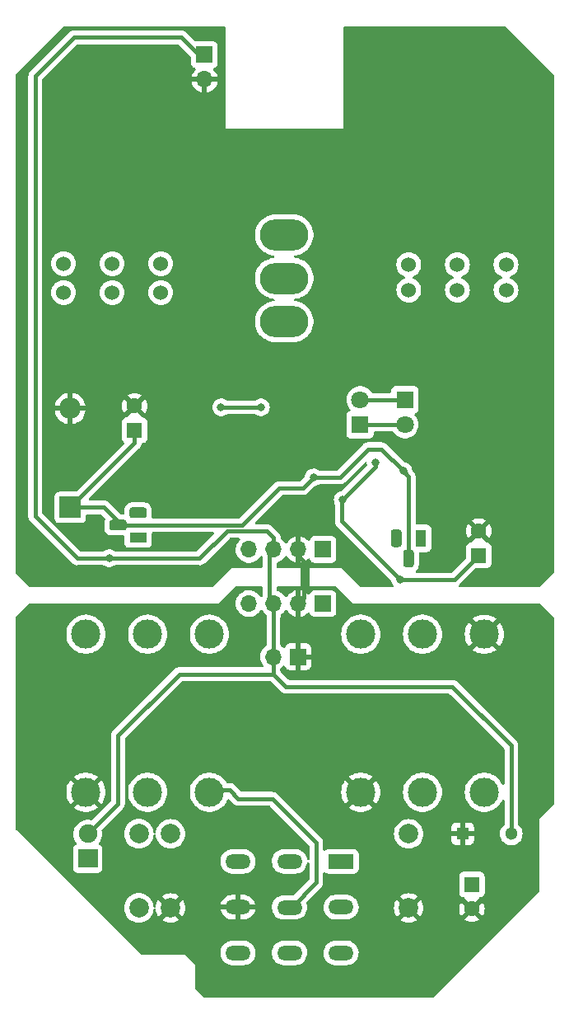
<source format=gbl>
G04 #@! TF.GenerationSoftware,KiCad,Pcbnew,7.0.5.1-1-g8f565ef7f0-dirty-deb11*
G04 #@! TF.CreationDate,2023-08-08T15:24:37+00:00*
G04 #@! TF.ProjectId,GreenBean,47726565-6e42-4656-916e-2e6b69636164,rev?*
G04 #@! TF.SameCoordinates,Original*
G04 #@! TF.FileFunction,Copper,L2,Bot*
G04 #@! TF.FilePolarity,Positive*
%FSLAX46Y46*%
G04 Gerber Fmt 4.6, Leading zero omitted, Abs format (unit mm)*
G04 Created by KiCad (PCBNEW 7.0.5.1-1-g8f565ef7f0-dirty-deb11) date 2023-08-08 15:24:37*
%MOMM*%
%LPD*%
G01*
G04 APERTURE LIST*
G04 #@! TA.AperFunction,ComponentPad*
%ADD10R,2.600000X1.500000*%
G04 #@! TD*
G04 #@! TA.AperFunction,ComponentPad*
%ADD11O,2.600000X1.500000*%
G04 #@! TD*
G04 #@! TA.AperFunction,ComponentPad*
%ADD12C,3.000000*%
G04 #@! TD*
G04 #@! TA.AperFunction,ComponentPad*
%ADD13R,1.700000X1.700000*%
G04 #@! TD*
G04 #@! TA.AperFunction,ComponentPad*
%ADD14O,1.700000X1.700000*%
G04 #@! TD*
G04 #@! TA.AperFunction,ComponentPad*
%ADD15R,1.600000X1.600000*%
G04 #@! TD*
G04 #@! TA.AperFunction,ComponentPad*
%ADD16C,1.600000*%
G04 #@! TD*
G04 #@! TA.AperFunction,ComponentPad*
%ADD17R,2.000000X1.900000*%
G04 #@! TD*
G04 #@! TA.AperFunction,ComponentPad*
%ADD18C,1.900000*%
G04 #@! TD*
G04 #@! TA.AperFunction,ComponentPad*
%ADD19C,1.998980*%
G04 #@! TD*
G04 #@! TA.AperFunction,ComponentPad*
%ADD20R,1.300000X1.300000*%
G04 #@! TD*
G04 #@! TA.AperFunction,ComponentPad*
%ADD21C,1.300000*%
G04 #@! TD*
G04 #@! TA.AperFunction,ComponentPad*
%ADD22O,5.000000X3.200000*%
G04 #@! TD*
G04 #@! TA.AperFunction,ComponentPad*
%ADD23R,1.800000X1.800000*%
G04 #@! TD*
G04 #@! TA.AperFunction,ComponentPad*
%ADD24C,1.800000*%
G04 #@! TD*
G04 #@! TA.AperFunction,ComponentPad*
%ADD25R,1.100000X1.800000*%
G04 #@! TD*
G04 #@! TA.AperFunction,ComponentPad*
%ADD26R,1.800000X1.100000*%
G04 #@! TD*
G04 #@! TA.AperFunction,ComponentPad*
%ADD27R,2.200000X2.200000*%
G04 #@! TD*
G04 #@! TA.AperFunction,ComponentPad*
%ADD28O,2.200000X2.200000*%
G04 #@! TD*
G04 #@! TA.AperFunction,ComponentPad*
%ADD29C,1.524000*%
G04 #@! TD*
G04 #@! TA.AperFunction,ViaPad*
%ADD30C,0.800000*%
G04 #@! TD*
G04 #@! TA.AperFunction,Conductor*
%ADD31C,0.400000*%
G04 #@! TD*
G04 APERTURE END LIST*
D10*
X148550000Y-137825000D03*
D11*
X143250000Y-137825000D03*
X137950000Y-137825000D03*
X148550000Y-142525000D03*
X143250000Y-142550000D03*
X137950000Y-142525000D03*
X148550000Y-147225000D03*
X143250000Y-147225000D03*
X137950000Y-147225000D03*
D12*
X128660000Y-130730000D03*
X128660000Y-114500000D03*
X122310000Y-130730000D03*
X122310000Y-114500000D03*
X135010000Y-130730000D03*
X135010000Y-114500000D03*
D13*
X134510000Y-55000000D03*
D14*
X134510000Y-57540000D03*
D13*
X146700000Y-111350000D03*
D14*
X144160000Y-111350000D03*
X141620000Y-111350000D03*
X139080000Y-111350000D03*
D13*
X146700000Y-105800000D03*
D14*
X144160000Y-105800000D03*
X141620000Y-105800000D03*
X139080000Y-105800000D03*
D15*
X162000000Y-140200000D03*
D16*
X162000000Y-142700000D03*
D17*
X122500000Y-137540000D03*
D18*
X122500000Y-135000000D03*
D19*
X155500000Y-135000000D03*
X155500000Y-142620000D03*
X127760000Y-142600000D03*
X127760000Y-134980000D03*
X131010000Y-135000000D03*
X131010000Y-142620000D03*
D20*
X161050000Y-135000000D03*
D21*
X166050000Y-135000000D03*
D13*
X144140000Y-116810000D03*
D14*
X141600000Y-116810000D03*
D12*
X156925000Y-114500000D03*
X156925000Y-130730000D03*
X163275000Y-114500000D03*
X163275000Y-130730000D03*
X150575000Y-114500000D03*
X150575000Y-130730000D03*
D22*
X142710000Y-82400000D03*
X142710000Y-77950000D03*
X142710000Y-73500000D03*
D23*
X150510000Y-92975000D03*
D24*
X150510000Y-90435000D03*
D23*
X155110000Y-90425000D03*
D24*
X155110000Y-92965000D03*
D15*
X127310000Y-93552651D03*
D16*
X127310000Y-91052651D03*
D25*
X156760000Y-104650000D03*
G04 #@! TA.AperFunction,ComponentPad*
G36*
G01*
X156040000Y-106095000D02*
X156040000Y-107345000D01*
G75*
G02*
X155765000Y-107620000I-275000J0D01*
G01*
X155215000Y-107620000D01*
G75*
G02*
X154940000Y-107345000I0J275000D01*
G01*
X154940000Y-106095000D01*
G75*
G02*
X155215000Y-105820000I275000J0D01*
G01*
X155765000Y-105820000D01*
G75*
G02*
X156040000Y-106095000I0J-275000D01*
G01*
G37*
G04 #@! TD.AperFunction*
G04 #@! TA.AperFunction,ComponentPad*
G36*
G01*
X154770000Y-104025000D02*
X154770000Y-105275000D01*
G75*
G02*
X154495000Y-105550000I-275000J0D01*
G01*
X153945000Y-105550000D01*
G75*
G02*
X153670000Y-105275000I0J275000D01*
G01*
X153670000Y-104025000D01*
G75*
G02*
X153945000Y-103750000I275000J0D01*
G01*
X154495000Y-103750000D01*
G75*
G02*
X154770000Y-104025000I0J-275000D01*
G01*
G37*
G04 #@! TD.AperFunction*
D15*
X162710000Y-106400000D03*
D16*
X162710000Y-103900000D03*
D26*
X127680000Y-104570000D03*
G04 #@! TA.AperFunction,ComponentPad*
G36*
G01*
X126235000Y-103850000D02*
X124985000Y-103850000D01*
G75*
G02*
X124710000Y-103575000I0J275000D01*
G01*
X124710000Y-103025000D01*
G75*
G02*
X124985000Y-102750000I275000J0D01*
G01*
X126235000Y-102750000D01*
G75*
G02*
X126510000Y-103025000I0J-275000D01*
G01*
X126510000Y-103575000D01*
G75*
G02*
X126235000Y-103850000I-275000J0D01*
G01*
G37*
G04 #@! TD.AperFunction*
G04 #@! TA.AperFunction,ComponentPad*
G36*
G01*
X128305000Y-102580000D02*
X127055000Y-102580000D01*
G75*
G02*
X126780000Y-102305000I0J275000D01*
G01*
X126780000Y-101755000D01*
G75*
G02*
X127055000Y-101480000I275000J0D01*
G01*
X128305000Y-101480000D01*
G75*
G02*
X128580000Y-101755000I0J-275000D01*
G01*
X128580000Y-102305000D01*
G75*
G02*
X128305000Y-102580000I-275000J0D01*
G01*
G37*
G04 #@! TD.AperFunction*
D27*
X120710000Y-101480000D03*
D28*
X120710000Y-91320000D03*
D29*
X155510000Y-79154168D03*
X160510000Y-79154168D03*
X165510000Y-79154168D03*
X130010000Y-76445832D03*
X125010000Y-76445832D03*
X120010000Y-76445832D03*
X165510000Y-76550000D03*
X160510000Y-76550000D03*
X155510000Y-76550000D03*
X120010000Y-79404168D03*
X125010000Y-79404168D03*
X130010000Y-79404168D03*
D30*
X134910000Y-94300000D03*
X140210000Y-86300000D03*
X144510000Y-101500000D03*
X145110000Y-104000000D03*
X149610000Y-107800000D03*
X124710000Y-106700000D03*
X148710000Y-100700000D03*
X152110000Y-96900000D03*
X154610000Y-108900000D03*
X145710000Y-98400000D03*
X154960000Y-97750000D03*
X140310000Y-91200000D03*
X136210000Y-91200000D03*
D31*
X144160000Y-105800000D02*
X144160000Y-106440000D01*
X144750000Y-107030000D02*
X144750000Y-110760000D01*
X144750000Y-110760000D02*
X144160000Y-111350000D01*
X144160000Y-106440000D02*
X144750000Y-107030000D01*
X134510000Y-55000000D02*
X133910000Y-55000000D01*
X125600000Y-131900000D02*
X122500000Y-135000000D01*
X141190000Y-110920000D02*
X141620000Y-111350000D01*
X141650000Y-105770000D02*
X141620000Y-105800000D01*
X140910000Y-103900000D02*
X141620000Y-104610000D01*
X141600000Y-118600000D02*
X142900000Y-119900000D01*
X131900000Y-118600000D02*
X125600000Y-124900000D01*
X141190000Y-106230000D02*
X141190000Y-110920000D01*
X134010000Y-106700000D02*
X136810000Y-103900000D01*
X141620000Y-111350000D02*
X141620000Y-112552081D01*
X141600000Y-112572081D02*
X141600000Y-118100000D01*
X160000000Y-119900000D02*
X166050000Y-125950000D01*
X141600000Y-118100000D02*
X141600000Y-118600000D01*
X125600000Y-124900000D02*
X125600000Y-131900000D01*
X132110000Y-53200000D02*
X121110000Y-53200000D01*
X124710000Y-106700000D02*
X134010000Y-106700000D01*
X121410000Y-106700000D02*
X124710000Y-106700000D01*
X141600000Y-116810000D02*
X141600000Y-118100000D01*
X136810000Y-103900000D02*
X140910000Y-103900000D01*
X121110000Y-53200000D02*
X117110000Y-57200000D01*
X142900000Y-119900000D02*
X160000000Y-119900000D01*
X141620000Y-112552081D02*
X141600000Y-112572081D01*
X166050000Y-125950000D02*
X166050000Y-135000000D01*
X141620000Y-105800000D02*
X141190000Y-106230000D01*
X117110000Y-57200000D02*
X117110000Y-102400000D01*
X133910000Y-55000000D02*
X132110000Y-53200000D01*
X117110000Y-102400000D02*
X121410000Y-106700000D01*
X141600000Y-118600000D02*
X131900000Y-118600000D01*
X141620000Y-104610000D02*
X141620000Y-105800000D01*
X143450000Y-142550000D02*
X143250000Y-142550000D01*
X146000000Y-140000000D02*
X143450000Y-142550000D01*
X141500000Y-131400000D02*
X146000000Y-135900000D01*
X146000000Y-135900000D02*
X146000000Y-140000000D01*
X137991320Y-131400000D02*
X141500000Y-131400000D01*
X134950000Y-130480000D02*
X137071320Y-130480000D01*
X137071320Y-130480000D02*
X137991320Y-131400000D01*
X155110000Y-92965000D02*
X150520000Y-92965000D01*
X150520000Y-92965000D02*
X150510000Y-92975000D01*
X150510000Y-90435000D02*
X155100000Y-90435000D01*
X155100000Y-90435000D02*
X155110000Y-90425000D01*
X152110000Y-96900000D02*
X152110000Y-97300000D01*
X148610000Y-100800000D02*
X148710000Y-100700000D01*
X148610000Y-102900000D02*
X148610000Y-100800000D01*
X152110000Y-97300000D02*
X148710000Y-100700000D01*
X154610000Y-108900000D02*
X148610000Y-102900000D01*
X160210000Y-108900000D02*
X162710000Y-106400000D01*
X154610000Y-108900000D02*
X160210000Y-108900000D01*
X127310000Y-94880000D02*
X120710000Y-101480000D01*
X152710000Y-95500000D02*
X154960000Y-97750000D01*
X145710000Y-98400000D02*
X148410000Y-98400000D01*
X145710000Y-98400000D02*
X144610000Y-99500000D01*
X154960000Y-97750000D02*
X155490000Y-98280000D01*
X155490000Y-98280000D02*
X155490000Y-106320000D01*
X142210000Y-99500000D02*
X138410000Y-103300000D01*
X127310000Y-93552651D02*
X127310000Y-94880000D01*
X138410000Y-103300000D02*
X126010000Y-103300000D01*
X151310000Y-95500000D02*
X152710000Y-95500000D01*
X144610000Y-99500000D02*
X142210000Y-99500000D01*
X148410000Y-98400000D02*
X151310000Y-95500000D01*
X124190000Y-101480000D02*
X126010000Y-103300000D01*
X120710000Y-101480000D02*
X124190000Y-101480000D01*
X136210000Y-91200000D02*
X140310000Y-91200000D01*
G04 #@! TA.AperFunction,Conductor*
G36*
X136616621Y-52095502D02*
G01*
X136663114Y-52149158D01*
X136674500Y-52201500D01*
X136674500Y-62454469D01*
X136672587Y-62476343D01*
X136670876Y-62486048D01*
X136672586Y-62495746D01*
X136674128Y-62513373D01*
X136678707Y-62530467D01*
X136680418Y-62540171D01*
X136683935Y-62546262D01*
X136688452Y-62551645D01*
X136696982Y-62556570D01*
X136714972Y-62569167D01*
X136722518Y-62575499D01*
X136722519Y-62575499D01*
X136722520Y-62575500D01*
X136722521Y-62575500D01*
X136729123Y-62577903D01*
X136736047Y-62579124D01*
X136736047Y-62579123D01*
X136736048Y-62579124D01*
X136745746Y-62577413D01*
X136767625Y-62575500D01*
X148704470Y-62575500D01*
X148726350Y-62577414D01*
X148736047Y-62579124D01*
X148736047Y-62579123D01*
X148736048Y-62579124D01*
X148745746Y-62577413D01*
X148763381Y-62575871D01*
X148780473Y-62571290D01*
X148790172Y-62569581D01*
X148790173Y-62569579D01*
X148796260Y-62566064D01*
X148801641Y-62561549D01*
X148801645Y-62561548D01*
X148806569Y-62553018D01*
X148819165Y-62535028D01*
X148825500Y-62527480D01*
X148825500Y-62527479D01*
X148827902Y-62520879D01*
X148829122Y-62513955D01*
X148829124Y-62513952D01*
X148827414Y-62504253D01*
X148825500Y-62482374D01*
X148825500Y-52201500D01*
X148845502Y-52133379D01*
X148899158Y-52086886D01*
X148951500Y-52075500D01*
X165416537Y-52075500D01*
X165484658Y-52095502D01*
X165505632Y-52112405D01*
X170387595Y-56994368D01*
X170421621Y-57056680D01*
X170424500Y-57083463D01*
X170424500Y-108166535D01*
X170404498Y-108234656D01*
X170387595Y-108255630D01*
X169005631Y-109637595D01*
X168943319Y-109671620D01*
X168916536Y-109674500D01*
X160739507Y-109674500D01*
X160671386Y-109654498D01*
X160624893Y-109600842D01*
X160614789Y-109530568D01*
X160644283Y-109465988D01*
X160667933Y-109444803D01*
X160668678Y-109444289D01*
X160683273Y-109434215D01*
X160723612Y-109388680D01*
X160728795Y-109383173D01*
X162366567Y-107745402D01*
X162428877Y-107711379D01*
X162455660Y-107708500D01*
X163555269Y-107708500D01*
X163558638Y-107708500D01*
X163619201Y-107701989D01*
X163756204Y-107650889D01*
X163873261Y-107563261D01*
X163960889Y-107446204D01*
X164011989Y-107309201D01*
X164018500Y-107248638D01*
X164018500Y-105551362D01*
X164011989Y-105490799D01*
X163960889Y-105353796D01*
X163937471Y-105322513D01*
X163873261Y-105236738D01*
X163756205Y-105149111D01*
X163687702Y-105123561D01*
X163619201Y-105098011D01*
X163611478Y-105097180D01*
X163561993Y-105091860D01*
X163561980Y-105091859D01*
X163558910Y-105091529D01*
X163558720Y-105091508D01*
X163558640Y-105091500D01*
X163558883Y-105091519D01*
X163492515Y-105068097D01*
X163448967Y-105012024D01*
X163446623Y-104995832D01*
X162749518Y-104298727D01*
X162835148Y-104285165D01*
X162948045Y-104227641D01*
X163037641Y-104138045D01*
X163095165Y-104025148D01*
X163108727Y-103939517D01*
X163797097Y-104627888D01*
X163797099Y-104627888D01*
X163847087Y-104556498D01*
X163943813Y-104349070D01*
X164003048Y-104127999D01*
X164022995Y-103899999D01*
X164003048Y-103672000D01*
X163943813Y-103450929D01*
X163847085Y-103243497D01*
X163797100Y-103172110D01*
X163797098Y-103172110D01*
X163108727Y-103860481D01*
X163095165Y-103774852D01*
X163037641Y-103661955D01*
X162948045Y-103572359D01*
X162835148Y-103514835D01*
X162749515Y-103501272D01*
X163437888Y-102812899D01*
X163366497Y-102762912D01*
X163159070Y-102666186D01*
X162937999Y-102606951D01*
X162710000Y-102587004D01*
X162482000Y-102606951D01*
X162260929Y-102666186D01*
X162053499Y-102762913D01*
X161982109Y-102812899D01*
X162670482Y-103501272D01*
X162584852Y-103514835D01*
X162471955Y-103572359D01*
X162382359Y-103661955D01*
X162324835Y-103774852D01*
X162311272Y-103860482D01*
X161622899Y-103172109D01*
X161572913Y-103243499D01*
X161476186Y-103450929D01*
X161416951Y-103672000D01*
X161397004Y-103899999D01*
X161416951Y-104127999D01*
X161476186Y-104349070D01*
X161572912Y-104556497D01*
X161622899Y-104627887D01*
X162311272Y-103939515D01*
X162324835Y-104025148D01*
X162382359Y-104138045D01*
X162471955Y-104227641D01*
X162584852Y-104285165D01*
X162670482Y-104298727D01*
X161970493Y-104998715D01*
X161965304Y-105024533D01*
X161915902Y-105075524D01*
X161861278Y-105091506D01*
X161861360Y-105091500D01*
X161861343Y-105091502D01*
X161861265Y-105091510D01*
X161861262Y-105091510D01*
X161800798Y-105098011D01*
X161800799Y-105098011D01*
X161663794Y-105149111D01*
X161546738Y-105236738D01*
X161459111Y-105353794D01*
X161416066Y-105469202D01*
X161408011Y-105490799D01*
X161401500Y-105551362D01*
X161401500Y-105554730D01*
X161401500Y-106654340D01*
X161381498Y-106722461D01*
X161364595Y-106743435D01*
X159953435Y-108154595D01*
X159891123Y-108188621D01*
X159864340Y-108191500D01*
X156327815Y-108191500D01*
X156259694Y-108171498D01*
X156213201Y-108117842D01*
X156203097Y-108047568D01*
X156232591Y-107982988D01*
X156249867Y-107968170D01*
X156381439Y-107836598D01*
X156381441Y-107836596D01*
X156475376Y-107687099D01*
X156533690Y-107520448D01*
X156548500Y-107389004D01*
X156548500Y-106184499D01*
X156568502Y-106116379D01*
X156622158Y-106069886D01*
X156674500Y-106058500D01*
X157355269Y-106058500D01*
X157358638Y-106058500D01*
X157419201Y-106051989D01*
X157556204Y-106000889D01*
X157673261Y-105913261D01*
X157760889Y-105796204D01*
X157811989Y-105659201D01*
X157818500Y-105598638D01*
X157818500Y-103701362D01*
X157811989Y-103640799D01*
X157760889Y-103503796D01*
X157760888Y-103503794D01*
X157673261Y-103386738D01*
X157556205Y-103299111D01*
X157472916Y-103268046D01*
X157419201Y-103248011D01*
X157358638Y-103241500D01*
X157355269Y-103241500D01*
X156324500Y-103241500D01*
X156256379Y-103221498D01*
X156209886Y-103167842D01*
X156198500Y-103115500D01*
X156198500Y-98305205D01*
X156198730Y-98297597D01*
X156202401Y-98236908D01*
X156197483Y-98210070D01*
X156191435Y-98177068D01*
X156190297Y-98169588D01*
X156182965Y-98109199D01*
X156179348Y-98099662D01*
X156173224Y-98077692D01*
X156171388Y-98067671D01*
X156153733Y-98028444D01*
X156146424Y-98012205D01*
X156143520Y-98005192D01*
X156121953Y-97948323D01*
X156116162Y-97939933D01*
X156104954Y-97920060D01*
X156100775Y-97910774D01*
X156063267Y-97862899D01*
X156058756Y-97856768D01*
X156024215Y-97806727D01*
X155978682Y-97766388D01*
X155973141Y-97761171D01*
X155894664Y-97682694D01*
X155860638Y-97620382D01*
X155858449Y-97606767D01*
X155853542Y-97560071D01*
X155794526Y-97378442D01*
X155699041Y-97213057D01*
X155571252Y-97071133D01*
X155445740Y-96979943D01*
X155416752Y-96958882D01*
X155242288Y-96881206D01*
X155242284Y-96881204D01*
X155089431Y-96848714D01*
X155026957Y-96814986D01*
X155026533Y-96814563D01*
X153228827Y-95016857D01*
X153223610Y-95011316D01*
X153205118Y-94990443D01*
X153183273Y-94965785D01*
X153133224Y-94931238D01*
X153133220Y-94931235D01*
X153127092Y-94926725D01*
X153079224Y-94889223D01*
X153069922Y-94885036D01*
X153050068Y-94873839D01*
X153048781Y-94872951D01*
X153041675Y-94868046D01*
X153041673Y-94868045D01*
X152984822Y-94846483D01*
X152977794Y-94843572D01*
X152922329Y-94818610D01*
X152912289Y-94816770D01*
X152890332Y-94810649D01*
X152880801Y-94807035D01*
X152820432Y-94799704D01*
X152812914Y-94798559D01*
X152805153Y-94797137D01*
X152753093Y-94787597D01*
X152692390Y-94791270D01*
X152684782Y-94791500D01*
X151335206Y-94791500D01*
X151327598Y-94791270D01*
X151266904Y-94787598D01*
X151207097Y-94798558D01*
X151199576Y-94799703D01*
X151139198Y-94807035D01*
X151129663Y-94810651D01*
X151107705Y-94816772D01*
X151097670Y-94818611D01*
X151042221Y-94843566D01*
X151035194Y-94846477D01*
X150978324Y-94868046D01*
X150969927Y-94873842D01*
X150950076Y-94885038D01*
X150940772Y-94889225D01*
X150892898Y-94926731D01*
X150886773Y-94931238D01*
X150836729Y-94965782D01*
X150796388Y-95011317D01*
X150791172Y-95016856D01*
X148153435Y-97654595D01*
X148091123Y-97688620D01*
X148064340Y-97691500D01*
X146321405Y-97691500D01*
X146253284Y-97671498D01*
X146247344Y-97667436D01*
X146209659Y-97640056D01*
X146166752Y-97608882D01*
X145992288Y-97531206D01*
X145805487Y-97491500D01*
X145614513Y-97491500D01*
X145538868Y-97507579D01*
X145427711Y-97531206D01*
X145345567Y-97567779D01*
X145257999Y-97606767D01*
X145253246Y-97608883D01*
X145098747Y-97721133D01*
X144970958Y-97863057D01*
X144875472Y-98028443D01*
X144816458Y-98210070D01*
X144811550Y-98256769D01*
X144784536Y-98322426D01*
X144775336Y-98332692D01*
X144353435Y-98754595D01*
X144291123Y-98788620D01*
X144264339Y-98791500D01*
X142235223Y-98791500D01*
X142227616Y-98791270D01*
X142225540Y-98791144D01*
X142166906Y-98787597D01*
X142107090Y-98798559D01*
X142099569Y-98799704D01*
X142039197Y-98807035D01*
X142029662Y-98810651D01*
X142007711Y-98816770D01*
X142005609Y-98817155D01*
X141997668Y-98818611D01*
X141942213Y-98843569D01*
X141935186Y-98846480D01*
X141878322Y-98868046D01*
X141869926Y-98873842D01*
X141850076Y-98885038D01*
X141840776Y-98889224D01*
X141840774Y-98889225D01*
X141840775Y-98889225D01*
X141792899Y-98926731D01*
X141786785Y-98931230D01*
X141736730Y-98965781D01*
X141696388Y-99011317D01*
X141691172Y-99016856D01*
X138153435Y-102554595D01*
X138091123Y-102588620D01*
X138064340Y-102591500D01*
X129202171Y-102591500D01*
X129134050Y-102571498D01*
X129087557Y-102517842D01*
X129076963Y-102451394D01*
X129088500Y-102349004D01*
X129088500Y-101710996D01*
X129073690Y-101579552D01*
X129015376Y-101412901D01*
X128921441Y-101263404D01*
X128921440Y-101263403D01*
X128921439Y-101263401D01*
X128796598Y-101138560D01*
X128647098Y-101044623D01*
X128480450Y-100986310D01*
X128352513Y-100971895D01*
X128352506Y-100971894D01*
X128349004Y-100971500D01*
X127010996Y-100971500D01*
X127007494Y-100971894D01*
X127007486Y-100971895D01*
X126879549Y-100986310D01*
X126712901Y-101044623D01*
X126563401Y-101138560D01*
X126438560Y-101263401D01*
X126344623Y-101412901D01*
X126286310Y-101579549D01*
X126286310Y-101579552D01*
X126271500Y-101710996D01*
X126271500Y-101714531D01*
X126271500Y-101714532D01*
X126271500Y-102115500D01*
X126251498Y-102183621D01*
X126197842Y-102230114D01*
X126145500Y-102241500D01*
X126005660Y-102241500D01*
X125937539Y-102221498D01*
X125916565Y-102204595D01*
X124708827Y-100996857D01*
X124703610Y-100991316D01*
X124699175Y-100986310D01*
X124663273Y-100945785D01*
X124632743Y-100924711D01*
X124613220Y-100911235D01*
X124607092Y-100906725D01*
X124559224Y-100869223D01*
X124549922Y-100865036D01*
X124530068Y-100853839D01*
X124528781Y-100852951D01*
X124521675Y-100848046D01*
X124521673Y-100848045D01*
X124464822Y-100826483D01*
X124457794Y-100823572D01*
X124402329Y-100798610D01*
X124392289Y-100796770D01*
X124370332Y-100790649D01*
X124360801Y-100787035D01*
X124300432Y-100779704D01*
X124292914Y-100778559D01*
X124285153Y-100777137D01*
X124233093Y-100767597D01*
X124172390Y-100771270D01*
X124164782Y-100771500D01*
X122724660Y-100771500D01*
X122656539Y-100751498D01*
X122610046Y-100697842D01*
X122599942Y-100627568D01*
X122629436Y-100562988D01*
X122635565Y-100556405D01*
X123923177Y-99268793D01*
X127793157Y-95398811D01*
X127798683Y-95393610D01*
X127844215Y-95353273D01*
X127878774Y-95303204D01*
X127883256Y-95297113D01*
X127920775Y-95249225D01*
X127924956Y-95239934D01*
X127936163Y-95220064D01*
X127941955Y-95211673D01*
X127963516Y-95154818D01*
X127966418Y-95147809D01*
X127991389Y-95092329D01*
X127993228Y-95082290D01*
X127999350Y-95060332D01*
X128002965Y-95050801D01*
X128010299Y-94990396D01*
X128011439Y-94982912D01*
X128014826Y-94964434D01*
X128046782Y-94901036D01*
X128107941Y-94864979D01*
X128138761Y-94861151D01*
X128155269Y-94861151D01*
X128158638Y-94861151D01*
X128219201Y-94854640D01*
X128356204Y-94803540D01*
X128473261Y-94715912D01*
X128560889Y-94598855D01*
X128611989Y-94461852D01*
X128618500Y-94401289D01*
X128618500Y-92704013D01*
X128611989Y-92643450D01*
X128560889Y-92506447D01*
X128526525Y-92460542D01*
X128473261Y-92389389D01*
X128356205Y-92301762D01*
X128265892Y-92268077D01*
X128219201Y-92250662D01*
X128211478Y-92249831D01*
X128161993Y-92244511D01*
X128161980Y-92244510D01*
X128158910Y-92244180D01*
X128158720Y-92244159D01*
X128158640Y-92244151D01*
X128158883Y-92244170D01*
X128092515Y-92220748D01*
X128048967Y-92164675D01*
X128046623Y-92148483D01*
X127349518Y-91451378D01*
X127435148Y-91437816D01*
X127548045Y-91380292D01*
X127637641Y-91290696D01*
X127695165Y-91177799D01*
X127708727Y-91092168D01*
X128397097Y-91780539D01*
X128397099Y-91780539D01*
X128447087Y-91709149D01*
X128543813Y-91501721D01*
X128603048Y-91280650D01*
X128610104Y-91200000D01*
X135296496Y-91200000D01*
X135316458Y-91389929D01*
X135375472Y-91571556D01*
X135470958Y-91736942D01*
X135552037Y-91826989D01*
X135598747Y-91878866D01*
X135753248Y-91991118D01*
X135927712Y-92068794D01*
X136114513Y-92108500D01*
X136114515Y-92108500D01*
X136305485Y-92108500D01*
X136305487Y-92108500D01*
X136492288Y-92068794D01*
X136666752Y-91991118D01*
X136747344Y-91932563D01*
X136814212Y-91908706D01*
X136821405Y-91908500D01*
X139698595Y-91908500D01*
X139766716Y-91928502D01*
X139772655Y-91932563D01*
X139853248Y-91991118D01*
X140027712Y-92068794D01*
X140214513Y-92108500D01*
X140214515Y-92108500D01*
X140405485Y-92108500D01*
X140405487Y-92108500D01*
X140592288Y-92068794D01*
X140766752Y-91991118D01*
X140921253Y-91878866D01*
X141049040Y-91736944D01*
X141144527Y-91571556D01*
X141203542Y-91389928D01*
X141223504Y-91200000D01*
X141203542Y-91010072D01*
X141144527Y-90828444D01*
X141144527Y-90828443D01*
X141049041Y-90663057D01*
X140921252Y-90521133D01*
X140802700Y-90435000D01*
X149096673Y-90435000D01*
X149115949Y-90667626D01*
X149115949Y-90667629D01*
X149115950Y-90667630D01*
X149172096Y-90889348D01*
X149173251Y-90893907D01*
X149267016Y-91107669D01*
X149394686Y-91303083D01*
X149479842Y-91395587D01*
X149511263Y-91459251D01*
X149503276Y-91529797D01*
X149458417Y-91584826D01*
X149431174Y-91598980D01*
X149363793Y-91624111D01*
X149246738Y-91711738D01*
X149159111Y-91828794D01*
X149108011Y-91965799D01*
X149101500Y-92026362D01*
X149101500Y-93923638D01*
X149108011Y-93984201D01*
X149115701Y-94004818D01*
X149159111Y-94121205D01*
X149246738Y-94238261D01*
X149363794Y-94325888D01*
X149363795Y-94325888D01*
X149363796Y-94325889D01*
X149500799Y-94376989D01*
X149561362Y-94383500D01*
X149564731Y-94383500D01*
X151455269Y-94383500D01*
X151458638Y-94383500D01*
X151519201Y-94376989D01*
X151656204Y-94325889D01*
X151773261Y-94238261D01*
X151860889Y-94121204D01*
X151911989Y-93984201D01*
X151918500Y-93923638D01*
X151918500Y-93799499D01*
X151938502Y-93731379D01*
X151992158Y-93684886D01*
X152044500Y-93673500D01*
X153822237Y-93673500D01*
X153890358Y-93693502D01*
X153927719Y-93730583D01*
X153994686Y-93833083D01*
X154152780Y-94004818D01*
X154336983Y-94148190D01*
X154542273Y-94259287D01*
X154763049Y-94335080D01*
X154993288Y-94373500D01*
X154993291Y-94373500D01*
X155226709Y-94373500D01*
X155226712Y-94373500D01*
X155456951Y-94335080D01*
X155677727Y-94259287D01*
X155883017Y-94148190D01*
X156067220Y-94004818D01*
X156225314Y-93833083D01*
X156352984Y-93637669D01*
X156446749Y-93423907D01*
X156504051Y-93197626D01*
X156523327Y-92965000D01*
X156504051Y-92732374D01*
X156446749Y-92506093D01*
X156352984Y-92292331D01*
X156225314Y-92096917D01*
X156140156Y-92004411D01*
X156108736Y-91940748D01*
X156116723Y-91870202D01*
X156161582Y-91815173D01*
X156188823Y-91801021D01*
X156229803Y-91785735D01*
X156256205Y-91775889D01*
X156373261Y-91688261D01*
X156440096Y-91598980D01*
X156460889Y-91571204D01*
X156511989Y-91434201D01*
X156518500Y-91373638D01*
X156518500Y-89476362D01*
X156511989Y-89415799D01*
X156460889Y-89278796D01*
X156460888Y-89278794D01*
X156373261Y-89161738D01*
X156256205Y-89074111D01*
X156187702Y-89048561D01*
X156119201Y-89023011D01*
X156058638Y-89016500D01*
X154161362Y-89016500D01*
X154158013Y-89016859D01*
X154158013Y-89016860D01*
X154100799Y-89023011D01*
X153963794Y-89074111D01*
X153846738Y-89161738D01*
X153759111Y-89278794D01*
X153715701Y-89395182D01*
X153708011Y-89415799D01*
X153701500Y-89476362D01*
X153701500Y-89479730D01*
X153701500Y-89600500D01*
X153681498Y-89668621D01*
X153627842Y-89715114D01*
X153575500Y-89726500D01*
X151797763Y-89726500D01*
X151729642Y-89706498D01*
X151692280Y-89669416D01*
X151625313Y-89566916D01*
X151467220Y-89395182D01*
X151317688Y-89278796D01*
X151283017Y-89251810D01*
X151116580Y-89161739D01*
X151077726Y-89140712D01*
X150883723Y-89074111D01*
X150856951Y-89064920D01*
X150626712Y-89026500D01*
X150393288Y-89026500D01*
X150163049Y-89064920D01*
X150163046Y-89064920D01*
X150163046Y-89064921D01*
X149942273Y-89140712D01*
X149736984Y-89251809D01*
X149552779Y-89395182D01*
X149394684Y-89566919D01*
X149267016Y-89762330D01*
X149173250Y-89976094D01*
X149163379Y-90015075D01*
X149115949Y-90202374D01*
X149096673Y-90435000D01*
X140802700Y-90435000D01*
X140766753Y-90408883D01*
X140766752Y-90408882D01*
X140592288Y-90331206D01*
X140405487Y-90291500D01*
X140214513Y-90291500D01*
X140089978Y-90317970D01*
X140027711Y-90331206D01*
X139853246Y-90408883D01*
X139772656Y-90467436D01*
X139705788Y-90491294D01*
X139698595Y-90491500D01*
X136821405Y-90491500D01*
X136753284Y-90471498D01*
X136747344Y-90467436D01*
X136666753Y-90408883D01*
X136666752Y-90408882D01*
X136492288Y-90331206D01*
X136305487Y-90291500D01*
X136114513Y-90291500D01*
X135989979Y-90317970D01*
X135927711Y-90331206D01*
X135753246Y-90408883D01*
X135598747Y-90521133D01*
X135470958Y-90663057D01*
X135375472Y-90828443D01*
X135316458Y-91010070D01*
X135296496Y-91200000D01*
X128610104Y-91200000D01*
X128622995Y-91052651D01*
X128603048Y-90824651D01*
X128543813Y-90603580D01*
X128447085Y-90396148D01*
X128397100Y-90324761D01*
X128397098Y-90324761D01*
X127708727Y-91013132D01*
X127695165Y-90927503D01*
X127637641Y-90814606D01*
X127548045Y-90725010D01*
X127435148Y-90667486D01*
X127349514Y-90653923D01*
X128037888Y-89965550D01*
X127966497Y-89915563D01*
X127759070Y-89818837D01*
X127537999Y-89759602D01*
X127309999Y-89739655D01*
X127082000Y-89759602D01*
X126860929Y-89818837D01*
X126653499Y-89915564D01*
X126582109Y-89965550D01*
X127270483Y-90653923D01*
X127184852Y-90667486D01*
X127071955Y-90725010D01*
X126982359Y-90814606D01*
X126924835Y-90927503D01*
X126911272Y-91013132D01*
X126222900Y-90324760D01*
X126172913Y-90396150D01*
X126076186Y-90603580D01*
X126016951Y-90824651D01*
X125997004Y-91052650D01*
X126016951Y-91280650D01*
X126076186Y-91501721D01*
X126172912Y-91709148D01*
X126222899Y-91780538D01*
X126911272Y-91092167D01*
X126924835Y-91177799D01*
X126982359Y-91290696D01*
X127071955Y-91380292D01*
X127184852Y-91437816D01*
X127270482Y-91451378D01*
X126570493Y-92151366D01*
X126565304Y-92177184D01*
X126515902Y-92228175D01*
X126461278Y-92244157D01*
X126461360Y-92244151D01*
X126461343Y-92244153D01*
X126461265Y-92244161D01*
X126461262Y-92244161D01*
X126448777Y-92245504D01*
X126400799Y-92250662D01*
X126263794Y-92301762D01*
X126146738Y-92389389D01*
X126059111Y-92506445D01*
X126014921Y-92624924D01*
X126008011Y-92643450D01*
X126001500Y-92704013D01*
X126001500Y-94401289D01*
X126001860Y-94404637D01*
X126008011Y-94461851D01*
X126059111Y-94598856D01*
X126146736Y-94715909D01*
X126146737Y-94715910D01*
X126146739Y-94715912D01*
X126216412Y-94768069D01*
X126258957Y-94824903D01*
X126264023Y-94895719D01*
X126229998Y-94958031D01*
X126229997Y-94958031D01*
X121353435Y-99834595D01*
X121291123Y-99868620D01*
X121264340Y-99871500D01*
X119561362Y-99871500D01*
X119558013Y-99871859D01*
X119558013Y-99871860D01*
X119500799Y-99878011D01*
X119363794Y-99929111D01*
X119246738Y-100016738D01*
X119159111Y-100133794D01*
X119108011Y-100270798D01*
X119108011Y-100270799D01*
X119101500Y-100331362D01*
X119101500Y-102628638D01*
X119108011Y-102689201D01*
X119123853Y-102731675D01*
X119159111Y-102826205D01*
X119246738Y-102943261D01*
X119363794Y-103030888D01*
X119363795Y-103030888D01*
X119363796Y-103030889D01*
X119500799Y-103081989D01*
X119561362Y-103088500D01*
X119564731Y-103088500D01*
X121855269Y-103088500D01*
X121858638Y-103088500D01*
X121919201Y-103081989D01*
X122056204Y-103030889D01*
X122173261Y-102943261D01*
X122260889Y-102826204D01*
X122311989Y-102689201D01*
X122318500Y-102628638D01*
X122318500Y-102314499D01*
X122338502Y-102246379D01*
X122392158Y-102199886D01*
X122444500Y-102188500D01*
X123844340Y-102188500D01*
X123912461Y-102208502D01*
X123933435Y-102225405D01*
X124248790Y-102540760D01*
X124282816Y-102603072D01*
X124278624Y-102671470D01*
X124216310Y-102849549D01*
X124205752Y-102943261D01*
X124201500Y-102980996D01*
X124201500Y-103619004D01*
X124201894Y-103622506D01*
X124201895Y-103622513D01*
X124216310Y-103750450D01*
X124274623Y-103917098D01*
X124368560Y-104066598D01*
X124493401Y-104191439D01*
X124493403Y-104191440D01*
X124493404Y-104191441D01*
X124642901Y-104285376D01*
X124809552Y-104343690D01*
X124940996Y-104358500D01*
X126145500Y-104358500D01*
X126213621Y-104378502D01*
X126260114Y-104432158D01*
X126271500Y-104484500D01*
X126271500Y-105168638D01*
X126278011Y-105229201D01*
X126280823Y-105236739D01*
X126329111Y-105366205D01*
X126416738Y-105483261D01*
X126533794Y-105570888D01*
X126533795Y-105570888D01*
X126533796Y-105570889D01*
X126670799Y-105621989D01*
X126731362Y-105628500D01*
X126734731Y-105628500D01*
X128625269Y-105628500D01*
X128628638Y-105628500D01*
X128689201Y-105621989D01*
X128826204Y-105570889D01*
X128943261Y-105483261D01*
X129030889Y-105366204D01*
X129081989Y-105229201D01*
X129088500Y-105168638D01*
X129088500Y-104134500D01*
X129108502Y-104066379D01*
X129162158Y-104019886D01*
X129214500Y-104008500D01*
X135395340Y-104008500D01*
X135463461Y-104028502D01*
X135509954Y-104082158D01*
X135520058Y-104152432D01*
X135490564Y-104217012D01*
X135484435Y-104223595D01*
X133753435Y-105954595D01*
X133691123Y-105988621D01*
X133664340Y-105991500D01*
X125321405Y-105991500D01*
X125253284Y-105971498D01*
X125247344Y-105967436D01*
X125166753Y-105908883D01*
X125166752Y-105908882D01*
X124992288Y-105831206D01*
X124805487Y-105791500D01*
X124614513Y-105791500D01*
X124489979Y-105817970D01*
X124427711Y-105831206D01*
X124253246Y-105908883D01*
X124172656Y-105967436D01*
X124105788Y-105991294D01*
X124098595Y-105991500D01*
X121755660Y-105991500D01*
X121687539Y-105971498D01*
X121666565Y-105954595D01*
X117855404Y-102143434D01*
X117821378Y-102081122D01*
X117818499Y-102054348D01*
X117818499Y-91574000D01*
X119117289Y-91574000D01*
X119175972Y-91818437D01*
X119272832Y-92052277D01*
X119405075Y-92268077D01*
X119569457Y-92460542D01*
X119761922Y-92624924D01*
X119977722Y-92757167D01*
X120211562Y-92854027D01*
X120456000Y-92912710D01*
X120456000Y-91809251D01*
X120488819Y-91829209D01*
X120634404Y-91870000D01*
X120747622Y-91870000D01*
X120859783Y-91854584D01*
X120964000Y-91809316D01*
X120964000Y-92912709D01*
X121208437Y-92854027D01*
X121442277Y-92757167D01*
X121658077Y-92624924D01*
X121850542Y-92460542D01*
X122014924Y-92268077D01*
X122147167Y-92052277D01*
X122244027Y-91818437D01*
X122302711Y-91574000D01*
X121203431Y-91574000D01*
X121253559Y-91432953D01*
X121263877Y-91282114D01*
X121233116Y-91134085D01*
X121197837Y-91066000D01*
X122302711Y-91066000D01*
X122244027Y-90821562D01*
X122147167Y-90587722D01*
X122014924Y-90371922D01*
X121850542Y-90179457D01*
X121658077Y-90015075D01*
X121442277Y-89882832D01*
X121208437Y-89785972D01*
X120963999Y-89727288D01*
X120963999Y-90830748D01*
X120931181Y-90810791D01*
X120785596Y-90770000D01*
X120672378Y-90770000D01*
X120560217Y-90785416D01*
X120456000Y-90830683D01*
X120456000Y-89727288D01*
X120211562Y-89785972D01*
X119977722Y-89882832D01*
X119761922Y-90015075D01*
X119569457Y-90179457D01*
X119405075Y-90371922D01*
X119272832Y-90587722D01*
X119175972Y-90821562D01*
X119117289Y-91066000D01*
X120216569Y-91066000D01*
X120166441Y-91207047D01*
X120156123Y-91357886D01*
X120186884Y-91505915D01*
X120222163Y-91574000D01*
X119117289Y-91574000D01*
X117818499Y-91574000D01*
X117818499Y-82544225D01*
X139701500Y-82544225D01*
X139702085Y-82548484D01*
X139702086Y-82548493D01*
X139740189Y-82825717D01*
X139740191Y-82825728D01*
X139740777Y-82829989D01*
X139741936Y-82834126D01*
X139741938Y-82834135D01*
X139817441Y-83103611D01*
X139817445Y-83103624D01*
X139818600Y-83107744D01*
X139820308Y-83111676D01*
X139820309Y-83111679D01*
X139931804Y-83368367D01*
X139931807Y-83368373D01*
X139933519Y-83372314D01*
X140083394Y-83618772D01*
X140086104Y-83622103D01*
X140086109Y-83622110D01*
X140262710Y-83839181D01*
X140262714Y-83839186D01*
X140265432Y-83842526D01*
X140476242Y-84039409D01*
X140479755Y-84041888D01*
X140479759Y-84041892D01*
X140638203Y-84153734D01*
X140711897Y-84205753D01*
X140968008Y-84338459D01*
X141239804Y-84435055D01*
X141522222Y-84493742D01*
X141737971Y-84508500D01*
X141740112Y-84508500D01*
X143679888Y-84508500D01*
X143682029Y-84508500D01*
X143897778Y-84493742D01*
X144180196Y-84435055D01*
X144451992Y-84338459D01*
X144708103Y-84205753D01*
X144943758Y-84039409D01*
X145154568Y-83842526D01*
X145336606Y-83618772D01*
X145486481Y-83372314D01*
X145601400Y-83107744D01*
X145679223Y-82829989D01*
X145718500Y-82544225D01*
X145718500Y-82255775D01*
X145679223Y-81970011D01*
X145601400Y-81692256D01*
X145486481Y-81427686D01*
X145336606Y-81181228D01*
X145154568Y-80957474D01*
X144943758Y-80760591D01*
X144940246Y-80758112D01*
X144940240Y-80758107D01*
X144711625Y-80596733D01*
X144711623Y-80596732D01*
X144708103Y-80594247D01*
X144704282Y-80592267D01*
X144704277Y-80592264D01*
X144455806Y-80463517D01*
X144455802Y-80463515D01*
X144451992Y-80461541D01*
X144225779Y-80381145D01*
X144184243Y-80366383D01*
X144184239Y-80366381D01*
X144180196Y-80364945D01*
X143897778Y-80306258D01*
X143893484Y-80305964D01*
X143893482Y-80305964D01*
X143834997Y-80301963D01*
X143816611Y-80300705D01*
X143750015Y-80276102D01*
X143707293Y-80219399D01*
X143702008Y-80148599D01*
X143735839Y-80086181D01*
X143798046Y-80051963D01*
X143816611Y-80049294D01*
X143897778Y-80043742D01*
X144180196Y-79985055D01*
X144451992Y-79888459D01*
X144708103Y-79755753D01*
X144943758Y-79589409D01*
X145154568Y-79392526D01*
X145336606Y-79168772D01*
X145345487Y-79154168D01*
X154234647Y-79154168D01*
X154254022Y-79375635D01*
X154307946Y-79576877D01*
X154311560Y-79590364D01*
X154372609Y-79721285D01*
X154405512Y-79791846D01*
X154533025Y-79973952D01*
X154690215Y-80131142D01*
X154872321Y-80258655D01*
X154872322Y-80258655D01*
X154872323Y-80258656D01*
X155073804Y-80352608D01*
X155224739Y-80393051D01*
X155288532Y-80410145D01*
X155288533Y-80410145D01*
X155288537Y-80410146D01*
X155510000Y-80429521D01*
X155731463Y-80410146D01*
X155946196Y-80352608D01*
X156147677Y-80258656D01*
X156329781Y-80131145D01*
X156486977Y-79973949D01*
X156614488Y-79791845D01*
X156708440Y-79590364D01*
X156765978Y-79375631D01*
X156785353Y-79154168D01*
X156785353Y-79154167D01*
X159234647Y-79154167D01*
X159254022Y-79375635D01*
X159307946Y-79576877D01*
X159311560Y-79590364D01*
X159372609Y-79721285D01*
X159405512Y-79791846D01*
X159533025Y-79973952D01*
X159690215Y-80131142D01*
X159872321Y-80258655D01*
X159872322Y-80258655D01*
X159872323Y-80258656D01*
X160073804Y-80352608D01*
X160224739Y-80393051D01*
X160288532Y-80410145D01*
X160288533Y-80410145D01*
X160288537Y-80410146D01*
X160510000Y-80429521D01*
X160731463Y-80410146D01*
X160946196Y-80352608D01*
X161147677Y-80258656D01*
X161329781Y-80131145D01*
X161486977Y-79973949D01*
X161614488Y-79791845D01*
X161708440Y-79590364D01*
X161765978Y-79375631D01*
X161785353Y-79154168D01*
X161785353Y-79154167D01*
X164234647Y-79154167D01*
X164254022Y-79375635D01*
X164307946Y-79576877D01*
X164311560Y-79590364D01*
X164372609Y-79721285D01*
X164405512Y-79791846D01*
X164533025Y-79973952D01*
X164690215Y-80131142D01*
X164872321Y-80258655D01*
X164872322Y-80258655D01*
X164872323Y-80258656D01*
X165073804Y-80352608D01*
X165224739Y-80393051D01*
X165288532Y-80410145D01*
X165288533Y-80410145D01*
X165288537Y-80410146D01*
X165510000Y-80429521D01*
X165731463Y-80410146D01*
X165946196Y-80352608D01*
X166147677Y-80258656D01*
X166329781Y-80131145D01*
X166486977Y-79973949D01*
X166614488Y-79791845D01*
X166708440Y-79590364D01*
X166765978Y-79375631D01*
X166785353Y-79154168D01*
X166765978Y-78932705D01*
X166708440Y-78717972D01*
X166614488Y-78516492D01*
X166486977Y-78334387D01*
X166486976Y-78334386D01*
X166486974Y-78334383D01*
X166329784Y-78177193D01*
X166147678Y-78049680D01*
X166082033Y-78019069D01*
X165968819Y-77966277D01*
X165915536Y-77919362D01*
X165896075Y-77851085D01*
X165916617Y-77783125D01*
X165968818Y-77737890D01*
X166147677Y-77654488D01*
X166329781Y-77526977D01*
X166486977Y-77369781D01*
X166614488Y-77187677D01*
X166708440Y-76986196D01*
X166765978Y-76771463D01*
X166785353Y-76550000D01*
X166765978Y-76328537D01*
X166761169Y-76310591D01*
X166738066Y-76224369D01*
X166708440Y-76113804D01*
X166614488Y-75912324D01*
X166575024Y-75855964D01*
X166486974Y-75730215D01*
X166329784Y-75573025D01*
X166147678Y-75445512D01*
X166077117Y-75412609D01*
X165946196Y-75351560D01*
X165908070Y-75341344D01*
X165731467Y-75294022D01*
X165510000Y-75274647D01*
X165288532Y-75294022D01*
X165073807Y-75351559D01*
X165073806Y-75351559D01*
X165073804Y-75351560D01*
X165013442Y-75379707D01*
X164872322Y-75445512D01*
X164690215Y-75573025D01*
X164533025Y-75730215D01*
X164405512Y-75912322D01*
X164311559Y-76113807D01*
X164254022Y-76328532D01*
X164234647Y-76549999D01*
X164254022Y-76771467D01*
X164283648Y-76882028D01*
X164311560Y-76986196D01*
X164356938Y-77083509D01*
X164405512Y-77187678D01*
X164533025Y-77369784D01*
X164690215Y-77526974D01*
X164872321Y-77654487D01*
X164872322Y-77654487D01*
X164872323Y-77654488D01*
X165051178Y-77737889D01*
X165104463Y-77784806D01*
X165123924Y-77853083D01*
X165103382Y-77921043D01*
X165051178Y-77966278D01*
X165009255Y-77985827D01*
X164872322Y-78049680D01*
X164690215Y-78177193D01*
X164533025Y-78334383D01*
X164405512Y-78516490D01*
X164311559Y-78717975D01*
X164254022Y-78932700D01*
X164234647Y-79154167D01*
X161785353Y-79154167D01*
X161765978Y-78932705D01*
X161708440Y-78717972D01*
X161614488Y-78516492D01*
X161486977Y-78334387D01*
X161486976Y-78334386D01*
X161486974Y-78334383D01*
X161329784Y-78177193D01*
X161147678Y-78049680D01*
X161082033Y-78019069D01*
X160968819Y-77966277D01*
X160915536Y-77919362D01*
X160896075Y-77851085D01*
X160916617Y-77783125D01*
X160968818Y-77737890D01*
X161147677Y-77654488D01*
X161329781Y-77526977D01*
X161486977Y-77369781D01*
X161614488Y-77187677D01*
X161708440Y-76986196D01*
X161765978Y-76771463D01*
X161785353Y-76550000D01*
X161765978Y-76328537D01*
X161761169Y-76310591D01*
X161738066Y-76224369D01*
X161708440Y-76113804D01*
X161614488Y-75912324D01*
X161575024Y-75855964D01*
X161486974Y-75730215D01*
X161329784Y-75573025D01*
X161147678Y-75445512D01*
X161077117Y-75412609D01*
X160946196Y-75351560D01*
X160908070Y-75341344D01*
X160731467Y-75294022D01*
X160510000Y-75274647D01*
X160288532Y-75294022D01*
X160073807Y-75351559D01*
X160073806Y-75351559D01*
X160073804Y-75351560D01*
X160013442Y-75379707D01*
X159872322Y-75445512D01*
X159690215Y-75573025D01*
X159533025Y-75730215D01*
X159405512Y-75912322D01*
X159311559Y-76113807D01*
X159254022Y-76328532D01*
X159234647Y-76550000D01*
X159254022Y-76771467D01*
X159283648Y-76882028D01*
X159311560Y-76986196D01*
X159356938Y-77083509D01*
X159405512Y-77187678D01*
X159533025Y-77369784D01*
X159690215Y-77526974D01*
X159872321Y-77654487D01*
X159872322Y-77654487D01*
X159872323Y-77654488D01*
X160051178Y-77737889D01*
X160104463Y-77784806D01*
X160123924Y-77853083D01*
X160103382Y-77921043D01*
X160051178Y-77966278D01*
X160009255Y-77985827D01*
X159872322Y-78049680D01*
X159690215Y-78177193D01*
X159533025Y-78334383D01*
X159405512Y-78516490D01*
X159311559Y-78717975D01*
X159254022Y-78932700D01*
X159234647Y-79154167D01*
X156785353Y-79154167D01*
X156765978Y-78932705D01*
X156708440Y-78717972D01*
X156614488Y-78516492D01*
X156486977Y-78334387D01*
X156486976Y-78334386D01*
X156486974Y-78334383D01*
X156329784Y-78177193D01*
X156147678Y-78049680D01*
X156082033Y-78019069D01*
X155968819Y-77966277D01*
X155915536Y-77919362D01*
X155896075Y-77851085D01*
X155916617Y-77783125D01*
X155968818Y-77737890D01*
X156147677Y-77654488D01*
X156329781Y-77526977D01*
X156486977Y-77369781D01*
X156614488Y-77187677D01*
X156708440Y-76986196D01*
X156765978Y-76771463D01*
X156785353Y-76550000D01*
X156765978Y-76328537D01*
X156761169Y-76310591D01*
X156738066Y-76224369D01*
X156708440Y-76113804D01*
X156614488Y-75912324D01*
X156575024Y-75855964D01*
X156486974Y-75730215D01*
X156329784Y-75573025D01*
X156147678Y-75445512D01*
X156077117Y-75412609D01*
X155946196Y-75351560D01*
X155908070Y-75341344D01*
X155731467Y-75294022D01*
X155510000Y-75274647D01*
X155288532Y-75294022D01*
X155073807Y-75351559D01*
X155073806Y-75351559D01*
X155073804Y-75351560D01*
X155013442Y-75379707D01*
X154872322Y-75445512D01*
X154690215Y-75573025D01*
X154533025Y-75730215D01*
X154405512Y-75912322D01*
X154311559Y-76113807D01*
X154254022Y-76328532D01*
X154234647Y-76550000D01*
X154254022Y-76771467D01*
X154283648Y-76882028D01*
X154311560Y-76986196D01*
X154356938Y-77083509D01*
X154405512Y-77187678D01*
X154533025Y-77369784D01*
X154690215Y-77526974D01*
X154872321Y-77654487D01*
X154872322Y-77654487D01*
X154872323Y-77654488D01*
X155051178Y-77737889D01*
X155104463Y-77784806D01*
X155123924Y-77853083D01*
X155103382Y-77921043D01*
X155051178Y-77966278D01*
X155009255Y-77985827D01*
X154872322Y-78049680D01*
X154690215Y-78177193D01*
X154533025Y-78334383D01*
X154405512Y-78516490D01*
X154311559Y-78717975D01*
X154254022Y-78932700D01*
X154234647Y-79154168D01*
X145345487Y-79154168D01*
X145486481Y-78922314D01*
X145601400Y-78657744D01*
X145679223Y-78379989D01*
X145718500Y-78094225D01*
X145718500Y-77805775D01*
X145679223Y-77520011D01*
X145607945Y-77265616D01*
X145602558Y-77246388D01*
X145602556Y-77246384D01*
X145601400Y-77242256D01*
X145486481Y-76977686D01*
X145336606Y-76731228D01*
X145284592Y-76667295D01*
X145157289Y-76510818D01*
X145157285Y-76510814D01*
X145154568Y-76507474D01*
X145088565Y-76445831D01*
X144946905Y-76313530D01*
X144946904Y-76313529D01*
X144943758Y-76310591D01*
X144940246Y-76308112D01*
X144940240Y-76308107D01*
X144711625Y-76146733D01*
X144711623Y-76146732D01*
X144708103Y-76144247D01*
X144704282Y-76142267D01*
X144704277Y-76142264D01*
X144455806Y-76013517D01*
X144455802Y-76013515D01*
X144451992Y-76011541D01*
X144439291Y-76007027D01*
X144184243Y-75916383D01*
X144184239Y-75916381D01*
X144180196Y-75914945D01*
X143897778Y-75856258D01*
X143893484Y-75855964D01*
X143893482Y-75855964D01*
X143834997Y-75851963D01*
X143816611Y-75850705D01*
X143750015Y-75826102D01*
X143707293Y-75769399D01*
X143702008Y-75698599D01*
X143735839Y-75636181D01*
X143798046Y-75601963D01*
X143816611Y-75599294D01*
X143897778Y-75593742D01*
X144180196Y-75535055D01*
X144451992Y-75438459D01*
X144708103Y-75305753D01*
X144943758Y-75139409D01*
X145154568Y-74942526D01*
X145336606Y-74718772D01*
X145486481Y-74472314D01*
X145601400Y-74207744D01*
X145679223Y-73929989D01*
X145718500Y-73644225D01*
X145718500Y-73355775D01*
X145679223Y-73070011D01*
X145601400Y-72792256D01*
X145486481Y-72527686D01*
X145336606Y-72281228D01*
X145154568Y-72057474D01*
X144943758Y-71860591D01*
X144940246Y-71858112D01*
X144940240Y-71858107D01*
X144711625Y-71696733D01*
X144711623Y-71696732D01*
X144708103Y-71694247D01*
X144704282Y-71692267D01*
X144704277Y-71692264D01*
X144455806Y-71563517D01*
X144455802Y-71563515D01*
X144451992Y-71561541D01*
X144439291Y-71557027D01*
X144184243Y-71466383D01*
X144184239Y-71466381D01*
X144180196Y-71464945D01*
X143897778Y-71406258D01*
X143893484Y-71405964D01*
X143893482Y-71405964D01*
X143684168Y-71391646D01*
X143684158Y-71391645D01*
X143682029Y-71391500D01*
X141737971Y-71391500D01*
X141735842Y-71391645D01*
X141735831Y-71391646D01*
X141526517Y-71405964D01*
X141526514Y-71405964D01*
X141522222Y-71406258D01*
X141518013Y-71407132D01*
X141518010Y-71407133D01*
X141244009Y-71464071D01*
X141244006Y-71464071D01*
X141239804Y-71464945D01*
X141235764Y-71466380D01*
X141235756Y-71466383D01*
X140972056Y-71560102D01*
X140972051Y-71560103D01*
X140968008Y-71561541D01*
X140964202Y-71563512D01*
X140964193Y-71563517D01*
X140715722Y-71692264D01*
X140715710Y-71692271D01*
X140711897Y-71694247D01*
X140708382Y-71696727D01*
X140708374Y-71696733D01*
X140479759Y-71858107D01*
X140479745Y-71858117D01*
X140476242Y-71860591D01*
X140473102Y-71863523D01*
X140473094Y-71863530D01*
X140268580Y-72054533D01*
X140268572Y-72054540D01*
X140265432Y-72057474D01*
X140262721Y-72060805D01*
X140262710Y-72060818D01*
X140086109Y-72277889D01*
X140086099Y-72277902D01*
X140083394Y-72281228D01*
X140081165Y-72284892D01*
X140081161Y-72284899D01*
X139935755Y-72524008D01*
X139935751Y-72524015D01*
X139933519Y-72527686D01*
X139931810Y-72531619D01*
X139931804Y-72531632D01*
X139820309Y-72788320D01*
X139820306Y-72788328D01*
X139818600Y-72792256D01*
X139817447Y-72796371D01*
X139817441Y-72796388D01*
X139741938Y-73065864D01*
X139741935Y-73065876D01*
X139740777Y-73070011D01*
X139740191Y-73074268D01*
X139740189Y-73074282D01*
X139702086Y-73351506D01*
X139702085Y-73351516D01*
X139701500Y-73355775D01*
X139701500Y-73644225D01*
X139702085Y-73648484D01*
X139702086Y-73648493D01*
X139740189Y-73925717D01*
X139740191Y-73925728D01*
X139740777Y-73929989D01*
X139741936Y-73934126D01*
X139741938Y-73934135D01*
X139817441Y-74203611D01*
X139817445Y-74203624D01*
X139818600Y-74207744D01*
X139820308Y-74211676D01*
X139820309Y-74211679D01*
X139931804Y-74468367D01*
X139931807Y-74468373D01*
X139933519Y-74472314D01*
X140083394Y-74718772D01*
X140086104Y-74722103D01*
X140086109Y-74722110D01*
X140262710Y-74939181D01*
X140262714Y-74939186D01*
X140265432Y-74942526D01*
X140476242Y-75139409D01*
X140479755Y-75141888D01*
X140479759Y-75141892D01*
X140520258Y-75170479D01*
X140711897Y-75305753D01*
X140968008Y-75438459D01*
X141239804Y-75535055D01*
X141522222Y-75593742D01*
X141601045Y-75599133D01*
X141603387Y-75599294D01*
X141669984Y-75623898D01*
X141712706Y-75680601D01*
X141717991Y-75751401D01*
X141684159Y-75813819D01*
X141621953Y-75848037D01*
X141603387Y-75850706D01*
X141526517Y-75855964D01*
X141526514Y-75855964D01*
X141522222Y-75856258D01*
X141518013Y-75857132D01*
X141518010Y-75857133D01*
X141244009Y-75914071D01*
X141244006Y-75914071D01*
X141239804Y-75914945D01*
X141235764Y-75916380D01*
X141235756Y-75916383D01*
X140972056Y-76010102D01*
X140972051Y-76010103D01*
X140968008Y-76011541D01*
X140964202Y-76013512D01*
X140964193Y-76013517D01*
X140715722Y-76142264D01*
X140715710Y-76142271D01*
X140711897Y-76144247D01*
X140708382Y-76146727D01*
X140708374Y-76146733D01*
X140479759Y-76308107D01*
X140479745Y-76308117D01*
X140476242Y-76310591D01*
X140473102Y-76313523D01*
X140473094Y-76313530D01*
X140268580Y-76504533D01*
X140268572Y-76504540D01*
X140265432Y-76507474D01*
X140262721Y-76510805D01*
X140262710Y-76510818D01*
X140086109Y-76727889D01*
X140086099Y-76727902D01*
X140083394Y-76731228D01*
X140081165Y-76734892D01*
X140081161Y-76734899D01*
X139935755Y-76974008D01*
X139935751Y-76974015D01*
X139933519Y-76977686D01*
X139931810Y-76981619D01*
X139931804Y-76981632D01*
X139820309Y-77238320D01*
X139820306Y-77238328D01*
X139818600Y-77242256D01*
X139817447Y-77246371D01*
X139817441Y-77246388D01*
X139741938Y-77515864D01*
X139741935Y-77515876D01*
X139740777Y-77520011D01*
X139740191Y-77524268D01*
X139740189Y-77524282D01*
X139702086Y-77801506D01*
X139702085Y-77801516D01*
X139701500Y-77805775D01*
X139701500Y-78094225D01*
X139702085Y-78098484D01*
X139702086Y-78098493D01*
X139740189Y-78375717D01*
X139740191Y-78375728D01*
X139740777Y-78379989D01*
X139741936Y-78384126D01*
X139741938Y-78384135D01*
X139817441Y-78653611D01*
X139817445Y-78653624D01*
X139818600Y-78657744D01*
X139820308Y-78661676D01*
X139820309Y-78661679D01*
X139931804Y-78918367D01*
X139931807Y-78918373D01*
X139933519Y-78922314D01*
X140083394Y-79168772D01*
X140086104Y-79172103D01*
X140086109Y-79172110D01*
X140262710Y-79389181D01*
X140262714Y-79389186D01*
X140265432Y-79392526D01*
X140476242Y-79589409D01*
X140479755Y-79591888D01*
X140479759Y-79591892D01*
X140527562Y-79625635D01*
X140711897Y-79755753D01*
X140968008Y-79888459D01*
X141239804Y-79985055D01*
X141522222Y-80043742D01*
X141601045Y-80049133D01*
X141603387Y-80049294D01*
X141669984Y-80073898D01*
X141712706Y-80130601D01*
X141717991Y-80201401D01*
X141684159Y-80263819D01*
X141621953Y-80298037D01*
X141603387Y-80300706D01*
X141526517Y-80305964D01*
X141526514Y-80305964D01*
X141522222Y-80306258D01*
X141518013Y-80307132D01*
X141518010Y-80307133D01*
X141244009Y-80364071D01*
X141244006Y-80364071D01*
X141239804Y-80364945D01*
X141235764Y-80366380D01*
X141235756Y-80366383D01*
X140972056Y-80460102D01*
X140972051Y-80460103D01*
X140968008Y-80461541D01*
X140964202Y-80463512D01*
X140964193Y-80463517D01*
X140715722Y-80592264D01*
X140715710Y-80592271D01*
X140711897Y-80594247D01*
X140708382Y-80596727D01*
X140708374Y-80596733D01*
X140479759Y-80758107D01*
X140479745Y-80758117D01*
X140476242Y-80760591D01*
X140473102Y-80763523D01*
X140473094Y-80763530D01*
X140268580Y-80954533D01*
X140268572Y-80954540D01*
X140265432Y-80957474D01*
X140262721Y-80960805D01*
X140262710Y-80960818D01*
X140086109Y-81177889D01*
X140086099Y-81177902D01*
X140083394Y-81181228D01*
X140081165Y-81184892D01*
X140081161Y-81184899D01*
X139935755Y-81424008D01*
X139935751Y-81424015D01*
X139933519Y-81427686D01*
X139931810Y-81431619D01*
X139931804Y-81431632D01*
X139820309Y-81688320D01*
X139820306Y-81688328D01*
X139818600Y-81692256D01*
X139817447Y-81696371D01*
X139817441Y-81696388D01*
X139741938Y-81965864D01*
X139741935Y-81965876D01*
X139740777Y-81970011D01*
X139740191Y-81974268D01*
X139740189Y-81974282D01*
X139702086Y-82251506D01*
X139702085Y-82251516D01*
X139701500Y-82255775D01*
X139701500Y-82544225D01*
X117818499Y-82544225D01*
X117818499Y-79404168D01*
X118734647Y-79404168D01*
X118754022Y-79625635D01*
X118807946Y-79826877D01*
X118811560Y-79840364D01*
X118834658Y-79889897D01*
X118905512Y-80041846D01*
X119033025Y-80223952D01*
X119190215Y-80381142D01*
X119372321Y-80508655D01*
X119372322Y-80508655D01*
X119372323Y-80508656D01*
X119573804Y-80602608D01*
X119724739Y-80643051D01*
X119788532Y-80660145D01*
X119788533Y-80660145D01*
X119788537Y-80660146D01*
X120010000Y-80679521D01*
X120231463Y-80660146D01*
X120446196Y-80602608D01*
X120647677Y-80508656D01*
X120829781Y-80381145D01*
X120986977Y-80223949D01*
X121114488Y-80041845D01*
X121208440Y-79840364D01*
X121265978Y-79625631D01*
X121285353Y-79404168D01*
X121285353Y-79404167D01*
X123734647Y-79404167D01*
X123754022Y-79625635D01*
X123807946Y-79826877D01*
X123811560Y-79840364D01*
X123834658Y-79889897D01*
X123905512Y-80041846D01*
X124033025Y-80223952D01*
X124190215Y-80381142D01*
X124372321Y-80508655D01*
X124372322Y-80508655D01*
X124372323Y-80508656D01*
X124573804Y-80602608D01*
X124724739Y-80643051D01*
X124788532Y-80660145D01*
X124788533Y-80660145D01*
X124788537Y-80660146D01*
X125010000Y-80679521D01*
X125231463Y-80660146D01*
X125446196Y-80602608D01*
X125647677Y-80508656D01*
X125829781Y-80381145D01*
X125986977Y-80223949D01*
X126114488Y-80041845D01*
X126208440Y-79840364D01*
X126265978Y-79625631D01*
X126285353Y-79404168D01*
X126285353Y-79404167D01*
X128734647Y-79404167D01*
X128754022Y-79625635D01*
X128807946Y-79826877D01*
X128811560Y-79840364D01*
X128834658Y-79889897D01*
X128905512Y-80041846D01*
X129033025Y-80223952D01*
X129190215Y-80381142D01*
X129372321Y-80508655D01*
X129372322Y-80508655D01*
X129372323Y-80508656D01*
X129573804Y-80602608D01*
X129724739Y-80643051D01*
X129788532Y-80660145D01*
X129788533Y-80660145D01*
X129788537Y-80660146D01*
X130010000Y-80679521D01*
X130231463Y-80660146D01*
X130446196Y-80602608D01*
X130647677Y-80508656D01*
X130829781Y-80381145D01*
X130986977Y-80223949D01*
X131114488Y-80041845D01*
X131208440Y-79840364D01*
X131265978Y-79625631D01*
X131285353Y-79404168D01*
X131265978Y-79182705D01*
X131258331Y-79154168D01*
X131248883Y-79118907D01*
X131208440Y-78967972D01*
X131114488Y-78766492D01*
X130986977Y-78584387D01*
X130986976Y-78584386D01*
X130986974Y-78584383D01*
X130829784Y-78427193D01*
X130647678Y-78299680D01*
X130577117Y-78266777D01*
X130446196Y-78205728D01*
X130432709Y-78202114D01*
X130231467Y-78148190D01*
X130010000Y-78128815D01*
X129788532Y-78148190D01*
X129573807Y-78205727D01*
X129573806Y-78205727D01*
X129573804Y-78205728D01*
X129513442Y-78233875D01*
X129372322Y-78299680D01*
X129190215Y-78427193D01*
X129033025Y-78584383D01*
X128905512Y-78766490D01*
X128811559Y-78967975D01*
X128754022Y-79182700D01*
X128734647Y-79404167D01*
X126285353Y-79404167D01*
X126265978Y-79182705D01*
X126258331Y-79154168D01*
X126248883Y-79118907D01*
X126208440Y-78967972D01*
X126114488Y-78766492D01*
X125986977Y-78584387D01*
X125986976Y-78584386D01*
X125986974Y-78584383D01*
X125829784Y-78427193D01*
X125647678Y-78299680D01*
X125577117Y-78266777D01*
X125446196Y-78205728D01*
X125432709Y-78202114D01*
X125231467Y-78148190D01*
X125010000Y-78128815D01*
X124788532Y-78148190D01*
X124573807Y-78205727D01*
X124573806Y-78205727D01*
X124573804Y-78205728D01*
X124513442Y-78233875D01*
X124372322Y-78299680D01*
X124190215Y-78427193D01*
X124033025Y-78584383D01*
X123905512Y-78766490D01*
X123811559Y-78967975D01*
X123754022Y-79182700D01*
X123734647Y-79404167D01*
X121285353Y-79404167D01*
X121265978Y-79182705D01*
X121258331Y-79154168D01*
X121248883Y-79118907D01*
X121208440Y-78967972D01*
X121114488Y-78766492D01*
X120986977Y-78584387D01*
X120986976Y-78584386D01*
X120986974Y-78584383D01*
X120829784Y-78427193D01*
X120647678Y-78299680D01*
X120577117Y-78266777D01*
X120446196Y-78205728D01*
X120432709Y-78202114D01*
X120231467Y-78148190D01*
X120010000Y-78128815D01*
X119788532Y-78148190D01*
X119573807Y-78205727D01*
X119573806Y-78205727D01*
X119573804Y-78205728D01*
X119513442Y-78233875D01*
X119372322Y-78299680D01*
X119190215Y-78427193D01*
X119033025Y-78584383D01*
X118905512Y-78766490D01*
X118811559Y-78967975D01*
X118754022Y-79182700D01*
X118734647Y-79404168D01*
X117818499Y-79404168D01*
X117818499Y-76445832D01*
X118734647Y-76445832D01*
X118754022Y-76667299D01*
X118781935Y-76771467D01*
X118811560Y-76882028D01*
X118860134Y-76986196D01*
X118905512Y-77083510D01*
X119033025Y-77265616D01*
X119190215Y-77422806D01*
X119372321Y-77550319D01*
X119372322Y-77550319D01*
X119372323Y-77550320D01*
X119573804Y-77644272D01*
X119724739Y-77684715D01*
X119788532Y-77701809D01*
X119788533Y-77701809D01*
X119788537Y-77701810D01*
X120010000Y-77721185D01*
X120231463Y-77701810D01*
X120446196Y-77644272D01*
X120647677Y-77550320D01*
X120829781Y-77422809D01*
X120986977Y-77265613D01*
X121114488Y-77083509D01*
X121208440Y-76882028D01*
X121265978Y-76667295D01*
X121285353Y-76445832D01*
X121285353Y-76445831D01*
X123734647Y-76445831D01*
X123754022Y-76667299D01*
X123781935Y-76771467D01*
X123811560Y-76882028D01*
X123860134Y-76986196D01*
X123905512Y-77083510D01*
X124033025Y-77265616D01*
X124190215Y-77422806D01*
X124372321Y-77550319D01*
X124372322Y-77550319D01*
X124372323Y-77550320D01*
X124573804Y-77644272D01*
X124724739Y-77684715D01*
X124788532Y-77701809D01*
X124788533Y-77701809D01*
X124788537Y-77701810D01*
X125010000Y-77721185D01*
X125231463Y-77701810D01*
X125446196Y-77644272D01*
X125647677Y-77550320D01*
X125829781Y-77422809D01*
X125986977Y-77265613D01*
X126114488Y-77083509D01*
X126208440Y-76882028D01*
X126265978Y-76667295D01*
X126285353Y-76445832D01*
X126285353Y-76445831D01*
X128734647Y-76445831D01*
X128754022Y-76667299D01*
X128781935Y-76771467D01*
X128811560Y-76882028D01*
X128860134Y-76986196D01*
X128905512Y-77083510D01*
X129033025Y-77265616D01*
X129190215Y-77422806D01*
X129372321Y-77550319D01*
X129372322Y-77550319D01*
X129372323Y-77550320D01*
X129573804Y-77644272D01*
X129724739Y-77684715D01*
X129788532Y-77701809D01*
X129788533Y-77701809D01*
X129788537Y-77701810D01*
X130010000Y-77721185D01*
X130231463Y-77701810D01*
X130446196Y-77644272D01*
X130647677Y-77550320D01*
X130829781Y-77422809D01*
X130986977Y-77265613D01*
X131114488Y-77083509D01*
X131208440Y-76882028D01*
X131265978Y-76667295D01*
X131285353Y-76445832D01*
X131265978Y-76224369D01*
X131208440Y-76009636D01*
X131114488Y-75808156D01*
X130986977Y-75626051D01*
X130986976Y-75626050D01*
X130986974Y-75626047D01*
X130829784Y-75468857D01*
X130647678Y-75341344D01*
X130546194Y-75294022D01*
X130446196Y-75247392D01*
X130432709Y-75243778D01*
X130231467Y-75189854D01*
X130010000Y-75170479D01*
X129788532Y-75189854D01*
X129573807Y-75247391D01*
X129573806Y-75247391D01*
X129573804Y-75247392D01*
X129515356Y-75274647D01*
X129372322Y-75341344D01*
X129190215Y-75468857D01*
X129033025Y-75626047D01*
X128905512Y-75808154D01*
X128811559Y-76009639D01*
X128754022Y-76224364D01*
X128734647Y-76445831D01*
X126285353Y-76445831D01*
X126265978Y-76224369D01*
X126208440Y-76009636D01*
X126114488Y-75808156D01*
X125986977Y-75626051D01*
X125986976Y-75626050D01*
X125986974Y-75626047D01*
X125829784Y-75468857D01*
X125647678Y-75341344D01*
X125546194Y-75294022D01*
X125446196Y-75247392D01*
X125432709Y-75243778D01*
X125231467Y-75189854D01*
X125010000Y-75170479D01*
X124788532Y-75189854D01*
X124573807Y-75247391D01*
X124573806Y-75247391D01*
X124573804Y-75247392D01*
X124515356Y-75274647D01*
X124372322Y-75341344D01*
X124190215Y-75468857D01*
X124033025Y-75626047D01*
X123905512Y-75808154D01*
X123811559Y-76009639D01*
X123754022Y-76224364D01*
X123734647Y-76445831D01*
X121285353Y-76445831D01*
X121265978Y-76224369D01*
X121208440Y-76009636D01*
X121114488Y-75808156D01*
X120986977Y-75626051D01*
X120986976Y-75626050D01*
X120986974Y-75626047D01*
X120829784Y-75468857D01*
X120647678Y-75341344D01*
X120546194Y-75294022D01*
X120446196Y-75247392D01*
X120432709Y-75243778D01*
X120231467Y-75189854D01*
X120010000Y-75170479D01*
X119788532Y-75189854D01*
X119573807Y-75247391D01*
X119573806Y-75247391D01*
X119573804Y-75247392D01*
X119515356Y-75274647D01*
X119372322Y-75341344D01*
X119190215Y-75468857D01*
X119033025Y-75626047D01*
X118905512Y-75808154D01*
X118811559Y-76009639D01*
X118754022Y-76224364D01*
X118734647Y-76445832D01*
X117818499Y-76445832D01*
X117818499Y-57545659D01*
X117838501Y-57477539D01*
X117855404Y-57456565D01*
X121366565Y-53945405D01*
X121428877Y-53911379D01*
X121455660Y-53908500D01*
X131764340Y-53908500D01*
X131832461Y-53928502D01*
X131853435Y-53945405D01*
X133114594Y-55206565D01*
X133148620Y-55268877D01*
X133151499Y-55295660D01*
X133151499Y-55895269D01*
X133151499Y-55895287D01*
X133151500Y-55898638D01*
X133151860Y-55901986D01*
X133158011Y-55959200D01*
X133209111Y-56096205D01*
X133296738Y-56213261D01*
X133413794Y-56300888D01*
X133413795Y-56300888D01*
X133413796Y-56300889D01*
X133529313Y-56343975D01*
X133586148Y-56386521D01*
X133610959Y-56453041D01*
X133595868Y-56522415D01*
X133577982Y-56547367D01*
X133434676Y-56703040D01*
X133311580Y-56891451D01*
X133221177Y-57097548D01*
X133173455Y-57285999D01*
X133173456Y-57286000D01*
X134078884Y-57286000D01*
X134050507Y-57330156D01*
X134010000Y-57468111D01*
X134010000Y-57611889D01*
X134050507Y-57749844D01*
X134078884Y-57794000D01*
X133173455Y-57794000D01*
X133221177Y-57982451D01*
X133311580Y-58188548D01*
X133434678Y-58376962D01*
X133587096Y-58542533D01*
X133764697Y-58680766D01*
X133962631Y-58787883D01*
X134175485Y-58860955D01*
X134256000Y-58874391D01*
X134256000Y-57973674D01*
X134367685Y-58024680D01*
X134474237Y-58040000D01*
X134545763Y-58040000D01*
X134652315Y-58024680D01*
X134764000Y-57973674D01*
X134764000Y-58874390D01*
X134844514Y-58860955D01*
X135057368Y-58787883D01*
X135255302Y-58680766D01*
X135432903Y-58542533D01*
X135585321Y-58376962D01*
X135708419Y-58188548D01*
X135798822Y-57982451D01*
X135846544Y-57794000D01*
X134941116Y-57794000D01*
X134969493Y-57749844D01*
X135010000Y-57611889D01*
X135010000Y-57468111D01*
X134969493Y-57330156D01*
X134941116Y-57286000D01*
X135846544Y-57286000D01*
X135846544Y-57285999D01*
X135798822Y-57097548D01*
X135708419Y-56891451D01*
X135585321Y-56703037D01*
X135442018Y-56547367D01*
X135410597Y-56483702D01*
X135418584Y-56413156D01*
X135463443Y-56358127D01*
X135490679Y-56343977D01*
X135606204Y-56300889D01*
X135723261Y-56213261D01*
X135810889Y-56096204D01*
X135861989Y-55959201D01*
X135868500Y-55898638D01*
X135868500Y-54101362D01*
X135861989Y-54040799D01*
X135810889Y-53903796D01*
X135810888Y-53903794D01*
X135723261Y-53786738D01*
X135606205Y-53699111D01*
X135537702Y-53673561D01*
X135469201Y-53648011D01*
X135408638Y-53641500D01*
X133611362Y-53641500D01*
X133612143Y-53641479D01*
X133543601Y-53625282D01*
X133516856Y-53604885D01*
X132628811Y-52716840D01*
X132623610Y-52711316D01*
X132583273Y-52665785D01*
X132583272Y-52665784D01*
X132533220Y-52631235D01*
X132527092Y-52626725D01*
X132479224Y-52589223D01*
X132469922Y-52585036D01*
X132450068Y-52573839D01*
X132448781Y-52572951D01*
X132441675Y-52568046D01*
X132441673Y-52568045D01*
X132384822Y-52546483D01*
X132377794Y-52543572D01*
X132322329Y-52518610D01*
X132312289Y-52516770D01*
X132290332Y-52510649D01*
X132280801Y-52507035D01*
X132220432Y-52499704D01*
X132212914Y-52498559D01*
X132205153Y-52497137D01*
X132153093Y-52487597D01*
X132092390Y-52491270D01*
X132084782Y-52491500D01*
X121135206Y-52491500D01*
X121127598Y-52491270D01*
X121066907Y-52487598D01*
X121007087Y-52498559D01*
X120999570Y-52499703D01*
X120939195Y-52507035D01*
X120929655Y-52510653D01*
X120907705Y-52516772D01*
X120897675Y-52518610D01*
X120842219Y-52543568D01*
X120835191Y-52546479D01*
X120778323Y-52568046D01*
X120769928Y-52573841D01*
X120750073Y-52585039D01*
X120740775Y-52589224D01*
X120692899Y-52626731D01*
X120686774Y-52631238D01*
X120636729Y-52665783D01*
X120596388Y-52711317D01*
X120591172Y-52716856D01*
X116626856Y-56681172D01*
X116621317Y-56686388D01*
X116575782Y-56726729D01*
X116541238Y-56776773D01*
X116536731Y-56782898D01*
X116499224Y-56830774D01*
X116495036Y-56840078D01*
X116483843Y-56859923D01*
X116478048Y-56868319D01*
X116456482Y-56925183D01*
X116453570Y-56932211D01*
X116428611Y-56987668D01*
X116426771Y-56997710D01*
X116420651Y-57019662D01*
X116417035Y-57029197D01*
X116409705Y-57089554D01*
X116408561Y-57097071D01*
X116397597Y-57156907D01*
X116401269Y-57217607D01*
X116401499Y-57225214D01*
X116401499Y-102374784D01*
X116401269Y-102382391D01*
X116397597Y-102443093D01*
X116408559Y-102502910D01*
X116409704Y-102510432D01*
X116417035Y-102570801D01*
X116420649Y-102580332D01*
X116426770Y-102602289D01*
X116428610Y-102612329D01*
X116453572Y-102667794D01*
X116456483Y-102674822D01*
X116478045Y-102731673D01*
X116483839Y-102740068D01*
X116495036Y-102759922D01*
X116499223Y-102769224D01*
X116536725Y-102817092D01*
X116541235Y-102823220D01*
X116554711Y-102842743D01*
X116575785Y-102873273D01*
X116621316Y-102913610D01*
X116626857Y-102918827D01*
X120891171Y-107183141D01*
X120896388Y-107188682D01*
X120936727Y-107234215D01*
X120986783Y-107268766D01*
X120992891Y-107273260D01*
X121040774Y-107310775D01*
X121050071Y-107314959D01*
X121069931Y-107326161D01*
X121078322Y-107331953D01*
X121135188Y-107353519D01*
X121142220Y-107356432D01*
X121197667Y-107381387D01*
X121197668Y-107381387D01*
X121197670Y-107381388D01*
X121207702Y-107383226D01*
X121229664Y-107389349D01*
X121239199Y-107392965D01*
X121271374Y-107396871D01*
X121299579Y-107400296D01*
X121307081Y-107401437D01*
X121366907Y-107412401D01*
X121366907Y-107412400D01*
X121366908Y-107412401D01*
X121427598Y-107408730D01*
X121435206Y-107408500D01*
X124098595Y-107408500D01*
X124166716Y-107428502D01*
X124172655Y-107432563D01*
X124253248Y-107491118D01*
X124427712Y-107568794D01*
X124614513Y-107608500D01*
X124614515Y-107608500D01*
X124805485Y-107608500D01*
X124805487Y-107608500D01*
X124992288Y-107568794D01*
X125166752Y-107491118D01*
X125247344Y-107432563D01*
X125314212Y-107408706D01*
X125321405Y-107408500D01*
X133984782Y-107408500D01*
X133992390Y-107408730D01*
X134053091Y-107412402D01*
X134053091Y-107412401D01*
X134053093Y-107412402D01*
X134112941Y-107401434D01*
X134120398Y-107400299D01*
X134180801Y-107392965D01*
X134190328Y-107389351D01*
X134212294Y-107383227D01*
X134222329Y-107381389D01*
X134277797Y-107356423D01*
X134284802Y-107353522D01*
X134341675Y-107331954D01*
X134350069Y-107326159D01*
X134369926Y-107314960D01*
X134379226Y-107310775D01*
X134427140Y-107273235D01*
X134433179Y-107268791D01*
X134483273Y-107234215D01*
X134523612Y-107188680D01*
X134528811Y-107183157D01*
X137066564Y-104645405D01*
X137128877Y-104611379D01*
X137155660Y-104608500D01*
X138043122Y-104608500D01*
X138111243Y-104628502D01*
X138157736Y-104682158D01*
X138167840Y-104752432D01*
X138138346Y-104817012D01*
X138135840Y-104819818D01*
X138095272Y-104863887D01*
X138004278Y-104962731D01*
X137881139Y-105151209D01*
X137790702Y-105357388D01*
X137742430Y-105548013D01*
X137735436Y-105575632D01*
X137716844Y-105800000D01*
X137735436Y-106024368D01*
X137735436Y-106024371D01*
X137735437Y-106024372D01*
X137790702Y-106242611D01*
X137881139Y-106448790D01*
X137915183Y-106500898D01*
X138004278Y-106637268D01*
X138156419Y-106802536D01*
X138156762Y-106802908D01*
X138334421Y-106941187D01*
X138334424Y-106941189D01*
X138532426Y-107048342D01*
X138745365Y-107121444D01*
X138967431Y-107158500D01*
X138967434Y-107158500D01*
X139192566Y-107158500D01*
X139192569Y-107158500D01*
X139414635Y-107121444D01*
X139627574Y-107048342D01*
X139825576Y-106941189D01*
X140003240Y-106802906D01*
X140155722Y-106637268D01*
X140244518Y-106501354D01*
X140298521Y-106455268D01*
X140368869Y-106445693D01*
X140433226Y-106475670D01*
X140455479Y-106501351D01*
X140460982Y-106509774D01*
X140481496Y-106577740D01*
X140481500Y-106578690D01*
X140481500Y-107548500D01*
X140461498Y-107616621D01*
X140407842Y-107663114D01*
X140355500Y-107674500D01*
X137395247Y-107674500D01*
X137375873Y-107671948D01*
X137354243Y-107673840D01*
X137352182Y-107674021D01*
X137341204Y-107674500D01*
X137328730Y-107674500D01*
X137317008Y-107677097D01*
X137316047Y-107677181D01*
X137306458Y-107681652D01*
X137298354Y-107688452D01*
X137297876Y-107689281D01*
X137277855Y-107715370D01*
X135355631Y-109637595D01*
X135293319Y-109671620D01*
X135266536Y-109674500D01*
X116583464Y-109674500D01*
X116515343Y-109654498D01*
X116494369Y-109637595D01*
X115112405Y-108255630D01*
X115078379Y-108193318D01*
X115075500Y-108166535D01*
X115075500Y-57083463D01*
X115095502Y-57015342D01*
X115112405Y-56994368D01*
X119994368Y-52112405D01*
X120056680Y-52078379D01*
X120083463Y-52075500D01*
X136548500Y-52075500D01*
X136616621Y-52095502D01*
G37*
G04 #@! TD.AperFunction*
G04 #@! TA.AperFunction,Conductor*
G36*
X151115770Y-96800364D02*
G01*
X151172606Y-96842911D01*
X151197047Y-96905247D01*
X151216458Y-97089928D01*
X151217525Y-97093212D01*
X151217794Y-97102635D01*
X151217843Y-97103098D01*
X151217807Y-97103101D01*
X151219553Y-97164176D01*
X151186787Y-97221241D01*
X148643466Y-99764563D01*
X148581154Y-99798588D01*
X148580569Y-99798714D01*
X148427714Y-99831205D01*
X148253246Y-99908883D01*
X148098747Y-100021133D01*
X147970958Y-100163057D01*
X147875472Y-100328443D01*
X147816458Y-100510070D01*
X147796496Y-100699999D01*
X147816458Y-100889929D01*
X147875473Y-101071556D01*
X147884619Y-101087397D01*
X147901500Y-101150397D01*
X147901500Y-102874781D01*
X147901270Y-102882389D01*
X147897597Y-102943093D01*
X147908559Y-103002910D01*
X147909704Y-103010432D01*
X147917035Y-103070801D01*
X147920649Y-103080332D01*
X147926770Y-103102289D01*
X147928610Y-103112329D01*
X147953572Y-103167794D01*
X147956483Y-103174822D01*
X147978045Y-103231673D01*
X147983839Y-103240068D01*
X147995036Y-103259922D01*
X147999223Y-103269224D01*
X148036725Y-103317092D01*
X148041235Y-103323220D01*
X148045278Y-103329077D01*
X148075785Y-103373273D01*
X148115615Y-103408559D01*
X148121316Y-103413610D01*
X148126857Y-103418827D01*
X153675335Y-108967306D01*
X153709361Y-109029618D01*
X153711550Y-109043229D01*
X153716458Y-109089929D01*
X153775472Y-109271556D01*
X153870958Y-109436942D01*
X153895492Y-109464190D01*
X153926209Y-109528198D01*
X153917444Y-109598651D01*
X153871981Y-109653182D01*
X153804253Y-109674477D01*
X153801855Y-109674500D01*
X150583463Y-109674500D01*
X150515342Y-109654498D01*
X150494368Y-109637595D01*
X148585384Y-107728610D01*
X148573490Y-107713108D01*
X148555271Y-107697820D01*
X148547170Y-107690395D01*
X148538342Y-107681567D01*
X148528208Y-107675110D01*
X148527481Y-107674500D01*
X148517539Y-107670881D01*
X148507003Y-107669959D01*
X148506341Y-107670137D01*
X148506082Y-107670206D01*
X148473471Y-107674500D01*
X145445530Y-107674500D01*
X145423650Y-107672586D01*
X145413952Y-107670875D01*
X145404254Y-107672586D01*
X145386626Y-107674128D01*
X145369535Y-107678707D01*
X145359827Y-107680419D01*
X145353737Y-107683934D01*
X145348354Y-107688452D01*
X145343426Y-107696987D01*
X145330835Y-107714969D01*
X145324499Y-107722519D01*
X145322097Y-107729119D01*
X145320876Y-107736048D01*
X145322586Y-107745746D01*
X145324500Y-107767624D01*
X145324500Y-109454469D01*
X145322587Y-109476343D01*
X145320876Y-109486048D01*
X145322586Y-109495746D01*
X145324128Y-109513373D01*
X145328707Y-109530467D01*
X145330418Y-109540171D01*
X145333935Y-109546262D01*
X145338452Y-109551645D01*
X145346982Y-109556570D01*
X145364972Y-109569167D01*
X145372518Y-109575499D01*
X145372519Y-109575499D01*
X145372520Y-109575500D01*
X145372521Y-109575500D01*
X145379123Y-109577903D01*
X145386047Y-109579124D01*
X145386047Y-109579123D01*
X145386048Y-109579124D01*
X145395746Y-109577413D01*
X145417625Y-109575500D01*
X147916537Y-109575500D01*
X147984658Y-109595502D01*
X148005632Y-109612405D01*
X149664617Y-111271390D01*
X149676515Y-111286896D01*
X149694734Y-111302184D01*
X149702835Y-111309609D01*
X149711660Y-111318434D01*
X149721789Y-111324887D01*
X149722520Y-111325500D01*
X149722522Y-111325500D01*
X149732462Y-111329118D01*
X149742996Y-111330040D01*
X149742997Y-111330039D01*
X149742998Y-111330040D01*
X149743917Y-111329793D01*
X149776529Y-111325500D01*
X164722520Y-111325500D01*
X168916537Y-111325500D01*
X168984658Y-111345502D01*
X169005632Y-111362405D01*
X170387595Y-112744368D01*
X170421621Y-112806680D01*
X170424500Y-112833463D01*
X170424500Y-131916535D01*
X170404498Y-131984656D01*
X170387595Y-132005630D01*
X168978604Y-133414620D01*
X168963099Y-133426518D01*
X168947820Y-133444726D01*
X168940411Y-133452813D01*
X168931572Y-133461653D01*
X168925122Y-133471777D01*
X168924500Y-133472518D01*
X168920882Y-133482458D01*
X168919960Y-133492997D01*
X168920206Y-133493915D01*
X168924500Y-133526530D01*
X168924500Y-140916536D01*
X168904498Y-140984657D01*
X168887595Y-141005631D01*
X158105631Y-151787595D01*
X158043319Y-151821621D01*
X158016536Y-151824500D01*
X134483464Y-151824500D01*
X134415343Y-151804498D01*
X134394368Y-151787595D01*
X133612404Y-151005630D01*
X133578379Y-150943318D01*
X133575500Y-150916535D01*
X133575500Y-148545248D01*
X133578051Y-148525873D01*
X133575979Y-148502183D01*
X133575500Y-148491204D01*
X133575500Y-148478713D01*
X133572900Y-148466986D01*
X133572818Y-148466045D01*
X133572817Y-148466044D01*
X133568349Y-148456461D01*
X133561546Y-148448353D01*
X133560724Y-148447879D01*
X133534628Y-148427855D01*
X132585382Y-147478608D01*
X132573489Y-147463107D01*
X132555271Y-147447820D01*
X132547170Y-147440395D01*
X132538342Y-147431567D01*
X132528208Y-147425110D01*
X132527481Y-147424500D01*
X132517539Y-147420881D01*
X132507003Y-147419959D01*
X132506341Y-147420137D01*
X132506082Y-147420206D01*
X132473471Y-147424500D01*
X128083463Y-147424500D01*
X128015342Y-147404498D01*
X127994372Y-147387599D01*
X127888461Y-147281688D01*
X136137684Y-147281688D01*
X136151332Y-147382437D01*
X136168094Y-147506175D01*
X136168095Y-147506177D01*
X136238095Y-147721618D01*
X136345445Y-147921107D01*
X136486685Y-148098218D01*
X136576365Y-148176568D01*
X136657282Y-148247263D01*
X136851750Y-148363453D01*
X137063839Y-148443051D01*
X137195733Y-148466986D01*
X137286732Y-148483500D01*
X137286733Y-148483500D01*
X138553700Y-148483500D01*
X138556522Y-148483500D01*
X138725622Y-148468281D01*
X138943993Y-148408014D01*
X139148093Y-148309725D01*
X139331363Y-148176571D01*
X139487912Y-148012834D01*
X139612709Y-147823774D01*
X139701743Y-147615470D01*
X139752151Y-147394615D01*
X139757223Y-147281688D01*
X141437684Y-147281688D01*
X141451332Y-147382437D01*
X141468094Y-147506175D01*
X141468095Y-147506177D01*
X141538095Y-147721618D01*
X141645445Y-147921107D01*
X141786685Y-148098218D01*
X141876365Y-148176568D01*
X141957282Y-148247263D01*
X142151750Y-148363453D01*
X142363839Y-148443051D01*
X142495733Y-148466986D01*
X142586732Y-148483500D01*
X142586733Y-148483500D01*
X143853700Y-148483500D01*
X143856522Y-148483500D01*
X144025622Y-148468281D01*
X144243993Y-148408014D01*
X144448093Y-148309725D01*
X144631363Y-148176571D01*
X144787912Y-148012834D01*
X144912709Y-147823774D01*
X145001743Y-147615470D01*
X145052151Y-147394615D01*
X145057223Y-147281688D01*
X146737684Y-147281688D01*
X146751332Y-147382437D01*
X146768094Y-147506175D01*
X146768095Y-147506177D01*
X146838095Y-147721618D01*
X146945445Y-147921107D01*
X147086685Y-148098218D01*
X147176365Y-148176568D01*
X147257282Y-148247263D01*
X147451750Y-148363453D01*
X147663839Y-148443051D01*
X147795733Y-148466986D01*
X147886732Y-148483500D01*
X147886733Y-148483500D01*
X149153700Y-148483500D01*
X149156522Y-148483500D01*
X149325622Y-148468281D01*
X149543993Y-148408014D01*
X149748093Y-148309725D01*
X149931363Y-148176571D01*
X150087912Y-148012834D01*
X150212709Y-147823774D01*
X150301743Y-147615470D01*
X150352151Y-147394615D01*
X150362315Y-147168309D01*
X150331906Y-146943825D01*
X150261903Y-146728379D01*
X150154556Y-146528894D01*
X150081432Y-146437199D01*
X150013314Y-146351781D01*
X149842718Y-146202737D01*
X149738170Y-146140272D01*
X149648250Y-146086547D01*
X149436161Y-146006949D01*
X149436160Y-146006948D01*
X149436158Y-146006948D01*
X149213268Y-145966500D01*
X149213267Y-145966500D01*
X147943478Y-145966500D01*
X147940684Y-145966751D01*
X147940671Y-145966752D01*
X147774375Y-145981719D01*
X147556006Y-146041986D01*
X147351910Y-146140272D01*
X147265936Y-146202737D01*
X147168637Y-146273429D01*
X147168635Y-146273430D01*
X147168635Y-146273431D01*
X147012087Y-146437166D01*
X146887291Y-146626225D01*
X146798256Y-146834530D01*
X146747849Y-147055384D01*
X146737684Y-147281688D01*
X145057223Y-147281688D01*
X145062315Y-147168309D01*
X145031906Y-146943825D01*
X144961903Y-146728379D01*
X144854556Y-146528894D01*
X144781432Y-146437199D01*
X144713314Y-146351781D01*
X144542718Y-146202737D01*
X144438170Y-146140272D01*
X144348250Y-146086547D01*
X144136161Y-146006949D01*
X144136160Y-146006948D01*
X144136158Y-146006948D01*
X143913268Y-145966500D01*
X143913267Y-145966500D01*
X142643478Y-145966500D01*
X142640684Y-145966751D01*
X142640671Y-145966752D01*
X142474375Y-145981719D01*
X142256006Y-146041986D01*
X142051910Y-146140272D01*
X141965936Y-146202737D01*
X141868637Y-146273429D01*
X141868635Y-146273430D01*
X141868635Y-146273431D01*
X141712087Y-146437166D01*
X141587291Y-146626225D01*
X141498256Y-146834530D01*
X141447849Y-147055384D01*
X141437684Y-147281688D01*
X139757223Y-147281688D01*
X139762315Y-147168309D01*
X139731906Y-146943825D01*
X139661903Y-146728379D01*
X139554556Y-146528894D01*
X139481432Y-146437199D01*
X139413314Y-146351781D01*
X139242718Y-146202737D01*
X139138170Y-146140272D01*
X139048250Y-146086547D01*
X138836161Y-146006949D01*
X138836160Y-146006948D01*
X138836158Y-146006948D01*
X138613268Y-145966500D01*
X138613267Y-145966500D01*
X137343478Y-145966500D01*
X137340684Y-145966751D01*
X137340671Y-145966752D01*
X137174375Y-145981719D01*
X136956006Y-146041986D01*
X136751910Y-146140272D01*
X136665936Y-146202737D01*
X136568637Y-146273429D01*
X136568635Y-146273430D01*
X136568635Y-146273431D01*
X136412087Y-146437166D01*
X136287291Y-146626225D01*
X136198256Y-146834530D01*
X136147849Y-147055384D01*
X136137684Y-147281688D01*
X127888461Y-147281688D01*
X127043974Y-146437200D01*
X127043973Y-146437199D01*
X127029515Y-146422741D01*
X127029514Y-146422741D01*
X127029512Y-146422739D01*
X123206772Y-142599999D01*
X126247347Y-142599999D01*
X126265969Y-142836630D01*
X126321382Y-143067438D01*
X126412217Y-143286733D01*
X126536237Y-143489114D01*
X126690392Y-143669607D01*
X126870885Y-143823762D01*
X127073266Y-143947782D01*
X127073268Y-143947782D01*
X127073270Y-143947784D01*
X127148519Y-143978953D01*
X127292561Y-144038617D01*
X127292564Y-144038617D01*
X127292565Y-144038618D01*
X127523369Y-144094030D01*
X127760000Y-144112653D01*
X127996631Y-144094030D01*
X128227435Y-144038618D01*
X128227436Y-144038617D01*
X128227438Y-144038617D01*
X128289295Y-144012995D01*
X128446730Y-143947784D01*
X128649115Y-143823762D01*
X128829607Y-143669607D01*
X128983762Y-143489115D01*
X129107784Y-143286730D01*
X129190398Y-143087281D01*
X129198617Y-143067438D01*
X129200593Y-143059210D01*
X129254030Y-142836631D01*
X129258852Y-142775359D01*
X129284137Y-142709019D01*
X129341275Y-142666879D01*
X129412125Y-142662320D01*
X129474193Y-142696789D01*
X129507773Y-142759342D01*
X129510076Y-142775360D01*
X129516466Y-142856553D01*
X129571858Y-143087279D01*
X129662666Y-143306505D01*
X129777267Y-143493520D01*
X129777268Y-143493520D01*
X130525332Y-142745456D01*
X130550157Y-142830003D01*
X130627949Y-142951049D01*
X130736692Y-143045276D01*
X130867577Y-143105049D01*
X130882076Y-143107133D01*
X130136478Y-143852730D01*
X130136478Y-143852731D01*
X130323496Y-143967335D01*
X130542718Y-144058140D01*
X130773446Y-144113533D01*
X131010000Y-144132150D01*
X131246553Y-144113533D01*
X131477281Y-144058140D01*
X131696500Y-143967336D01*
X131883520Y-143852731D01*
X131883520Y-143852729D01*
X131137924Y-143107133D01*
X131152423Y-143105049D01*
X131283308Y-143045276D01*
X131392051Y-142951049D01*
X131469843Y-142830003D01*
X131494667Y-142745458D01*
X132242729Y-143493520D01*
X132242731Y-143493520D01*
X132357336Y-143306500D01*
X132448140Y-143087281D01*
X132503533Y-142856553D01*
X132509637Y-142779000D01*
X136164918Y-142779000D01*
X136168584Y-142806065D01*
X136238557Y-143021421D01*
X136345863Y-143220829D01*
X136487051Y-143397873D01*
X136657575Y-143546855D01*
X136851968Y-143662999D01*
X137063975Y-143742567D01*
X137286777Y-143783000D01*
X137696000Y-143783000D01*
X137696000Y-143025000D01*
X138204000Y-143025000D01*
X138204000Y-143783000D01*
X138553678Y-143783000D01*
X138559306Y-143782747D01*
X138725535Y-143767786D01*
X138943815Y-143707543D01*
X139147834Y-143609294D01*
X139331032Y-143476193D01*
X139487520Y-143312520D01*
X139612265Y-143123539D01*
X139701264Y-142915314D01*
X139732377Y-142779000D01*
X139006116Y-142779000D01*
X139034493Y-142734844D01*
X139075000Y-142596889D01*
X139075000Y-142453111D01*
X139034493Y-142315156D01*
X139006116Y-142271000D01*
X139735082Y-142271000D01*
X139731415Y-142243934D01*
X139661442Y-142028578D01*
X139554136Y-141829170D01*
X139412948Y-141652126D01*
X139242424Y-141503144D01*
X139048031Y-141387000D01*
X138836024Y-141307432D01*
X138613223Y-141267000D01*
X138204000Y-141267000D01*
X138204000Y-142025000D01*
X137696000Y-142025000D01*
X137696000Y-141267000D01*
X137346322Y-141267000D01*
X137340693Y-141267252D01*
X137174464Y-141282213D01*
X136956184Y-141342456D01*
X136752165Y-141440705D01*
X136568967Y-141573806D01*
X136412479Y-141737479D01*
X136287734Y-141926460D01*
X136198735Y-142134685D01*
X136167622Y-142270999D01*
X136167623Y-142271000D01*
X136893884Y-142271000D01*
X136865507Y-142315156D01*
X136825000Y-142453111D01*
X136825000Y-142596889D01*
X136865507Y-142734844D01*
X136893884Y-142779000D01*
X136164918Y-142779000D01*
X132509637Y-142779000D01*
X132522150Y-142620000D01*
X132503533Y-142383446D01*
X132448140Y-142152718D01*
X132357335Y-141933496D01*
X132242731Y-141746478D01*
X132242730Y-141746478D01*
X131494667Y-142494541D01*
X131469843Y-142409997D01*
X131392051Y-142288951D01*
X131283308Y-142194724D01*
X131152423Y-142134951D01*
X131137923Y-142132866D01*
X131883520Y-141387268D01*
X131883520Y-141387267D01*
X131696505Y-141272666D01*
X131477279Y-141181858D01*
X131246553Y-141126466D01*
X131009999Y-141107849D01*
X130773446Y-141126466D01*
X130542720Y-141181858D01*
X130323494Y-141272666D01*
X130136478Y-141387267D01*
X130136478Y-141387269D01*
X130882075Y-142132866D01*
X130867577Y-142134951D01*
X130736692Y-142194724D01*
X130627949Y-142288951D01*
X130550157Y-142409997D01*
X130525332Y-142494541D01*
X129777269Y-141746478D01*
X129777267Y-141746478D01*
X129662666Y-141933494D01*
X129571858Y-142152720D01*
X129516465Y-142383446D01*
X129511650Y-142444639D01*
X129486364Y-142510980D01*
X129429226Y-142553120D01*
X129358376Y-142557679D01*
X129296309Y-142523210D01*
X129262729Y-142460656D01*
X129260426Y-142444639D01*
X129254030Y-142363369D01*
X129198617Y-142132561D01*
X129107782Y-141913266D01*
X128983762Y-141710885D01*
X128829607Y-141530392D01*
X128649114Y-141376237D01*
X128446733Y-141252217D01*
X128227438Y-141161382D01*
X127996630Y-141105969D01*
X127778621Y-141088812D01*
X127760000Y-141087347D01*
X127759999Y-141087347D01*
X127523369Y-141105969D01*
X127292561Y-141161382D01*
X127073266Y-141252217D01*
X126870885Y-141376237D01*
X126690392Y-141530392D01*
X126536237Y-141710885D01*
X126412217Y-141913266D01*
X126321382Y-142132561D01*
X126265969Y-142363369D01*
X126247347Y-142599999D01*
X123206772Y-142599999D01*
X115112405Y-134505631D01*
X115078379Y-134443319D01*
X115075500Y-134416536D01*
X115075500Y-130734298D01*
X120297602Y-130734298D01*
X120315760Y-130999769D01*
X120316928Y-131008268D01*
X120371069Y-131268807D01*
X120373384Y-131277072D01*
X120462495Y-131527806D01*
X120465917Y-131535682D01*
X120588333Y-131771934D01*
X120592804Y-131779287D01*
X120720540Y-131960248D01*
X120720541Y-131960248D01*
X121667912Y-131012876D01*
X121729680Y-131130566D01*
X121842405Y-131257806D01*
X121982305Y-131354371D01*
X122027642Y-131371565D01*
X121080715Y-132318492D01*
X121080715Y-132318494D01*
X121145984Y-132371595D01*
X121152995Y-132376543D01*
X121380352Y-132514802D01*
X121387981Y-132518754D01*
X121632039Y-132624764D01*
X121640132Y-132627641D01*
X121896359Y-132699433D01*
X121904777Y-132701182D01*
X122168380Y-132737413D01*
X122176954Y-132738000D01*
X122443046Y-132738000D01*
X122451619Y-132737413D01*
X122715222Y-132701182D01*
X122723640Y-132699433D01*
X122979867Y-132627641D01*
X122987960Y-132624764D01*
X123232018Y-132518754D01*
X123239647Y-132514802D01*
X123467004Y-132376543D01*
X123474016Y-132371594D01*
X123539283Y-132318494D01*
X123539283Y-132318492D01*
X122592356Y-131371565D01*
X122637695Y-131354371D01*
X122777595Y-131257806D01*
X122890320Y-131130566D01*
X122952087Y-131012877D01*
X123899457Y-131960247D01*
X124027199Y-131779280D01*
X124031666Y-131771934D01*
X124154082Y-131535682D01*
X124157504Y-131527806D01*
X124246615Y-131277072D01*
X124248930Y-131268807D01*
X124303071Y-131008268D01*
X124304239Y-130999769D01*
X124322398Y-130734298D01*
X124322398Y-130725701D01*
X124304239Y-130460230D01*
X124303071Y-130451731D01*
X124248930Y-130191192D01*
X124246615Y-130182927D01*
X124157504Y-129932193D01*
X124154082Y-129924317D01*
X124031666Y-129688065D01*
X124027199Y-129680719D01*
X123899457Y-129499750D01*
X122952086Y-130447121D01*
X122890320Y-130329434D01*
X122777595Y-130202194D01*
X122637695Y-130105629D01*
X122592355Y-130088433D01*
X123539283Y-129141505D01*
X123539283Y-129141504D01*
X123474015Y-129088404D01*
X123467004Y-129083456D01*
X123239647Y-128945197D01*
X123232018Y-128941245D01*
X122987960Y-128835235D01*
X122979867Y-128832358D01*
X122723640Y-128760566D01*
X122715222Y-128758817D01*
X122451619Y-128722586D01*
X122443046Y-128722000D01*
X122176954Y-128722000D01*
X122168380Y-128722586D01*
X121904777Y-128758817D01*
X121896359Y-128760566D01*
X121640132Y-128832358D01*
X121632039Y-128835235D01*
X121387981Y-128941245D01*
X121380352Y-128945197D01*
X121152997Y-129083454D01*
X121145983Y-129088405D01*
X121080715Y-129141504D01*
X121080714Y-129141506D01*
X122027642Y-130088434D01*
X121982305Y-130105629D01*
X121842405Y-130202194D01*
X121729680Y-130329434D01*
X121667913Y-130447122D01*
X120720541Y-129499750D01*
X120592796Y-129680724D01*
X120588335Y-129688061D01*
X120465917Y-129924317D01*
X120462495Y-129932193D01*
X120373384Y-130182927D01*
X120371069Y-130191192D01*
X120316928Y-130451731D01*
X120315760Y-130460230D01*
X120297602Y-130725701D01*
X120297602Y-130734298D01*
X115075500Y-130734298D01*
X115075500Y-120986688D01*
X115075500Y-117019844D01*
X115075499Y-114500000D01*
X120296807Y-114500000D01*
X120297101Y-114504298D01*
X120315259Y-114769769D01*
X120315558Y-114774130D01*
X120371462Y-115043153D01*
X120372899Y-115047196D01*
X120372902Y-115047207D01*
X120462037Y-115298008D01*
X120462040Y-115298015D01*
X120463477Y-115302058D01*
X120465451Y-115305869D01*
X120465453Y-115305872D01*
X120587906Y-115542197D01*
X120587909Y-115542202D01*
X120589889Y-115546023D01*
X120748343Y-115770502D01*
X120935889Y-115971314D01*
X121149031Y-116144718D01*
X121383800Y-116287484D01*
X121635823Y-116396953D01*
X121900404Y-116471085D01*
X122172615Y-116508500D01*
X122176920Y-116508500D01*
X122443080Y-116508500D01*
X122447385Y-116508500D01*
X122719596Y-116471085D01*
X122984177Y-116396953D01*
X123236200Y-116287484D01*
X123470969Y-116144718D01*
X123684111Y-115971314D01*
X123871657Y-115770502D01*
X124030111Y-115546023D01*
X124156523Y-115302058D01*
X124248538Y-115043153D01*
X124304442Y-114774130D01*
X124323193Y-114500000D01*
X126646807Y-114500000D01*
X126647101Y-114504298D01*
X126665259Y-114769769D01*
X126665558Y-114774130D01*
X126721462Y-115043153D01*
X126722899Y-115047196D01*
X126722902Y-115047207D01*
X126812037Y-115298008D01*
X126812040Y-115298015D01*
X126813477Y-115302058D01*
X126815451Y-115305869D01*
X126815453Y-115305872D01*
X126937906Y-115542197D01*
X126937909Y-115542202D01*
X126939889Y-115546023D01*
X127098343Y-115770502D01*
X127285889Y-115971314D01*
X127499031Y-116144718D01*
X127733800Y-116287484D01*
X127985823Y-116396953D01*
X128250404Y-116471085D01*
X128522615Y-116508500D01*
X128526920Y-116508500D01*
X128793080Y-116508500D01*
X128797385Y-116508500D01*
X129069596Y-116471085D01*
X129334177Y-116396953D01*
X129586200Y-116287484D01*
X129820969Y-116144718D01*
X130034111Y-115971314D01*
X130221657Y-115770502D01*
X130380111Y-115546023D01*
X130506523Y-115302058D01*
X130598538Y-115043153D01*
X130654442Y-114774130D01*
X130673193Y-114500000D01*
X132996807Y-114500000D01*
X132997101Y-114504298D01*
X133015259Y-114769769D01*
X133015558Y-114774130D01*
X133071462Y-115043153D01*
X133072899Y-115047196D01*
X133072902Y-115047207D01*
X133162037Y-115298008D01*
X133162040Y-115298015D01*
X133163477Y-115302058D01*
X133165451Y-115305869D01*
X133165453Y-115305872D01*
X133287906Y-115542197D01*
X133287909Y-115542202D01*
X133289889Y-115546023D01*
X133448343Y-115770502D01*
X133635889Y-115971314D01*
X133849031Y-116144718D01*
X134083800Y-116287484D01*
X134335823Y-116396953D01*
X134600404Y-116471085D01*
X134872615Y-116508500D01*
X134876920Y-116508500D01*
X135143080Y-116508500D01*
X135147385Y-116508500D01*
X135419596Y-116471085D01*
X135684177Y-116396953D01*
X135936200Y-116287484D01*
X136170969Y-116144718D01*
X136384111Y-115971314D01*
X136571657Y-115770502D01*
X136730111Y-115546023D01*
X136856523Y-115302058D01*
X136948538Y-115043153D01*
X137004442Y-114774130D01*
X137023193Y-114500000D01*
X137004442Y-114225870D01*
X136948538Y-113956847D01*
X136892794Y-113800000D01*
X136857962Y-113701991D01*
X136856523Y-113697942D01*
X136730111Y-113453977D01*
X136571657Y-113229498D01*
X136384111Y-113028686D01*
X136380774Y-113025971D01*
X136174304Y-112857995D01*
X136174301Y-112857993D01*
X136170969Y-112855282D01*
X135936200Y-112712516D01*
X135932259Y-112710804D01*
X135932253Y-112710801D01*
X135688112Y-112604756D01*
X135688109Y-112604755D01*
X135684177Y-112603047D01*
X135680052Y-112601891D01*
X135680043Y-112601888D01*
X135423742Y-112530076D01*
X135423732Y-112530074D01*
X135419596Y-112528915D01*
X135415335Y-112528329D01*
X135415324Y-112528327D01*
X135151653Y-112492086D01*
X135151643Y-112492085D01*
X135147385Y-112491500D01*
X134872615Y-112491500D01*
X134868357Y-112492085D01*
X134868346Y-112492086D01*
X134604675Y-112528327D01*
X134604661Y-112528329D01*
X134600404Y-112528915D01*
X134596269Y-112530073D01*
X134596257Y-112530076D01*
X134339956Y-112601888D01*
X134339942Y-112601892D01*
X134335823Y-112603047D01*
X134331895Y-112604753D01*
X134331887Y-112604756D01*
X134087746Y-112710801D01*
X134087733Y-112710807D01*
X134083800Y-112712516D01*
X134080129Y-112714748D01*
X134080122Y-112714752D01*
X133852704Y-112853048D01*
X133852699Y-112853050D01*
X133849031Y-112855282D01*
X133845704Y-112857988D01*
X133845695Y-112857995D01*
X133639225Y-113025971D01*
X133639217Y-113025978D01*
X133635889Y-113028686D01*
X133632957Y-113031824D01*
X133632952Y-113031830D01*
X133451282Y-113226350D01*
X133451274Y-113226358D01*
X133448343Y-113229498D01*
X133445863Y-113233010D01*
X133445860Y-113233015D01*
X133292375Y-113450454D01*
X133292370Y-113450462D01*
X133289889Y-113453977D01*
X133287913Y-113457790D01*
X133287906Y-113457802D01*
X133165453Y-113694127D01*
X133165449Y-113694136D01*
X133163477Y-113697942D01*
X133162042Y-113701978D01*
X133162037Y-113701991D01*
X133072902Y-113952792D01*
X133072897Y-113952807D01*
X133071462Y-113956847D01*
X133070587Y-113961054D01*
X133070587Y-113961057D01*
X133016432Y-114221661D01*
X133016430Y-114221670D01*
X133015558Y-114225870D01*
X133015264Y-114230157D01*
X133015264Y-114230163D01*
X133002621Y-114415005D01*
X132996807Y-114500000D01*
X130673193Y-114500000D01*
X130654442Y-114225870D01*
X130598538Y-113956847D01*
X130542794Y-113800000D01*
X130507962Y-113701991D01*
X130506523Y-113697942D01*
X130380111Y-113453977D01*
X130221657Y-113229498D01*
X130034111Y-113028686D01*
X130030774Y-113025971D01*
X129824304Y-112857995D01*
X129824301Y-112857993D01*
X129820969Y-112855282D01*
X129586200Y-112712516D01*
X129582259Y-112710804D01*
X129582253Y-112710801D01*
X129338112Y-112604756D01*
X129338109Y-112604755D01*
X129334177Y-112603047D01*
X129330052Y-112601891D01*
X129330043Y-112601888D01*
X129073742Y-112530076D01*
X129073732Y-112530074D01*
X129069596Y-112528915D01*
X129065335Y-112528329D01*
X129065324Y-112528327D01*
X128801653Y-112492086D01*
X128801643Y-112492085D01*
X128797385Y-112491500D01*
X128522615Y-112491500D01*
X128518357Y-112492085D01*
X128518346Y-112492086D01*
X128254675Y-112528327D01*
X128254661Y-112528329D01*
X128250404Y-112528915D01*
X128246269Y-112530073D01*
X128246257Y-112530076D01*
X127989956Y-112601888D01*
X127989942Y-112601892D01*
X127985823Y-112603047D01*
X127981895Y-112604753D01*
X127981887Y-112604756D01*
X127737746Y-112710801D01*
X127737733Y-112710807D01*
X127733800Y-112712516D01*
X127730129Y-112714748D01*
X127730122Y-112714752D01*
X127502704Y-112853048D01*
X127502699Y-112853050D01*
X127499031Y-112855282D01*
X127495704Y-112857988D01*
X127495695Y-112857995D01*
X127289225Y-113025971D01*
X127289217Y-113025978D01*
X127285889Y-113028686D01*
X127282957Y-113031824D01*
X127282952Y-113031830D01*
X127101282Y-113226350D01*
X127101274Y-113226358D01*
X127098343Y-113229498D01*
X127095863Y-113233010D01*
X127095860Y-113233015D01*
X126942375Y-113450454D01*
X126942370Y-113450462D01*
X126939889Y-113453977D01*
X126937913Y-113457790D01*
X126937906Y-113457802D01*
X126815453Y-113694127D01*
X126815449Y-113694136D01*
X126813477Y-113697942D01*
X126812042Y-113701978D01*
X126812037Y-113701991D01*
X126722902Y-113952792D01*
X126722897Y-113952807D01*
X126721462Y-113956847D01*
X126720587Y-113961054D01*
X126720587Y-113961057D01*
X126666432Y-114221661D01*
X126666430Y-114221670D01*
X126665558Y-114225870D01*
X126665264Y-114230157D01*
X126665264Y-114230163D01*
X126652621Y-114415005D01*
X126646807Y-114500000D01*
X124323193Y-114500000D01*
X124304442Y-114225870D01*
X124248538Y-113956847D01*
X124192794Y-113800000D01*
X124157962Y-113701991D01*
X124156523Y-113697942D01*
X124030111Y-113453977D01*
X123871657Y-113229498D01*
X123684111Y-113028686D01*
X123680774Y-113025971D01*
X123474304Y-112857995D01*
X123474301Y-112857993D01*
X123470969Y-112855282D01*
X123236200Y-112712516D01*
X123232259Y-112710804D01*
X123232253Y-112710801D01*
X122988112Y-112604756D01*
X122988109Y-112604755D01*
X122984177Y-112603047D01*
X122980052Y-112601891D01*
X122980043Y-112601888D01*
X122723742Y-112530076D01*
X122723732Y-112530074D01*
X122719596Y-112528915D01*
X122715335Y-112528329D01*
X122715324Y-112528327D01*
X122451653Y-112492086D01*
X122451643Y-112492085D01*
X122447385Y-112491500D01*
X122172615Y-112491500D01*
X122168357Y-112492085D01*
X122168346Y-112492086D01*
X121904675Y-112528327D01*
X121904661Y-112528329D01*
X121900404Y-112528915D01*
X121896269Y-112530073D01*
X121896257Y-112530076D01*
X121639956Y-112601888D01*
X121639942Y-112601892D01*
X121635823Y-112603047D01*
X121631895Y-112604753D01*
X121631887Y-112604756D01*
X121387746Y-112710801D01*
X121387733Y-112710807D01*
X121383800Y-112712516D01*
X121380129Y-112714748D01*
X121380122Y-112714752D01*
X121152704Y-112853048D01*
X121152699Y-112853050D01*
X121149031Y-112855282D01*
X121145704Y-112857988D01*
X121145695Y-112857995D01*
X120939225Y-113025971D01*
X120939217Y-113025978D01*
X120935889Y-113028686D01*
X120932957Y-113031824D01*
X120932952Y-113031830D01*
X120751282Y-113226350D01*
X120751274Y-113226358D01*
X120748343Y-113229498D01*
X120745863Y-113233010D01*
X120745860Y-113233015D01*
X120592375Y-113450454D01*
X120592370Y-113450462D01*
X120589889Y-113453977D01*
X120587913Y-113457790D01*
X120587906Y-113457802D01*
X120465453Y-113694127D01*
X120465449Y-113694136D01*
X120463477Y-113697942D01*
X120462042Y-113701978D01*
X120462037Y-113701991D01*
X120372902Y-113952792D01*
X120372897Y-113952807D01*
X120371462Y-113956847D01*
X120370587Y-113961054D01*
X120370587Y-113961057D01*
X120316432Y-114221661D01*
X120316430Y-114221670D01*
X120315558Y-114225870D01*
X120315264Y-114230157D01*
X120315264Y-114230163D01*
X120302621Y-114415005D01*
X120296807Y-114500000D01*
X115075499Y-114500000D01*
X115075499Y-112833459D01*
X115095501Y-112765342D01*
X115112399Y-112744373D01*
X116494368Y-111362405D01*
X116556680Y-111328379D01*
X116583463Y-111325500D01*
X116972520Y-111325500D01*
X135904753Y-111325500D01*
X135924126Y-111328051D01*
X135929204Y-111327606D01*
X135929205Y-111327607D01*
X135947817Y-111325978D01*
X135958796Y-111325500D01*
X135971296Y-111325500D01*
X135983017Y-111322899D01*
X135983955Y-111322818D01*
X135983956Y-111322816D01*
X135993543Y-111318346D01*
X136001642Y-111311550D01*
X136001642Y-111311548D01*
X136001645Y-111311548D01*
X136002121Y-111310721D01*
X136022140Y-111284631D01*
X137694370Y-109612402D01*
X137756680Y-109578379D01*
X137783463Y-109575500D01*
X140355500Y-109575500D01*
X140423621Y-109595502D01*
X140470114Y-109649158D01*
X140481500Y-109701500D01*
X140481500Y-110571309D01*
X140461498Y-110639430D01*
X140461040Y-110640136D01*
X140455483Y-110648643D01*
X140455482Y-110648645D01*
X140401477Y-110694732D01*
X140331129Y-110704306D01*
X140266772Y-110674327D01*
X140244517Y-110648643D01*
X140155721Y-110512731D01*
X140064728Y-110413887D01*
X140003240Y-110347094D01*
X140003239Y-110347093D01*
X140003237Y-110347091D01*
X139825578Y-110208812D01*
X139627573Y-110101657D01*
X139443586Y-110038495D01*
X139414635Y-110028556D01*
X139192569Y-109991500D01*
X138967431Y-109991500D01*
X138745365Y-110028556D01*
X138745362Y-110028556D01*
X138745362Y-110028557D01*
X138532426Y-110101657D01*
X138334421Y-110208812D01*
X138156762Y-110347091D01*
X138004278Y-110512731D01*
X137881139Y-110701209D01*
X137790702Y-110907388D01*
X137735437Y-111125627D01*
X137735436Y-111125632D01*
X137716844Y-111350000D01*
X137735436Y-111574368D01*
X137735436Y-111574371D01*
X137735437Y-111574372D01*
X137790702Y-111792611D01*
X137881139Y-111998790D01*
X137915183Y-112050898D01*
X138004278Y-112187268D01*
X138156419Y-112352536D01*
X138156762Y-112352908D01*
X138334421Y-112491187D01*
X138334424Y-112491189D01*
X138532426Y-112598342D01*
X138745365Y-112671444D01*
X138967431Y-112708500D01*
X138967434Y-112708500D01*
X139192566Y-112708500D01*
X139192569Y-112708500D01*
X139414635Y-112671444D01*
X139627574Y-112598342D01*
X139825576Y-112491189D01*
X140003240Y-112352906D01*
X140155722Y-112187268D01*
X140244518Y-112051354D01*
X140298521Y-112005268D01*
X140368869Y-111995693D01*
X140433226Y-112025670D01*
X140455480Y-112051353D01*
X140544278Y-112187268D01*
X140696419Y-112352536D01*
X140696762Y-112352908D01*
X140840908Y-112465103D01*
X140882379Y-112522728D01*
X140889287Y-112556922D01*
X140891270Y-112589686D01*
X140891500Y-112597298D01*
X140891500Y-115578356D01*
X140871498Y-115646477D01*
X140842891Y-115677787D01*
X140676762Y-115807091D01*
X140524278Y-115972731D01*
X140401139Y-116161209D01*
X140310702Y-116367388D01*
X140255437Y-116585627D01*
X140255436Y-116585632D01*
X140236844Y-116810000D01*
X140255436Y-117034368D01*
X140255436Y-117034371D01*
X140255437Y-117034372D01*
X140310702Y-117252611D01*
X140401139Y-117458790D01*
X140401140Y-117458791D01*
X140524278Y-117647268D01*
X140554560Y-117680163D01*
X140585981Y-117743827D01*
X140577994Y-117814373D01*
X140533135Y-117869402D01*
X140465647Y-117891443D01*
X140461859Y-117891500D01*
X131925206Y-117891500D01*
X131917598Y-117891270D01*
X131856904Y-117887598D01*
X131797097Y-117898558D01*
X131789576Y-117899703D01*
X131729198Y-117907035D01*
X131719663Y-117910651D01*
X131697705Y-117916772D01*
X131687670Y-117918611D01*
X131632226Y-117943564D01*
X131625199Y-117946475D01*
X131568325Y-117968045D01*
X131559923Y-117973845D01*
X131540071Y-117985041D01*
X131530774Y-117989225D01*
X131482906Y-118026726D01*
X131476781Y-118031233D01*
X131426729Y-118065783D01*
X131386396Y-118111308D01*
X131381180Y-118116847D01*
X125116856Y-124381172D01*
X125111317Y-124386388D01*
X125065782Y-124426729D01*
X125031238Y-124476773D01*
X125026731Y-124482898D01*
X124989224Y-124530774D01*
X124985036Y-124540078D01*
X124973843Y-124559923D01*
X124968048Y-124568319D01*
X124946482Y-124625183D01*
X124943570Y-124632211D01*
X124918611Y-124687668D01*
X124916771Y-124697710D01*
X124910651Y-124719662D01*
X124907035Y-124729197D01*
X124899705Y-124789554D01*
X124898561Y-124797071D01*
X124887597Y-124856906D01*
X124891270Y-124917608D01*
X124891500Y-124925217D01*
X124891500Y-131554339D01*
X124871498Y-131622460D01*
X124854595Y-131643434D01*
X122954386Y-133543642D01*
X122892074Y-133577668D01*
X122844555Y-133578828D01*
X122620855Y-133541500D01*
X122379145Y-133541500D01*
X122140732Y-133581284D01*
X122140729Y-133581284D01*
X122140729Y-133581285D01*
X121912119Y-133659766D01*
X121699543Y-133774806D01*
X121508795Y-133923272D01*
X121345097Y-134101096D01*
X121345095Y-134101098D01*
X121345094Y-134101100D01*
X121338701Y-134110885D01*
X121212889Y-134303453D01*
X121115796Y-134524804D01*
X121059782Y-134746000D01*
X121056461Y-134759116D01*
X121036501Y-135000000D01*
X121056461Y-135240884D01*
X121056461Y-135240887D01*
X121056462Y-135240888D01*
X121115796Y-135475195D01*
X121212889Y-135696546D01*
X121212891Y-135696549D01*
X121345094Y-135898900D01*
X121359428Y-135914471D01*
X121390849Y-135978136D01*
X121382862Y-136048681D01*
X121338003Y-136103710D01*
X121310760Y-136117863D01*
X121253796Y-136139109D01*
X121136738Y-136226738D01*
X121049111Y-136343794D01*
X121013744Y-136438617D01*
X120998011Y-136480799D01*
X120991500Y-136541362D01*
X120991500Y-138538638D01*
X120998011Y-138599201D01*
X121023561Y-138667702D01*
X121049111Y-138736205D01*
X121136738Y-138853261D01*
X121253794Y-138940888D01*
X121253795Y-138940888D01*
X121253796Y-138940889D01*
X121390799Y-138991989D01*
X121451362Y-138998500D01*
X121454731Y-138998500D01*
X123545269Y-138998500D01*
X123548638Y-138998500D01*
X123609201Y-138991989D01*
X123746204Y-138940889D01*
X123863261Y-138853261D01*
X123950889Y-138736204D01*
X124001989Y-138599201D01*
X124008500Y-138538638D01*
X124008500Y-137881688D01*
X136137684Y-137881688D01*
X136145699Y-137940852D01*
X136168094Y-138106175D01*
X136168095Y-138106177D01*
X136238095Y-138321618D01*
X136345445Y-138521107D01*
X136486685Y-138698218D01*
X136576365Y-138776568D01*
X136657282Y-138847263D01*
X136851750Y-138963453D01*
X137063839Y-139043051D01*
X137202863Y-139068280D01*
X137286732Y-139083500D01*
X137286733Y-139083500D01*
X138553700Y-139083500D01*
X138556522Y-139083500D01*
X138725622Y-139068281D01*
X138943993Y-139008014D01*
X139148093Y-138909725D01*
X139331363Y-138776571D01*
X139487912Y-138612834D01*
X139612709Y-138423774D01*
X139701743Y-138215470D01*
X139752151Y-137994615D01*
X139762315Y-137768309D01*
X139731906Y-137543825D01*
X139661903Y-137328379D01*
X139554556Y-137128894D01*
X139506979Y-137069234D01*
X139413314Y-136951781D01*
X139242718Y-136802737D01*
X139138170Y-136740272D01*
X139048250Y-136686547D01*
X138836161Y-136606949D01*
X138836160Y-136606948D01*
X138836158Y-136606948D01*
X138613268Y-136566500D01*
X138613267Y-136566500D01*
X137343478Y-136566500D01*
X137340684Y-136566751D01*
X137340671Y-136566752D01*
X137174375Y-136581719D01*
X136956006Y-136641986D01*
X136751910Y-136740272D01*
X136665936Y-136802737D01*
X136568637Y-136873429D01*
X136568635Y-136873430D01*
X136568635Y-136873431D01*
X136412087Y-137037166D01*
X136287291Y-137226225D01*
X136198256Y-137434530D01*
X136147849Y-137655384D01*
X136137684Y-137881688D01*
X124008500Y-137881688D01*
X124008500Y-136541362D01*
X124001989Y-136480799D01*
X123950889Y-136343796D01*
X123938903Y-136327784D01*
X123863261Y-136226738D01*
X123746206Y-136139111D01*
X123689239Y-136117864D01*
X123632404Y-136075317D01*
X123607593Y-136008796D01*
X123622685Y-135939422D01*
X123640567Y-135914476D01*
X123654906Y-135898900D01*
X123787109Y-135696549D01*
X123884203Y-135475197D01*
X123943539Y-135240884D01*
X123963499Y-135000000D01*
X123961842Y-134980000D01*
X126247347Y-134980000D01*
X126265969Y-135216630D01*
X126321382Y-135447438D01*
X126412217Y-135666733D01*
X126536237Y-135869114D01*
X126690392Y-136049607D01*
X126870885Y-136203762D01*
X127073266Y-136327782D01*
X127073268Y-136327782D01*
X127073270Y-136327784D01*
X127111922Y-136343794D01*
X127292561Y-136418617D01*
X127292564Y-136418617D01*
X127292565Y-136418618D01*
X127523369Y-136474030D01*
X127760000Y-136492653D01*
X127996631Y-136474030D01*
X128227435Y-136418618D01*
X128227436Y-136418617D01*
X128227438Y-136418617D01*
X128280644Y-136396577D01*
X128446730Y-136327784D01*
X128649115Y-136203762D01*
X128829607Y-136049607D01*
X128983762Y-135869115D01*
X129107784Y-135666730D01*
X129198618Y-135447435D01*
X129254030Y-135216631D01*
X129258601Y-135158549D01*
X129283884Y-135092210D01*
X129341022Y-135050070D01*
X129411872Y-135045509D01*
X129473940Y-135079977D01*
X129507520Y-135142531D01*
X129509823Y-135158549D01*
X129515968Y-135236623D01*
X129571382Y-135467438D01*
X129662217Y-135686733D01*
X129786237Y-135889114D01*
X129940392Y-136069607D01*
X130120885Y-136223762D01*
X130323266Y-136347782D01*
X130323268Y-136347782D01*
X130323270Y-136347784D01*
X130398520Y-136378953D01*
X130542561Y-136438617D01*
X130542564Y-136438617D01*
X130542565Y-136438618D01*
X130773369Y-136494030D01*
X131010000Y-136512653D01*
X131246631Y-136494030D01*
X131477435Y-136438618D01*
X131477436Y-136438617D01*
X131477438Y-136438617D01*
X131530645Y-136416577D01*
X131696730Y-136347784D01*
X131899115Y-136223762D01*
X132079607Y-136069607D01*
X132233762Y-135889115D01*
X132357784Y-135686730D01*
X132442212Y-135482901D01*
X132448617Y-135467438D01*
X132453420Y-135447435D01*
X132504030Y-135236631D01*
X132522653Y-135000000D01*
X132504030Y-134763369D01*
X132448618Y-134532565D01*
X132448617Y-134532564D01*
X132448617Y-134532561D01*
X132357782Y-134313266D01*
X132233762Y-134110885D01*
X132079607Y-133930392D01*
X131899114Y-133776237D01*
X131696733Y-133652217D01*
X131477438Y-133561382D01*
X131246630Y-133505969D01*
X131028622Y-133488812D01*
X131010000Y-133487347D01*
X131009999Y-133487347D01*
X130773369Y-133505969D01*
X130542561Y-133561382D01*
X130323266Y-133652217D01*
X130120885Y-133776237D01*
X129940392Y-133930392D01*
X129786237Y-134110885D01*
X129662217Y-134313266D01*
X129571382Y-134532561D01*
X129515969Y-134763369D01*
X129511399Y-134821449D01*
X129486114Y-134887790D01*
X129428976Y-134929930D01*
X129358125Y-134934489D01*
X129296058Y-134900020D01*
X129262478Y-134837467D01*
X129260175Y-134821449D01*
X129254030Y-134743369D01*
X129198617Y-134512561D01*
X129116068Y-134313270D01*
X129107784Y-134293270D01*
X129075695Y-134240906D01*
X128983762Y-134090885D01*
X128829607Y-133910392D01*
X128649114Y-133756237D01*
X128446733Y-133632217D01*
X128227438Y-133541382D01*
X127996630Y-133485969D01*
X127778622Y-133468812D01*
X127760000Y-133467347D01*
X127759999Y-133467347D01*
X127523369Y-133485969D01*
X127292561Y-133541382D01*
X127073266Y-133632217D01*
X126870885Y-133756237D01*
X126690392Y-133910392D01*
X126536237Y-134090885D01*
X126412217Y-134293266D01*
X126321382Y-134512561D01*
X126265969Y-134743369D01*
X126247347Y-134980000D01*
X123961842Y-134980000D01*
X123943539Y-134759116D01*
X123920562Y-134668383D01*
X123923229Y-134597437D01*
X123953609Y-134548359D01*
X126083157Y-132418811D01*
X126088683Y-132413610D01*
X126130063Y-132376951D01*
X126134215Y-132373273D01*
X126168791Y-132323179D01*
X126173235Y-132317140D01*
X126210775Y-132269226D01*
X126214960Y-132259926D01*
X126226159Y-132240069D01*
X126231954Y-132231675D01*
X126253522Y-132174802D01*
X126256423Y-132167797D01*
X126281389Y-132112329D01*
X126283227Y-132102294D01*
X126289352Y-132080327D01*
X126292965Y-132070801D01*
X126300299Y-132010398D01*
X126301434Y-132002941D01*
X126312402Y-131943093D01*
X126310795Y-131916535D01*
X126308730Y-131882390D01*
X126308500Y-131874782D01*
X126308500Y-130730000D01*
X126646807Y-130730000D01*
X126647101Y-130734298D01*
X126665259Y-130999769D01*
X126665558Y-131004130D01*
X126721462Y-131273153D01*
X126722899Y-131277196D01*
X126722902Y-131277207D01*
X126812037Y-131528008D01*
X126812040Y-131528014D01*
X126813477Y-131532058D01*
X126815451Y-131535869D01*
X126815453Y-131535872D01*
X126937906Y-131772197D01*
X126937909Y-131772202D01*
X126939889Y-131776023D01*
X127098343Y-132000502D01*
X127285889Y-132201314D01*
X127499031Y-132374718D01*
X127733800Y-132517484D01*
X127985823Y-132626953D01*
X128250404Y-132701085D01*
X128522615Y-132738500D01*
X128526920Y-132738500D01*
X128793080Y-132738500D01*
X128797385Y-132738500D01*
X129069596Y-132701085D01*
X129334177Y-132626953D01*
X129586200Y-132517484D01*
X129820969Y-132374718D01*
X130034111Y-132201314D01*
X130221657Y-132000502D01*
X130380111Y-131776023D01*
X130506523Y-131532058D01*
X130598538Y-131273153D01*
X130654442Y-131004130D01*
X130673193Y-130730000D01*
X132996807Y-130730000D01*
X132997101Y-130734298D01*
X133015259Y-130999769D01*
X133015558Y-131004130D01*
X133071462Y-131273153D01*
X133072899Y-131277196D01*
X133072902Y-131277207D01*
X133162037Y-131528008D01*
X133162040Y-131528014D01*
X133163477Y-131532058D01*
X133165451Y-131535869D01*
X133165453Y-131535872D01*
X133287906Y-131772197D01*
X133287909Y-131772202D01*
X133289889Y-131776023D01*
X133448343Y-132000502D01*
X133635889Y-132201314D01*
X133849031Y-132374718D01*
X134083800Y-132517484D01*
X134335823Y-132626953D01*
X134600404Y-132701085D01*
X134872615Y-132738500D01*
X134876920Y-132738500D01*
X135143080Y-132738500D01*
X135147385Y-132738500D01*
X135419596Y-132701085D01*
X135684177Y-132626953D01*
X135936200Y-132517484D01*
X136170969Y-132374718D01*
X136384111Y-132201314D01*
X136571657Y-132000502D01*
X136730111Y-131776023D01*
X136856523Y-131532058D01*
X136859185Y-131524566D01*
X136900837Y-131467077D01*
X136966962Y-131441231D01*
X137036563Y-131455237D01*
X137067007Y-131477659D01*
X137472507Y-131883159D01*
X137477724Y-131888700D01*
X137518047Y-131934215D01*
X137568113Y-131968773D01*
X137574215Y-131973263D01*
X137622094Y-132010774D01*
X137626045Y-132012552D01*
X137631387Y-132014957D01*
X137651248Y-132026159D01*
X137659642Y-132031953D01*
X137716513Y-132053521D01*
X137723533Y-132056428D01*
X137778990Y-132081388D01*
X137789019Y-132083225D01*
X137810984Y-132089349D01*
X137820519Y-132092965D01*
X137852694Y-132096871D01*
X137880899Y-132100296D01*
X137888401Y-132101437D01*
X137948227Y-132112401D01*
X137948227Y-132112400D01*
X137948228Y-132112401D01*
X138008918Y-132108730D01*
X138016526Y-132108500D01*
X141154340Y-132108500D01*
X141222461Y-132128502D01*
X141243435Y-132145405D01*
X145254595Y-136156564D01*
X145288621Y-136218876D01*
X145291500Y-136245659D01*
X145291500Y-137591391D01*
X145271498Y-137659512D01*
X145217842Y-137706005D01*
X145147568Y-137716109D01*
X145082988Y-137686615D01*
X145044604Y-137626889D01*
X145040641Y-137608312D01*
X145031906Y-137543825D01*
X144961903Y-137328379D01*
X144854556Y-137128894D01*
X144806979Y-137069234D01*
X144713314Y-136951781D01*
X144542718Y-136802737D01*
X144438170Y-136740272D01*
X144348250Y-136686547D01*
X144136161Y-136606949D01*
X144136160Y-136606948D01*
X144136158Y-136606948D01*
X143913268Y-136566500D01*
X143913267Y-136566500D01*
X142643478Y-136566500D01*
X142640684Y-136566751D01*
X142640671Y-136566752D01*
X142474375Y-136581719D01*
X142256006Y-136641986D01*
X142051910Y-136740272D01*
X141965936Y-136802737D01*
X141868637Y-136873429D01*
X141868635Y-136873430D01*
X141868635Y-136873431D01*
X141712087Y-137037166D01*
X141587291Y-137226225D01*
X141498256Y-137434530D01*
X141447849Y-137655384D01*
X141437684Y-137881688D01*
X141445699Y-137940852D01*
X141468094Y-138106175D01*
X141468095Y-138106177D01*
X141538095Y-138321618D01*
X141645445Y-138521107D01*
X141786685Y-138698218D01*
X141876365Y-138776568D01*
X141957282Y-138847263D01*
X142151750Y-138963453D01*
X142363839Y-139043051D01*
X142502863Y-139068280D01*
X142586732Y-139083500D01*
X142586733Y-139083500D01*
X143853700Y-139083500D01*
X143856522Y-139083500D01*
X144025622Y-139068281D01*
X144243993Y-139008014D01*
X144448093Y-138909725D01*
X144631363Y-138776571D01*
X144787912Y-138612834D01*
X144912709Y-138423774D01*
X145001743Y-138215470D01*
X145042659Y-138036201D01*
X145077317Y-137974240D01*
X145139973Y-137940852D01*
X145210734Y-137946638D01*
X145267133Y-137989762D01*
X145291264Y-138056532D01*
X145291500Y-138064239D01*
X145291500Y-139654339D01*
X145271498Y-139722460D01*
X145254595Y-139743434D01*
X143743435Y-141254595D01*
X143681123Y-141288620D01*
X143654340Y-141291500D01*
X142643478Y-141291500D01*
X142640684Y-141291751D01*
X142640671Y-141291752D01*
X142474375Y-141306719D01*
X142256006Y-141366986D01*
X142051910Y-141465272D01*
X141962280Y-141530393D01*
X141868637Y-141598429D01*
X141868635Y-141598430D01*
X141868635Y-141598431D01*
X141712087Y-141762166D01*
X141587291Y-141951225D01*
X141498256Y-142159530D01*
X141447849Y-142380384D01*
X141437684Y-142606688D01*
X141450325Y-142699999D01*
X141468094Y-142831175D01*
X141469867Y-142836631D01*
X141538095Y-143046618D01*
X141645445Y-143246107D01*
X141786685Y-143423218D01*
X141862110Y-143489114D01*
X141957282Y-143572263D01*
X142151750Y-143688453D01*
X142363839Y-143768051D01*
X142502863Y-143793280D01*
X142586732Y-143808500D01*
X142586733Y-143808500D01*
X143853700Y-143808500D01*
X143856522Y-143808500D01*
X144025622Y-143793281D01*
X144243993Y-143733014D01*
X144448093Y-143634725D01*
X144631363Y-143501571D01*
X144787912Y-143337834D01*
X144912709Y-143148774D01*
X145001743Y-142940470D01*
X145052151Y-142719615D01*
X145058346Y-142581688D01*
X146737684Y-142581688D01*
X146748607Y-142662320D01*
X146768094Y-142806175D01*
X146777990Y-142836631D01*
X146838095Y-143021618D01*
X146945445Y-143221107D01*
X147086685Y-143398218D01*
X147176365Y-143476568D01*
X147257282Y-143547263D01*
X147451750Y-143663453D01*
X147663839Y-143743051D01*
X147802863Y-143768280D01*
X147886732Y-143783500D01*
X147886733Y-143783500D01*
X149153700Y-143783500D01*
X149156522Y-143783500D01*
X149325622Y-143768281D01*
X149543993Y-143708014D01*
X149748093Y-143609725D01*
X149931363Y-143476571D01*
X150087912Y-143312834D01*
X150212709Y-143123774D01*
X150301743Y-142915470D01*
X150352151Y-142694615D01*
X150355502Y-142619999D01*
X153987849Y-142619999D01*
X154006466Y-142856553D01*
X154061858Y-143087279D01*
X154152666Y-143306505D01*
X154267267Y-143493520D01*
X154267268Y-143493520D01*
X155015332Y-142745456D01*
X155040157Y-142830003D01*
X155117949Y-142951049D01*
X155226692Y-143045276D01*
X155357577Y-143105049D01*
X155372076Y-143107133D01*
X154626478Y-143852730D01*
X154626478Y-143852731D01*
X154813496Y-143967335D01*
X155032718Y-144058140D01*
X155263446Y-144113533D01*
X155500000Y-144132150D01*
X155736553Y-144113533D01*
X155967281Y-144058140D01*
X156186500Y-143967336D01*
X156373520Y-143852731D01*
X156373520Y-143852729D01*
X155627924Y-143107133D01*
X155642423Y-143105049D01*
X155773308Y-143045276D01*
X155882051Y-142951049D01*
X155959843Y-142830003D01*
X155984667Y-142745458D01*
X156732729Y-143493520D01*
X156732731Y-143493520D01*
X156847336Y-143306500D01*
X156938140Y-143087281D01*
X156993533Y-142856553D01*
X157005854Y-142699999D01*
X160687004Y-142699999D01*
X160706951Y-142927999D01*
X160766186Y-143149070D01*
X160862912Y-143356497D01*
X160912899Y-143427887D01*
X161601272Y-142739515D01*
X161614835Y-142825148D01*
X161672359Y-142938045D01*
X161761955Y-143027641D01*
X161874852Y-143085165D01*
X161960482Y-143098727D01*
X161272110Y-143787098D01*
X161272110Y-143787100D01*
X161343497Y-143837085D01*
X161550929Y-143933813D01*
X161772000Y-143993048D01*
X161999999Y-144012995D01*
X162227999Y-143993048D01*
X162449070Y-143933813D01*
X162656498Y-143837087D01*
X162727888Y-143787099D01*
X162727888Y-143787097D01*
X162039518Y-143098727D01*
X162125148Y-143085165D01*
X162238045Y-143027641D01*
X162327641Y-142938045D01*
X162385165Y-142825148D01*
X162398727Y-142739516D01*
X163087098Y-143427888D01*
X163087099Y-143427888D01*
X163137087Y-143356498D01*
X163233813Y-143149070D01*
X163293048Y-142927999D01*
X163312995Y-142699999D01*
X163293048Y-142472000D01*
X163233813Y-142250929D01*
X163137085Y-142043497D01*
X163087100Y-141972110D01*
X163087097Y-141972110D01*
X162398726Y-142660480D01*
X162385165Y-142574852D01*
X162327641Y-142461955D01*
X162238045Y-142372359D01*
X162125148Y-142314835D01*
X162039514Y-142301272D01*
X162739504Y-141601283D01*
X162744692Y-141575470D01*
X162794091Y-141524478D01*
X162848737Y-141508491D01*
X162848643Y-141508499D01*
X162909201Y-141501989D01*
X163046204Y-141450889D01*
X163163261Y-141363261D01*
X163250889Y-141246204D01*
X163301989Y-141109201D01*
X163308500Y-141048638D01*
X163308500Y-139351362D01*
X163301989Y-139290799D01*
X163250889Y-139153796D01*
X163250888Y-139153794D01*
X163163261Y-139036738D01*
X163046205Y-138949111D01*
X162940607Y-138909725D01*
X162909201Y-138898011D01*
X162848638Y-138891500D01*
X161151362Y-138891500D01*
X161148013Y-138891859D01*
X161148013Y-138891860D01*
X161090799Y-138898011D01*
X160953794Y-138949111D01*
X160836738Y-139036738D01*
X160749111Y-139153794D01*
X160698011Y-139290799D01*
X160691500Y-139351362D01*
X160691500Y-141048638D01*
X160691860Y-141051986D01*
X160698011Y-141109200D01*
X160749111Y-141246205D01*
X160836738Y-141363261D01*
X160953794Y-141450888D01*
X160953795Y-141450888D01*
X160953796Y-141450889D01*
X161090799Y-141501989D01*
X161151358Y-141508499D01*
X161151096Y-141508478D01*
X161217468Y-141531891D01*
X161261024Y-141587957D01*
X161263369Y-141604159D01*
X161960483Y-142301272D01*
X161874852Y-142314835D01*
X161761955Y-142372359D01*
X161672359Y-142461955D01*
X161614835Y-142574852D01*
X161601272Y-142660482D01*
X160912899Y-141972109D01*
X160862913Y-142043499D01*
X160766186Y-142250929D01*
X160706951Y-142472000D01*
X160687004Y-142699999D01*
X157005854Y-142699999D01*
X157012150Y-142620000D01*
X156993533Y-142383446D01*
X156938140Y-142152718D01*
X156847335Y-141933496D01*
X156732731Y-141746478D01*
X156732730Y-141746478D01*
X155984667Y-142494541D01*
X155959843Y-142409997D01*
X155882051Y-142288951D01*
X155773308Y-142194724D01*
X155642423Y-142134951D01*
X155627923Y-142132866D01*
X156373520Y-141387268D01*
X156373520Y-141387267D01*
X156186505Y-141272666D01*
X155967279Y-141181858D01*
X155736553Y-141126466D01*
X155500000Y-141107849D01*
X155263446Y-141126466D01*
X155032720Y-141181858D01*
X154813494Y-141272666D01*
X154626478Y-141387267D01*
X154626478Y-141387269D01*
X155372075Y-142132866D01*
X155357577Y-142134951D01*
X155226692Y-142194724D01*
X155117949Y-142288951D01*
X155040157Y-142409997D01*
X155015332Y-142494541D01*
X154267269Y-141746478D01*
X154267267Y-141746478D01*
X154152666Y-141933494D01*
X154061858Y-142152720D01*
X154006466Y-142383446D01*
X153987849Y-142619999D01*
X150355502Y-142619999D01*
X150362315Y-142468309D01*
X150331906Y-142243825D01*
X150261903Y-142028379D01*
X150154556Y-141828894D01*
X150101342Y-141762166D01*
X150013314Y-141651781D01*
X149842718Y-141502737D01*
X149841464Y-141501988D01*
X149648250Y-141386547D01*
X149436161Y-141306949D01*
X149436160Y-141306948D01*
X149436158Y-141306948D01*
X149213268Y-141266500D01*
X149213267Y-141266500D01*
X147943478Y-141266500D01*
X147940684Y-141266751D01*
X147940671Y-141266752D01*
X147774375Y-141281719D01*
X147556006Y-141341986D01*
X147351910Y-141440272D01*
X147258016Y-141508491D01*
X147168637Y-141573429D01*
X147168635Y-141573430D01*
X147168635Y-141573431D01*
X147012087Y-141737166D01*
X146887291Y-141926225D01*
X146798256Y-142134530D01*
X146747849Y-142355384D01*
X146737684Y-142581688D01*
X145058346Y-142581688D01*
X145062315Y-142493309D01*
X145031906Y-142268825D01*
X144990108Y-142140185D01*
X144982498Y-142116763D01*
X144980471Y-142045795D01*
X145013234Y-141988734D01*
X146483157Y-140518811D01*
X146488683Y-140513610D01*
X146534215Y-140473273D01*
X146568774Y-140423204D01*
X146573256Y-140417113D01*
X146610775Y-140369225D01*
X146614956Y-140359934D01*
X146626163Y-140340064D01*
X146631955Y-140331673D01*
X146653516Y-140274818D01*
X146656418Y-140267809D01*
X146681389Y-140212329D01*
X146683228Y-140202290D01*
X146689350Y-140180332D01*
X146692965Y-140170801D01*
X146700299Y-140110396D01*
X146701433Y-140102945D01*
X146712402Y-140043092D01*
X146708729Y-139982383D01*
X146708500Y-139974776D01*
X146708500Y-139056549D01*
X146728502Y-138988428D01*
X146782158Y-138941935D01*
X146852432Y-138931831D01*
X146910008Y-138955680D01*
X147003796Y-139025889D01*
X147140799Y-139076989D01*
X147201362Y-139083500D01*
X147204731Y-139083500D01*
X149895269Y-139083500D01*
X149898638Y-139083500D01*
X149959201Y-139076989D01*
X150096204Y-139025889D01*
X150213261Y-138938261D01*
X150300889Y-138821204D01*
X150351989Y-138684201D01*
X150358500Y-138623638D01*
X150358500Y-137026362D01*
X150351989Y-136965799D01*
X150300889Y-136828796D01*
X150300888Y-136828794D01*
X150213261Y-136711738D01*
X150096205Y-136624111D01*
X150027702Y-136598561D01*
X149959201Y-136573011D01*
X149898638Y-136566500D01*
X147201362Y-136566500D01*
X147198013Y-136566859D01*
X147198013Y-136566860D01*
X147140799Y-136573011D01*
X147003794Y-136624111D01*
X146910009Y-136694318D01*
X146843489Y-136719129D01*
X146774115Y-136704038D01*
X146723912Y-136653835D01*
X146708500Y-136593450D01*
X146708500Y-135925217D01*
X146708730Y-135917609D01*
X146712402Y-135856908D01*
X146712402Y-135856907D01*
X146701433Y-135797052D01*
X146700295Y-135789572D01*
X146692965Y-135729199D01*
X146689349Y-135719666D01*
X146683227Y-135697702D01*
X146683015Y-135696546D01*
X146681389Y-135687671D01*
X146656418Y-135632189D01*
X146653524Y-135625203D01*
X146631954Y-135568325D01*
X146631952Y-135568323D01*
X146631952Y-135568321D01*
X146626161Y-135559931D01*
X146614957Y-135540067D01*
X146610775Y-135530774D01*
X146573260Y-135482891D01*
X146568766Y-135476783D01*
X146534215Y-135426727D01*
X146488682Y-135386388D01*
X146483141Y-135381171D01*
X146101970Y-135000000D01*
X153987347Y-135000000D01*
X154005969Y-135236630D01*
X154061382Y-135467438D01*
X154152217Y-135686733D01*
X154276237Y-135889114D01*
X154430392Y-136069607D01*
X154610885Y-136223762D01*
X154813266Y-136347782D01*
X154813268Y-136347782D01*
X154813270Y-136347784D01*
X154888520Y-136378953D01*
X155032561Y-136438617D01*
X155032564Y-136438617D01*
X155032565Y-136438618D01*
X155263369Y-136494030D01*
X155500000Y-136512653D01*
X155736631Y-136494030D01*
X155967435Y-136438618D01*
X155967436Y-136438617D01*
X155967438Y-136438617D01*
X156020644Y-136416577D01*
X156186730Y-136347784D01*
X156389115Y-136223762D01*
X156569607Y-136069607D01*
X156723762Y-135889115D01*
X156842580Y-135695222D01*
X159892000Y-135695222D01*
X159892359Y-135701936D01*
X159898505Y-135759093D01*
X159949554Y-135895962D01*
X160037095Y-136012904D01*
X160154037Y-136100445D01*
X160290906Y-136151494D01*
X160348063Y-136157640D01*
X160354777Y-136158000D01*
X160796000Y-136158000D01*
X160796000Y-135311686D01*
X160811955Y-135327641D01*
X160924852Y-135385165D01*
X161018519Y-135400000D01*
X161081481Y-135400000D01*
X161175148Y-135385165D01*
X161288045Y-135327641D01*
X161304000Y-135311686D01*
X161304000Y-136158000D01*
X161745223Y-136158000D01*
X161751936Y-136157640D01*
X161809093Y-136151494D01*
X161945962Y-136100445D01*
X162062904Y-136012904D01*
X162150445Y-135895962D01*
X162201494Y-135759093D01*
X162207640Y-135701936D01*
X162208000Y-135695222D01*
X162208000Y-135254000D01*
X161361686Y-135254000D01*
X161377641Y-135238045D01*
X161435165Y-135125148D01*
X161454986Y-135000000D01*
X161435165Y-134874852D01*
X161377641Y-134761955D01*
X161361686Y-134746000D01*
X162208000Y-134746000D01*
X162208000Y-134304777D01*
X162207640Y-134298063D01*
X162201494Y-134240906D01*
X162150445Y-134104037D01*
X162062904Y-133987095D01*
X161945962Y-133899554D01*
X161809093Y-133848505D01*
X161751936Y-133842359D01*
X161745223Y-133842000D01*
X161304000Y-133842000D01*
X161304000Y-134688314D01*
X161288045Y-134672359D01*
X161175148Y-134614835D01*
X161081481Y-134600000D01*
X161018519Y-134600000D01*
X160924852Y-134614835D01*
X160811955Y-134672359D01*
X160796000Y-134688314D01*
X160796000Y-133842000D01*
X160354777Y-133842000D01*
X160348063Y-133842359D01*
X160290906Y-133848505D01*
X160154037Y-133899554D01*
X160037095Y-133987095D01*
X159949554Y-134104037D01*
X159898505Y-134240906D01*
X159892359Y-134298063D01*
X159892000Y-134304777D01*
X159892000Y-134746000D01*
X160738314Y-134746000D01*
X160722359Y-134761955D01*
X160664835Y-134874852D01*
X160645014Y-135000000D01*
X160664835Y-135125148D01*
X160722359Y-135238045D01*
X160738314Y-135254000D01*
X159892000Y-135254000D01*
X159892000Y-135695222D01*
X156842580Y-135695222D01*
X156847784Y-135686730D01*
X156932212Y-135482901D01*
X156938617Y-135467438D01*
X156943420Y-135447435D01*
X156994030Y-135236631D01*
X157012653Y-135000000D01*
X156994030Y-134763369D01*
X156938618Y-134532565D01*
X156938617Y-134532564D01*
X156938617Y-134532561D01*
X156847782Y-134313266D01*
X156723762Y-134110885D01*
X156569607Y-133930392D01*
X156389114Y-133776237D01*
X156186733Y-133652217D01*
X155967438Y-133561382D01*
X155736630Y-133505969D01*
X155500000Y-133487347D01*
X155263369Y-133505969D01*
X155032561Y-133561382D01*
X154813266Y-133652217D01*
X154610885Y-133776237D01*
X154430392Y-133930392D01*
X154276237Y-134110885D01*
X154152217Y-134313266D01*
X154061382Y-134532561D01*
X154005969Y-134763369D01*
X153987347Y-135000000D01*
X146101970Y-135000000D01*
X142018827Y-130916857D01*
X142013610Y-130911316D01*
X141973273Y-130865785D01*
X141942743Y-130844711D01*
X141923220Y-130831235D01*
X141917092Y-130826725D01*
X141869224Y-130789223D01*
X141859922Y-130785036D01*
X141840068Y-130773839D01*
X141838781Y-130772951D01*
X141831675Y-130768046D01*
X141831673Y-130768045D01*
X141774822Y-130746483D01*
X141767794Y-130743572D01*
X141747187Y-130734298D01*
X148562602Y-130734298D01*
X148580760Y-130999769D01*
X148581928Y-131008268D01*
X148636069Y-131268807D01*
X148638384Y-131277072D01*
X148727495Y-131527806D01*
X148730917Y-131535682D01*
X148853333Y-131771934D01*
X148857804Y-131779287D01*
X148985540Y-131960248D01*
X148985541Y-131960248D01*
X149932912Y-131012876D01*
X149994680Y-131130566D01*
X150107405Y-131257806D01*
X150247305Y-131354371D01*
X150292642Y-131371565D01*
X149345715Y-132318492D01*
X149345715Y-132318494D01*
X149410984Y-132371595D01*
X149417995Y-132376543D01*
X149645352Y-132514802D01*
X149652981Y-132518754D01*
X149897039Y-132624764D01*
X149905132Y-132627641D01*
X150161359Y-132699433D01*
X150169777Y-132701182D01*
X150433380Y-132737413D01*
X150441954Y-132738000D01*
X150708046Y-132738000D01*
X150716619Y-132737413D01*
X150980222Y-132701182D01*
X150988640Y-132699433D01*
X151244867Y-132627641D01*
X151252960Y-132624764D01*
X151497018Y-132518754D01*
X151504647Y-132514802D01*
X151732004Y-132376543D01*
X151739016Y-132371594D01*
X151804283Y-132318494D01*
X151804283Y-132318492D01*
X150857356Y-131371565D01*
X150902695Y-131354371D01*
X151042595Y-131257806D01*
X151155320Y-131130566D01*
X151217087Y-131012876D01*
X152164458Y-131960247D01*
X152292199Y-131779280D01*
X152296666Y-131771934D01*
X152419082Y-131535682D01*
X152422504Y-131527806D01*
X152511615Y-131277072D01*
X152513930Y-131268807D01*
X152568071Y-131008268D01*
X152569239Y-130999769D01*
X152587398Y-130734298D01*
X152587398Y-130730000D01*
X154911807Y-130730000D01*
X154912101Y-130734298D01*
X154930259Y-130999769D01*
X154930558Y-131004130D01*
X154986462Y-131273153D01*
X154987899Y-131277196D01*
X154987902Y-131277207D01*
X155077037Y-131528008D01*
X155077040Y-131528014D01*
X155078477Y-131532058D01*
X155080451Y-131535869D01*
X155080453Y-131535872D01*
X155202906Y-131772197D01*
X155202909Y-131772202D01*
X155204889Y-131776023D01*
X155363343Y-132000502D01*
X155550889Y-132201314D01*
X155764031Y-132374718D01*
X155998800Y-132517484D01*
X156250823Y-132626953D01*
X156515404Y-132701085D01*
X156787615Y-132738500D01*
X156791920Y-132738500D01*
X157058080Y-132738500D01*
X157062385Y-132738500D01*
X157334596Y-132701085D01*
X157599177Y-132626953D01*
X157851200Y-132517484D01*
X158085969Y-132374718D01*
X158299111Y-132201314D01*
X158486657Y-132000502D01*
X158645111Y-131776023D01*
X158771523Y-131532058D01*
X158863538Y-131273153D01*
X158919442Y-131004130D01*
X158938193Y-130730000D01*
X158919442Y-130455870D01*
X158863538Y-130186847D01*
X158807794Y-130030000D01*
X158772962Y-129931991D01*
X158771523Y-129927942D01*
X158645111Y-129683977D01*
X158486657Y-129459498D01*
X158299111Y-129258686D01*
X158155078Y-129141506D01*
X158089304Y-129087995D01*
X158089301Y-129087993D01*
X158085969Y-129085282D01*
X157851200Y-128942516D01*
X157847259Y-128940804D01*
X157847253Y-128940801D01*
X157603112Y-128834756D01*
X157603109Y-128834755D01*
X157599177Y-128833047D01*
X157595052Y-128831891D01*
X157595043Y-128831888D01*
X157338742Y-128760076D01*
X157338732Y-128760074D01*
X157334596Y-128758915D01*
X157330335Y-128758329D01*
X157330324Y-128758327D01*
X157066653Y-128722086D01*
X157066643Y-128722085D01*
X157062385Y-128721500D01*
X156787615Y-128721500D01*
X156783357Y-128722085D01*
X156783346Y-128722086D01*
X156519675Y-128758327D01*
X156519661Y-128758329D01*
X156515404Y-128758915D01*
X156511269Y-128760073D01*
X156511257Y-128760076D01*
X156254956Y-128831888D01*
X156254942Y-128831892D01*
X156250823Y-128833047D01*
X156246895Y-128834753D01*
X156246887Y-128834756D01*
X156002746Y-128940801D01*
X156002733Y-128940807D01*
X155998800Y-128942516D01*
X155995129Y-128944748D01*
X155995122Y-128944752D01*
X155767704Y-129083048D01*
X155767699Y-129083050D01*
X155764031Y-129085282D01*
X155760704Y-129087988D01*
X155760695Y-129087995D01*
X155554225Y-129255971D01*
X155554217Y-129255978D01*
X155550889Y-129258686D01*
X155547957Y-129261824D01*
X155547952Y-129261830D01*
X155366282Y-129456350D01*
X155366274Y-129456358D01*
X155363343Y-129459498D01*
X155360863Y-129463010D01*
X155360860Y-129463015D01*
X155207375Y-129680454D01*
X155207373Y-129680458D01*
X155204889Y-129683977D01*
X155202913Y-129687790D01*
X155202906Y-129687802D01*
X155080453Y-129924127D01*
X155080449Y-129924136D01*
X155078477Y-129927942D01*
X155077042Y-129931978D01*
X155077037Y-129931991D01*
X154987902Y-130182792D01*
X154987897Y-130182807D01*
X154986462Y-130186847D01*
X154985587Y-130191054D01*
X154985587Y-130191057D01*
X154931432Y-130451661D01*
X154931430Y-130451670D01*
X154930558Y-130455870D01*
X154930264Y-130460157D01*
X154930264Y-130460163D01*
X154917621Y-130645005D01*
X154911807Y-130730000D01*
X152587398Y-130730000D01*
X152587398Y-130725701D01*
X152569239Y-130460230D01*
X152568071Y-130451731D01*
X152513930Y-130191192D01*
X152511615Y-130182927D01*
X152422504Y-129932193D01*
X152419082Y-129924317D01*
X152296666Y-129688065D01*
X152292199Y-129680719D01*
X152164457Y-129499750D01*
X151217086Y-130447121D01*
X151155320Y-130329434D01*
X151042595Y-130202194D01*
X150902695Y-130105629D01*
X150857355Y-130088433D01*
X151804283Y-129141504D01*
X151739015Y-129088404D01*
X151732004Y-129083456D01*
X151504647Y-128945197D01*
X151497018Y-128941245D01*
X151252960Y-128835235D01*
X151244867Y-128832358D01*
X150988640Y-128760566D01*
X150980222Y-128758817D01*
X150716619Y-128722586D01*
X150708046Y-128722000D01*
X150441954Y-128722000D01*
X150433380Y-128722586D01*
X150169777Y-128758817D01*
X150161359Y-128760566D01*
X149905132Y-128832358D01*
X149897039Y-128835235D01*
X149652981Y-128941245D01*
X149645352Y-128945197D01*
X149417997Y-129083454D01*
X149410983Y-129088405D01*
X149345715Y-129141504D01*
X149345714Y-129141505D01*
X150292643Y-130088434D01*
X150247305Y-130105629D01*
X150107405Y-130202194D01*
X149994680Y-130329434D01*
X149932913Y-130447121D01*
X148985541Y-129499750D01*
X148857796Y-129680724D01*
X148853335Y-129688061D01*
X148730917Y-129924317D01*
X148727495Y-129932193D01*
X148638384Y-130182927D01*
X148636069Y-130191192D01*
X148581928Y-130451731D01*
X148580760Y-130460230D01*
X148562602Y-130725701D01*
X148562602Y-130734298D01*
X141747187Y-130734298D01*
X141712329Y-130718610D01*
X141702289Y-130716770D01*
X141680332Y-130710649D01*
X141670801Y-130707035D01*
X141610432Y-130699704D01*
X141602914Y-130698559D01*
X141595153Y-130697137D01*
X141543093Y-130687597D01*
X141482390Y-130691270D01*
X141474782Y-130691500D01*
X138336982Y-130691500D01*
X138268861Y-130671498D01*
X138247887Y-130654596D01*
X137590131Y-129996841D01*
X137584930Y-129991316D01*
X137544593Y-129945785D01*
X137524902Y-129932193D01*
X137494540Y-129911235D01*
X137488412Y-129906725D01*
X137440544Y-129869223D01*
X137431242Y-129865036D01*
X137411388Y-129853839D01*
X137410101Y-129852951D01*
X137402995Y-129848046D01*
X137402993Y-129848045D01*
X137346142Y-129826483D01*
X137339114Y-129823572D01*
X137283649Y-129798610D01*
X137273609Y-129796770D01*
X137251652Y-129790649D01*
X137242121Y-129787035D01*
X137181752Y-129779704D01*
X137174234Y-129778559D01*
X137166473Y-129777137D01*
X137114413Y-129767597D01*
X137053710Y-129771270D01*
X137046102Y-129771500D01*
X136852083Y-129771500D01*
X136783962Y-129751498D01*
X136740211Y-129703469D01*
X136730111Y-129683977D01*
X136571657Y-129459498D01*
X136384111Y-129258686D01*
X136240078Y-129141506D01*
X136174304Y-129087995D01*
X136174301Y-129087993D01*
X136170969Y-129085282D01*
X135936200Y-128942516D01*
X135932259Y-128940804D01*
X135932253Y-128940801D01*
X135688112Y-128834756D01*
X135688109Y-128834755D01*
X135684177Y-128833047D01*
X135680052Y-128831891D01*
X135680043Y-128831888D01*
X135423742Y-128760076D01*
X135423732Y-128760074D01*
X135419596Y-128758915D01*
X135415335Y-128758329D01*
X135415324Y-128758327D01*
X135151653Y-128722086D01*
X135151643Y-128722085D01*
X135147385Y-128721500D01*
X134872615Y-128721500D01*
X134868357Y-128722085D01*
X134868346Y-128722086D01*
X134604675Y-128758327D01*
X134604661Y-128758329D01*
X134600404Y-128758915D01*
X134596269Y-128760073D01*
X134596257Y-128760076D01*
X134339956Y-128831888D01*
X134339942Y-128831892D01*
X134335823Y-128833047D01*
X134331895Y-128834753D01*
X134331887Y-128834756D01*
X134087746Y-128940801D01*
X134087733Y-128940807D01*
X134083800Y-128942516D01*
X134080129Y-128944748D01*
X134080122Y-128944752D01*
X133852704Y-129083048D01*
X133852699Y-129083050D01*
X133849031Y-129085282D01*
X133845704Y-129087988D01*
X133845695Y-129087995D01*
X133639225Y-129255971D01*
X133639217Y-129255978D01*
X133635889Y-129258686D01*
X133632957Y-129261824D01*
X133632952Y-129261830D01*
X133451282Y-129456350D01*
X133451274Y-129456358D01*
X133448343Y-129459498D01*
X133445863Y-129463010D01*
X133445860Y-129463015D01*
X133292375Y-129680454D01*
X133292373Y-129680458D01*
X133289889Y-129683977D01*
X133287913Y-129687790D01*
X133287906Y-129687802D01*
X133165453Y-129924127D01*
X133165449Y-129924136D01*
X133163477Y-129927942D01*
X133162042Y-129931978D01*
X133162037Y-129931991D01*
X133072902Y-130182792D01*
X133072897Y-130182807D01*
X133071462Y-130186847D01*
X133070587Y-130191054D01*
X133070587Y-130191057D01*
X133016432Y-130451661D01*
X133016430Y-130451670D01*
X133015558Y-130455870D01*
X133015264Y-130460157D01*
X133015264Y-130460163D01*
X133002621Y-130645005D01*
X132996807Y-130730000D01*
X130673193Y-130730000D01*
X130654442Y-130455870D01*
X130598538Y-130186847D01*
X130542794Y-130030000D01*
X130507962Y-129931991D01*
X130506523Y-129927942D01*
X130380111Y-129683977D01*
X130221657Y-129459498D01*
X130034111Y-129258686D01*
X129890078Y-129141506D01*
X129824304Y-129087995D01*
X129824301Y-129087993D01*
X129820969Y-129085282D01*
X129586200Y-128942516D01*
X129582259Y-128940804D01*
X129582253Y-128940801D01*
X129338112Y-128834756D01*
X129338109Y-128834755D01*
X129334177Y-128833047D01*
X129330052Y-128831891D01*
X129330043Y-128831888D01*
X129073742Y-128760076D01*
X129073732Y-128760074D01*
X129069596Y-128758915D01*
X129065335Y-128758329D01*
X129065324Y-128758327D01*
X128801653Y-128722086D01*
X128801643Y-128722085D01*
X128797385Y-128721500D01*
X128522615Y-128721500D01*
X128518357Y-128722085D01*
X128518346Y-128722086D01*
X128254675Y-128758327D01*
X128254661Y-128758329D01*
X128250404Y-128758915D01*
X128246269Y-128760073D01*
X128246257Y-128760076D01*
X127989956Y-128831888D01*
X127989942Y-128831892D01*
X127985823Y-128833047D01*
X127981895Y-128834753D01*
X127981887Y-128834756D01*
X127737746Y-128940801D01*
X127737733Y-128940807D01*
X127733800Y-128942516D01*
X127730129Y-128944748D01*
X127730122Y-128944752D01*
X127502704Y-129083048D01*
X127502699Y-129083050D01*
X127499031Y-129085282D01*
X127495704Y-129087988D01*
X127495695Y-129087995D01*
X127289225Y-129255971D01*
X127289217Y-129255978D01*
X127285889Y-129258686D01*
X127282957Y-129261824D01*
X127282952Y-129261830D01*
X127101282Y-129456350D01*
X127101274Y-129456358D01*
X127098343Y-129459498D01*
X127095863Y-129463010D01*
X127095860Y-129463015D01*
X126942375Y-129680454D01*
X126942373Y-129680458D01*
X126939889Y-129683977D01*
X126937913Y-129687790D01*
X126937906Y-129687802D01*
X126815453Y-129924127D01*
X126815449Y-129924136D01*
X126813477Y-129927942D01*
X126812042Y-129931978D01*
X126812037Y-129931991D01*
X126722902Y-130182792D01*
X126722897Y-130182807D01*
X126721462Y-130186847D01*
X126720587Y-130191054D01*
X126720587Y-130191057D01*
X126666432Y-130451661D01*
X126666430Y-130451670D01*
X126665558Y-130455870D01*
X126665264Y-130460157D01*
X126665264Y-130460163D01*
X126652621Y-130645005D01*
X126646807Y-130730000D01*
X126308500Y-130730000D01*
X126308500Y-125245660D01*
X126328502Y-125177539D01*
X126345405Y-125156565D01*
X132156566Y-119345405D01*
X132218878Y-119311379D01*
X132245661Y-119308500D01*
X141254340Y-119308500D01*
X141322461Y-119328502D01*
X141343435Y-119345405D01*
X142381171Y-120383141D01*
X142386388Y-120388682D01*
X142426727Y-120434215D01*
X142457909Y-120455739D01*
X142476790Y-120468772D01*
X142482905Y-120473271D01*
X142530775Y-120510775D01*
X142540071Y-120514959D01*
X142559931Y-120526160D01*
X142568323Y-120531953D01*
X142568324Y-120531953D01*
X142568325Y-120531954D01*
X142625204Y-120553525D01*
X142632193Y-120556420D01*
X142687671Y-120581389D01*
X142697704Y-120583227D01*
X142719666Y-120589349D01*
X142729199Y-120592965D01*
X142789565Y-120600294D01*
X142797064Y-120601435D01*
X142856908Y-120612402D01*
X142917616Y-120608729D01*
X142925223Y-120608500D01*
X159654340Y-120608500D01*
X159722461Y-120628502D01*
X159743435Y-120645405D01*
X165304595Y-126206565D01*
X165338621Y-126268877D01*
X165341500Y-126295660D01*
X165341500Y-129835434D01*
X165321498Y-129903555D01*
X165267842Y-129950048D01*
X165197568Y-129960152D01*
X165132988Y-129930658D01*
X165103626Y-129893402D01*
X164997093Y-129687802D01*
X164997092Y-129687801D01*
X164995111Y-129683977D01*
X164836657Y-129459498D01*
X164649111Y-129258686D01*
X164505078Y-129141506D01*
X164439304Y-129087995D01*
X164439301Y-129087993D01*
X164435969Y-129085282D01*
X164201200Y-128942516D01*
X164197259Y-128940804D01*
X164197253Y-128940801D01*
X163953112Y-128834756D01*
X163953109Y-128834755D01*
X163949177Y-128833047D01*
X163945052Y-128831891D01*
X163945043Y-128831888D01*
X163688742Y-128760076D01*
X163688732Y-128760074D01*
X163684596Y-128758915D01*
X163680335Y-128758329D01*
X163680324Y-128758327D01*
X163416653Y-128722086D01*
X163416643Y-128722085D01*
X163412385Y-128721500D01*
X163137615Y-128721500D01*
X163133357Y-128722085D01*
X163133346Y-128722086D01*
X162869675Y-128758327D01*
X162869661Y-128758329D01*
X162865404Y-128758915D01*
X162861269Y-128760073D01*
X162861257Y-128760076D01*
X162604956Y-128831888D01*
X162604942Y-128831892D01*
X162600823Y-128833047D01*
X162596895Y-128834753D01*
X162596887Y-128834756D01*
X162352746Y-128940801D01*
X162352733Y-128940807D01*
X162348800Y-128942516D01*
X162345129Y-128944748D01*
X162345122Y-128944752D01*
X162117704Y-129083048D01*
X162117699Y-129083050D01*
X162114031Y-129085282D01*
X162110704Y-129087988D01*
X162110695Y-129087995D01*
X161904225Y-129255971D01*
X161904217Y-129255978D01*
X161900889Y-129258686D01*
X161897957Y-129261824D01*
X161897952Y-129261830D01*
X161716282Y-129456350D01*
X161716274Y-129456358D01*
X161713343Y-129459498D01*
X161710863Y-129463010D01*
X161710860Y-129463015D01*
X161557375Y-129680454D01*
X161557373Y-129680458D01*
X161554889Y-129683977D01*
X161552913Y-129687790D01*
X161552906Y-129687802D01*
X161430453Y-129924127D01*
X161430449Y-129924136D01*
X161428477Y-129927942D01*
X161427042Y-129931978D01*
X161427037Y-129931991D01*
X161337902Y-130182792D01*
X161337897Y-130182807D01*
X161336462Y-130186847D01*
X161335587Y-130191054D01*
X161335587Y-130191057D01*
X161281432Y-130451661D01*
X161281430Y-130451670D01*
X161280558Y-130455870D01*
X161280264Y-130460157D01*
X161280264Y-130460163D01*
X161267621Y-130645005D01*
X161261807Y-130730000D01*
X161262101Y-130734298D01*
X161280259Y-130999769D01*
X161280558Y-131004130D01*
X161336462Y-131273153D01*
X161337899Y-131277196D01*
X161337902Y-131277207D01*
X161427037Y-131528008D01*
X161427040Y-131528014D01*
X161428477Y-131532058D01*
X161430451Y-131535869D01*
X161430453Y-131535872D01*
X161552906Y-131772197D01*
X161552909Y-131772202D01*
X161554889Y-131776023D01*
X161713343Y-132000502D01*
X161900889Y-132201314D01*
X162114031Y-132374718D01*
X162348800Y-132517484D01*
X162600823Y-132626953D01*
X162865404Y-132701085D01*
X163137615Y-132738500D01*
X163141920Y-132738500D01*
X163408080Y-132738500D01*
X163412385Y-132738500D01*
X163684596Y-132701085D01*
X163949177Y-132626953D01*
X164201200Y-132517484D01*
X164435969Y-132374718D01*
X164649111Y-132201314D01*
X164836657Y-132000502D01*
X164995111Y-131776023D01*
X165103626Y-131566596D01*
X165152726Y-131515316D01*
X165221755Y-131498720D01*
X165288799Y-131522080D01*
X165332571Y-131577977D01*
X165341500Y-131624565D01*
X165341500Y-134022607D01*
X165321498Y-134090728D01*
X165300386Y-134115721D01*
X165190192Y-134216176D01*
X165060803Y-134387517D01*
X164965102Y-134579709D01*
X164906346Y-134786215D01*
X164886536Y-134999999D01*
X164906346Y-135213784D01*
X164965102Y-135420290D01*
X165029945Y-135550511D01*
X165060804Y-135612484D01*
X165190190Y-135783820D01*
X165348857Y-135928464D01*
X165348859Y-135928465D01*
X165348860Y-135928466D01*
X165478598Y-136008796D01*
X165531400Y-136041489D01*
X165731603Y-136119049D01*
X165942649Y-136158500D01*
X165942650Y-136158500D01*
X166157350Y-136158500D01*
X166157351Y-136158500D01*
X166368397Y-136119049D01*
X166568600Y-136041489D01*
X166751143Y-135928464D01*
X166909810Y-135783820D01*
X167039196Y-135612484D01*
X167134897Y-135420291D01*
X167193653Y-135213786D01*
X167213463Y-135000000D01*
X167193653Y-134786214D01*
X167134897Y-134579709D01*
X167039196Y-134387516D01*
X166909810Y-134216180D01*
X166909807Y-134216176D01*
X166799614Y-134115721D01*
X166762748Y-134055047D01*
X166758500Y-134022607D01*
X166758500Y-125975217D01*
X166758730Y-125967609D01*
X166762402Y-125906908D01*
X166762402Y-125906907D01*
X166751433Y-125847052D01*
X166750295Y-125839572D01*
X166742965Y-125779199D01*
X166739349Y-125769666D01*
X166733227Y-125747702D01*
X166731389Y-125737671D01*
X166706418Y-125682189D01*
X166703524Y-125675203D01*
X166681954Y-125618325D01*
X166681952Y-125618323D01*
X166681952Y-125618321D01*
X166676161Y-125609931D01*
X166664957Y-125590067D01*
X166660775Y-125580774D01*
X166623260Y-125532891D01*
X166618766Y-125526783D01*
X166584215Y-125476727D01*
X166538682Y-125436388D01*
X166533141Y-125431171D01*
X160518827Y-119416857D01*
X160513610Y-119411316D01*
X160473273Y-119365785D01*
X160442743Y-119344711D01*
X160423220Y-119331235D01*
X160417092Y-119326725D01*
X160369224Y-119289223D01*
X160359922Y-119285036D01*
X160340068Y-119273839D01*
X160338781Y-119272951D01*
X160331675Y-119268046D01*
X160331673Y-119268045D01*
X160274822Y-119246483D01*
X160267794Y-119243572D01*
X160212329Y-119218610D01*
X160202289Y-119216770D01*
X160180332Y-119210649D01*
X160170801Y-119207035D01*
X160110432Y-119199704D01*
X160102914Y-119198559D01*
X160095153Y-119197137D01*
X160043093Y-119187597D01*
X159982390Y-119191270D01*
X159974782Y-119191500D01*
X143245660Y-119191500D01*
X143177539Y-119171498D01*
X143156565Y-119154595D01*
X142345405Y-118343435D01*
X142311379Y-118281123D01*
X142308500Y-118254340D01*
X142308500Y-118041643D01*
X142328502Y-117973522D01*
X142357104Y-117942215D01*
X142523240Y-117812906D01*
X142584626Y-117746222D01*
X142645476Y-117709654D01*
X142716440Y-117711787D01*
X142774986Y-117751948D01*
X142795381Y-117787529D01*
X142839554Y-117905963D01*
X142927095Y-118022904D01*
X143044037Y-118110445D01*
X143180906Y-118161494D01*
X143238063Y-118167640D01*
X143244777Y-118168000D01*
X143886000Y-118168000D01*
X143886000Y-117243674D01*
X143997685Y-117294680D01*
X144104237Y-117310000D01*
X144175763Y-117310000D01*
X144282315Y-117294680D01*
X144394000Y-117243674D01*
X144394000Y-118168000D01*
X145035223Y-118168000D01*
X145041936Y-118167640D01*
X145099093Y-118161494D01*
X145235962Y-118110445D01*
X145352904Y-118022904D01*
X145440445Y-117905962D01*
X145491494Y-117769093D01*
X145497640Y-117711936D01*
X145498000Y-117705222D01*
X145498000Y-117064000D01*
X144571116Y-117064000D01*
X144599493Y-117019844D01*
X144640000Y-116881889D01*
X144640000Y-116738111D01*
X144599493Y-116600156D01*
X144571116Y-116556000D01*
X145498000Y-116556000D01*
X145498000Y-115914777D01*
X145497640Y-115908063D01*
X145491494Y-115850906D01*
X145440445Y-115714037D01*
X145352904Y-115597095D01*
X145235962Y-115509554D01*
X145099093Y-115458505D01*
X145041936Y-115452359D01*
X145035223Y-115452000D01*
X144394000Y-115452000D01*
X144394000Y-116376325D01*
X144282315Y-116325320D01*
X144175763Y-116310000D01*
X144104237Y-116310000D01*
X143997685Y-116325320D01*
X143886000Y-116376325D01*
X143886000Y-115452000D01*
X143244777Y-115452000D01*
X143238063Y-115452359D01*
X143180906Y-115458505D01*
X143044037Y-115509554D01*
X142927095Y-115597095D01*
X142839554Y-115714036D01*
X142795381Y-115832470D01*
X142752834Y-115889305D01*
X142686313Y-115914116D01*
X142616939Y-115899024D01*
X142584624Y-115873774D01*
X142523240Y-115807093D01*
X142357109Y-115677787D01*
X142315638Y-115620162D01*
X142308500Y-115578356D01*
X142308500Y-114500000D01*
X148561807Y-114500000D01*
X148562101Y-114504298D01*
X148580259Y-114769769D01*
X148580558Y-114774130D01*
X148636462Y-115043153D01*
X148637899Y-115047196D01*
X148637902Y-115047207D01*
X148727037Y-115298008D01*
X148727040Y-115298015D01*
X148728477Y-115302058D01*
X148730451Y-115305869D01*
X148730453Y-115305872D01*
X148852906Y-115542197D01*
X148852909Y-115542202D01*
X148854889Y-115546023D01*
X149013343Y-115770502D01*
X149200889Y-115971314D01*
X149414031Y-116144718D01*
X149648800Y-116287484D01*
X149900823Y-116396953D01*
X150165404Y-116471085D01*
X150437615Y-116508500D01*
X150441920Y-116508500D01*
X150708080Y-116508500D01*
X150712385Y-116508500D01*
X150984596Y-116471085D01*
X151249177Y-116396953D01*
X151501200Y-116287484D01*
X151735969Y-116144718D01*
X151949111Y-115971314D01*
X152136657Y-115770502D01*
X152295111Y-115546023D01*
X152421523Y-115302058D01*
X152513538Y-115043153D01*
X152569442Y-114774130D01*
X152588193Y-114500000D01*
X154911807Y-114500000D01*
X154912101Y-114504298D01*
X154930259Y-114769769D01*
X154930558Y-114774130D01*
X154986462Y-115043153D01*
X154987899Y-115047196D01*
X154987902Y-115047207D01*
X155077037Y-115298008D01*
X155077040Y-115298015D01*
X155078477Y-115302058D01*
X155080451Y-115305869D01*
X155080453Y-115305872D01*
X155202906Y-115542197D01*
X155202909Y-115542202D01*
X155204889Y-115546023D01*
X155363343Y-115770502D01*
X155550889Y-115971314D01*
X155764031Y-116144718D01*
X155998800Y-116287484D01*
X156250823Y-116396953D01*
X156515404Y-116471085D01*
X156787615Y-116508500D01*
X156791920Y-116508500D01*
X157058080Y-116508500D01*
X157062385Y-116508500D01*
X157334596Y-116471085D01*
X157599177Y-116396953D01*
X157851200Y-116287484D01*
X158085969Y-116144718D01*
X158299111Y-115971314D01*
X158486657Y-115770502D01*
X158645111Y-115546023D01*
X158771523Y-115302058D01*
X158863538Y-115043153D01*
X158919442Y-114774130D01*
X158937899Y-114504298D01*
X161262602Y-114504298D01*
X161280760Y-114769769D01*
X161281928Y-114778268D01*
X161336069Y-115038807D01*
X161338384Y-115047072D01*
X161427495Y-115297806D01*
X161430917Y-115305682D01*
X161553333Y-115541934D01*
X161557804Y-115549287D01*
X161685540Y-115730248D01*
X161685541Y-115730248D01*
X162632912Y-114782876D01*
X162694680Y-114900566D01*
X162807405Y-115027806D01*
X162947305Y-115124371D01*
X162992642Y-115141565D01*
X162045715Y-116088492D01*
X162045715Y-116088494D01*
X162110984Y-116141595D01*
X162117995Y-116146543D01*
X162345352Y-116284802D01*
X162352981Y-116288754D01*
X162597039Y-116394764D01*
X162605132Y-116397641D01*
X162861359Y-116469433D01*
X162869777Y-116471182D01*
X163133380Y-116507413D01*
X163141954Y-116508000D01*
X163408046Y-116508000D01*
X163416619Y-116507413D01*
X163680222Y-116471182D01*
X163688640Y-116469433D01*
X163944867Y-116397641D01*
X163952960Y-116394764D01*
X164197018Y-116288754D01*
X164204647Y-116284802D01*
X164432004Y-116146543D01*
X164439016Y-116141594D01*
X164504283Y-116088494D01*
X164504283Y-116088492D01*
X163557356Y-115141565D01*
X163602695Y-115124371D01*
X163742595Y-115027806D01*
X163855320Y-114900566D01*
X163917087Y-114782877D01*
X164864457Y-115730248D01*
X164992199Y-115549280D01*
X164996666Y-115541934D01*
X165119082Y-115305682D01*
X165122504Y-115297806D01*
X165211615Y-115047072D01*
X165213930Y-115038807D01*
X165268071Y-114778268D01*
X165269239Y-114769769D01*
X165287398Y-114504298D01*
X165287398Y-114495701D01*
X165269239Y-114230230D01*
X165268071Y-114221731D01*
X165213930Y-113961192D01*
X165211615Y-113952927D01*
X165122504Y-113702193D01*
X165119082Y-113694317D01*
X164996666Y-113458065D01*
X164992199Y-113450719D01*
X164864457Y-113269750D01*
X163917086Y-114217120D01*
X163855320Y-114099434D01*
X163742595Y-113972194D01*
X163602695Y-113875629D01*
X163557355Y-113858433D01*
X164504283Y-112911504D01*
X164439015Y-112858404D01*
X164432004Y-112853456D01*
X164204647Y-112715197D01*
X164197018Y-112711245D01*
X163952960Y-112605235D01*
X163944867Y-112602358D01*
X163688640Y-112530566D01*
X163680222Y-112528817D01*
X163416619Y-112492586D01*
X163408046Y-112492000D01*
X163141954Y-112492000D01*
X163133380Y-112492586D01*
X162869777Y-112528817D01*
X162861359Y-112530566D01*
X162605132Y-112602358D01*
X162597039Y-112605235D01*
X162352981Y-112711245D01*
X162345352Y-112715197D01*
X162117997Y-112853454D01*
X162110983Y-112858405D01*
X162045715Y-112911504D01*
X162045714Y-112911505D01*
X162992643Y-113858434D01*
X162947305Y-113875629D01*
X162807405Y-113972194D01*
X162694680Y-114099434D01*
X162632913Y-114217122D01*
X161685541Y-113269750D01*
X161557796Y-113450724D01*
X161553335Y-113458061D01*
X161430917Y-113694317D01*
X161427495Y-113702193D01*
X161338384Y-113952927D01*
X161336069Y-113961192D01*
X161281928Y-114221731D01*
X161280760Y-114230230D01*
X161262602Y-114495701D01*
X161262602Y-114504298D01*
X158937899Y-114504298D01*
X158938193Y-114500000D01*
X158919442Y-114225870D01*
X158863538Y-113956847D01*
X158807794Y-113800000D01*
X158772962Y-113701991D01*
X158771523Y-113697942D01*
X158645111Y-113453977D01*
X158486657Y-113229498D01*
X158299111Y-113028686D01*
X158295774Y-113025971D01*
X158089304Y-112857995D01*
X158089301Y-112857993D01*
X158085969Y-112855282D01*
X157851200Y-112712516D01*
X157847259Y-112710804D01*
X157847253Y-112710801D01*
X157603112Y-112604756D01*
X157603109Y-112604755D01*
X157599177Y-112603047D01*
X157595052Y-112601891D01*
X157595043Y-112601888D01*
X157338742Y-112530076D01*
X157338732Y-112530074D01*
X157334596Y-112528915D01*
X157330335Y-112528329D01*
X157330324Y-112528327D01*
X157066653Y-112492086D01*
X157066643Y-112492085D01*
X157062385Y-112491500D01*
X156787615Y-112491500D01*
X156783357Y-112492085D01*
X156783346Y-112492086D01*
X156519675Y-112528327D01*
X156519661Y-112528329D01*
X156515404Y-112528915D01*
X156511269Y-112530073D01*
X156511257Y-112530076D01*
X156254956Y-112601888D01*
X156254942Y-112601892D01*
X156250823Y-112603047D01*
X156246895Y-112604753D01*
X156246887Y-112604756D01*
X156002746Y-112710801D01*
X156002733Y-112710807D01*
X155998800Y-112712516D01*
X155995129Y-112714748D01*
X155995122Y-112714752D01*
X155767704Y-112853048D01*
X155767699Y-112853050D01*
X155764031Y-112855282D01*
X155760704Y-112857988D01*
X155760695Y-112857995D01*
X155554225Y-113025971D01*
X155554217Y-113025978D01*
X155550889Y-113028686D01*
X155547957Y-113031824D01*
X155547952Y-113031830D01*
X155366282Y-113226350D01*
X155366274Y-113226358D01*
X155363343Y-113229498D01*
X155360863Y-113233010D01*
X155360860Y-113233015D01*
X155207375Y-113450454D01*
X155207370Y-113450462D01*
X155204889Y-113453977D01*
X155202913Y-113457790D01*
X155202906Y-113457802D01*
X155080453Y-113694127D01*
X155080449Y-113694136D01*
X155078477Y-113697942D01*
X155077042Y-113701978D01*
X155077037Y-113701991D01*
X154987902Y-113952792D01*
X154987897Y-113952807D01*
X154986462Y-113956847D01*
X154985587Y-113961054D01*
X154985587Y-113961057D01*
X154931432Y-114221661D01*
X154931430Y-114221670D01*
X154930558Y-114225870D01*
X154930264Y-114230157D01*
X154930264Y-114230163D01*
X154917621Y-114415005D01*
X154911807Y-114500000D01*
X152588193Y-114500000D01*
X152569442Y-114225870D01*
X152513538Y-113956847D01*
X152457794Y-113800000D01*
X152422962Y-113701991D01*
X152421523Y-113697942D01*
X152295111Y-113453977D01*
X152136657Y-113229498D01*
X151949111Y-113028686D01*
X151945774Y-113025971D01*
X151739304Y-112857995D01*
X151739301Y-112857993D01*
X151735969Y-112855282D01*
X151501200Y-112712516D01*
X151497259Y-112710804D01*
X151497253Y-112710801D01*
X151253112Y-112604756D01*
X151253109Y-112604755D01*
X151249177Y-112603047D01*
X151245052Y-112601891D01*
X151245043Y-112601888D01*
X150988742Y-112530076D01*
X150988732Y-112530074D01*
X150984596Y-112528915D01*
X150980335Y-112528329D01*
X150980324Y-112528327D01*
X150716653Y-112492086D01*
X150716643Y-112492085D01*
X150712385Y-112491500D01*
X150437615Y-112491500D01*
X150433357Y-112492085D01*
X150433346Y-112492086D01*
X150169675Y-112528327D01*
X150169661Y-112528329D01*
X150165404Y-112528915D01*
X150161269Y-112530073D01*
X150161257Y-112530076D01*
X149904956Y-112601888D01*
X149904942Y-112601892D01*
X149900823Y-112603047D01*
X149896895Y-112604753D01*
X149896887Y-112604756D01*
X149652746Y-112710801D01*
X149652733Y-112710807D01*
X149648800Y-112712516D01*
X149645129Y-112714748D01*
X149645122Y-112714752D01*
X149417704Y-112853048D01*
X149417699Y-112853050D01*
X149414031Y-112855282D01*
X149410704Y-112857988D01*
X149410695Y-112857995D01*
X149204225Y-113025971D01*
X149204217Y-113025978D01*
X149200889Y-113028686D01*
X149197957Y-113031824D01*
X149197952Y-113031830D01*
X149016282Y-113226350D01*
X149016274Y-113226358D01*
X149013343Y-113229498D01*
X149010863Y-113233010D01*
X149010860Y-113233015D01*
X148857375Y-113450454D01*
X148857370Y-113450462D01*
X148854889Y-113453977D01*
X148852913Y-113457790D01*
X148852906Y-113457802D01*
X148730453Y-113694127D01*
X148730449Y-113694136D01*
X148728477Y-113697942D01*
X148727042Y-113701978D01*
X148727037Y-113701991D01*
X148637902Y-113952792D01*
X148637897Y-113952807D01*
X148636462Y-113956847D01*
X148635587Y-113961054D01*
X148635587Y-113961057D01*
X148581432Y-114221661D01*
X148581430Y-114221670D01*
X148580558Y-114225870D01*
X148580264Y-114230157D01*
X148580264Y-114230163D01*
X148567621Y-114415005D01*
X148561807Y-114500000D01*
X142308500Y-114500000D01*
X142308500Y-112757745D01*
X142312083Y-112738187D01*
X142311120Y-112738071D01*
X142312963Y-112722885D01*
X142312965Y-112722882D01*
X142320298Y-112662473D01*
X142321435Y-112655008D01*
X142332401Y-112595174D01*
X142331893Y-112586789D01*
X142347746Y-112517585D01*
X142380273Y-112479750D01*
X142543237Y-112352908D01*
X142543240Y-112352906D01*
X142695722Y-112187268D01*
X142784817Y-112050896D01*
X142838819Y-112004809D01*
X142909167Y-111995234D01*
X142973524Y-112025211D01*
X142995782Y-112050897D01*
X143084678Y-112186962D01*
X143237096Y-112352533D01*
X143414697Y-112490766D01*
X143612631Y-112597883D01*
X143825485Y-112670955D01*
X143906000Y-112684391D01*
X143906000Y-111783674D01*
X144017685Y-111834680D01*
X144124237Y-111850000D01*
X144195763Y-111850000D01*
X144302315Y-111834680D01*
X144414000Y-111783674D01*
X144414000Y-112684390D01*
X144494514Y-112670955D01*
X144707368Y-112597883D01*
X144905302Y-112490766D01*
X145082899Y-112352536D01*
X145144047Y-112286112D01*
X145204900Y-112249541D01*
X145275864Y-112251674D01*
X145334410Y-112291835D01*
X145354805Y-112327416D01*
X145399111Y-112446206D01*
X145486738Y-112563261D01*
X145603794Y-112650888D01*
X145603795Y-112650888D01*
X145603796Y-112650889D01*
X145740799Y-112701989D01*
X145801362Y-112708500D01*
X145804731Y-112708500D01*
X147595269Y-112708500D01*
X147598638Y-112708500D01*
X147659201Y-112701989D01*
X147796204Y-112650889D01*
X147913261Y-112563261D01*
X148000889Y-112446204D01*
X148051989Y-112309201D01*
X148058500Y-112248638D01*
X148058500Y-110451362D01*
X148051989Y-110390799D01*
X148000889Y-110253796D01*
X148000888Y-110253794D01*
X147913261Y-110136738D01*
X147796205Y-110049111D01*
X147706377Y-110015607D01*
X147659201Y-109998011D01*
X147598638Y-109991500D01*
X145801362Y-109991500D01*
X145798013Y-109991859D01*
X145798013Y-109991860D01*
X145740799Y-109998011D01*
X145603794Y-110049111D01*
X145486738Y-110136738D01*
X145399109Y-110253796D01*
X145354804Y-110372583D01*
X145312257Y-110429419D01*
X145245737Y-110454229D01*
X145176363Y-110439137D01*
X145144048Y-110413887D01*
X145082903Y-110347466D01*
X144905302Y-110209233D01*
X144707368Y-110102116D01*
X144494510Y-110029042D01*
X144414000Y-110015606D01*
X144414000Y-110916325D01*
X144302315Y-110865320D01*
X144195763Y-110850000D01*
X144124237Y-110850000D01*
X144017685Y-110865320D01*
X143906000Y-110916325D01*
X143906000Y-110015607D01*
X143905999Y-110015606D01*
X143825489Y-110029042D01*
X143612631Y-110102116D01*
X143414697Y-110209233D01*
X143237096Y-110347466D01*
X143084678Y-110513037D01*
X142995782Y-110649102D01*
X142941778Y-110695190D01*
X142871430Y-110704765D01*
X142807073Y-110674787D01*
X142784816Y-110649101D01*
X142784517Y-110648643D01*
X142695722Y-110512732D01*
X142543240Y-110347094D01*
X142543239Y-110347093D01*
X142543237Y-110347091D01*
X142365578Y-110208812D01*
X142167573Y-110101657D01*
X141983588Y-110038495D01*
X141925653Y-109997458D01*
X141899101Y-109931613D01*
X141898500Y-109919322D01*
X141898500Y-109691500D01*
X141918502Y-109623379D01*
X141972158Y-109576886D01*
X142024500Y-109565500D01*
X144244470Y-109565500D01*
X144266350Y-109567414D01*
X144276047Y-109569124D01*
X144276047Y-109569123D01*
X144276048Y-109569124D01*
X144285746Y-109567413D01*
X144303381Y-109565871D01*
X144320473Y-109561290D01*
X144330172Y-109559581D01*
X144330173Y-109559579D01*
X144336260Y-109556064D01*
X144341641Y-109551549D01*
X144341645Y-109551548D01*
X144346569Y-109543018D01*
X144359165Y-109525028D01*
X144365500Y-109517480D01*
X144365500Y-109517479D01*
X144367902Y-109510879D01*
X144369122Y-109503955D01*
X144369124Y-109503952D01*
X144367414Y-109494253D01*
X144365500Y-109472374D01*
X144365500Y-107805529D01*
X144367414Y-107783648D01*
X144369122Y-107773955D01*
X144369124Y-107773952D01*
X144367414Y-107764253D01*
X144365871Y-107746620D01*
X144361290Y-107729522D01*
X144361129Y-107728610D01*
X144359581Y-107719828D01*
X144359579Y-107719827D01*
X144356062Y-107713735D01*
X144351549Y-107708355D01*
X144343016Y-107703429D01*
X144325025Y-107690831D01*
X144317479Y-107684499D01*
X144310881Y-107682097D01*
X144303952Y-107680875D01*
X144294254Y-107682586D01*
X144272375Y-107684500D01*
X142024500Y-107684500D01*
X141956379Y-107664498D01*
X141909886Y-107610842D01*
X141898500Y-107558500D01*
X141898500Y-107230677D01*
X141918502Y-107162556D01*
X141972158Y-107116063D01*
X141983580Y-107111507D01*
X142167574Y-107048342D01*
X142365576Y-106941189D01*
X142543240Y-106802906D01*
X142695722Y-106637268D01*
X142784817Y-106500896D01*
X142838819Y-106454809D01*
X142909167Y-106445234D01*
X142973524Y-106475211D01*
X142995782Y-106500897D01*
X143084678Y-106636962D01*
X143237096Y-106802533D01*
X143414697Y-106940766D01*
X143612631Y-107047883D01*
X143825485Y-107120955D01*
X143906000Y-107134391D01*
X143906000Y-106233674D01*
X144017685Y-106284680D01*
X144124237Y-106300000D01*
X144195763Y-106300000D01*
X144302315Y-106284680D01*
X144414000Y-106233674D01*
X144414000Y-107134390D01*
X144494514Y-107120955D01*
X144707368Y-107047883D01*
X144905302Y-106940766D01*
X145082899Y-106802536D01*
X145144047Y-106736112D01*
X145204900Y-106699541D01*
X145275864Y-106701674D01*
X145334410Y-106741835D01*
X145354805Y-106777416D01*
X145399111Y-106896206D01*
X145486738Y-107013261D01*
X145603794Y-107100888D01*
X145603795Y-107100888D01*
X145603796Y-107100889D01*
X145740799Y-107151989D01*
X145801362Y-107158500D01*
X145804731Y-107158500D01*
X147595269Y-107158500D01*
X147598638Y-107158500D01*
X147659201Y-107151989D01*
X147796204Y-107100889D01*
X147913261Y-107013261D01*
X148000889Y-106896204D01*
X148051989Y-106759201D01*
X148058500Y-106698638D01*
X148058500Y-104901362D01*
X148051989Y-104840799D01*
X148000889Y-104703796D01*
X147984691Y-104682158D01*
X147913261Y-104586738D01*
X147796205Y-104499111D01*
X147706377Y-104465607D01*
X147659201Y-104448011D01*
X147598638Y-104441500D01*
X145801362Y-104441500D01*
X145798013Y-104441859D01*
X145798013Y-104441860D01*
X145740799Y-104448011D01*
X145603794Y-104499111D01*
X145486738Y-104586738D01*
X145399109Y-104703796D01*
X145354804Y-104822583D01*
X145312257Y-104879419D01*
X145245737Y-104904229D01*
X145176363Y-104889137D01*
X145144048Y-104863887D01*
X145082903Y-104797466D01*
X144905302Y-104659233D01*
X144707368Y-104552116D01*
X144494510Y-104479042D01*
X144414000Y-104465606D01*
X144414000Y-105366325D01*
X144302315Y-105315320D01*
X144195763Y-105300000D01*
X144124237Y-105300000D01*
X144017685Y-105315320D01*
X143906000Y-105366325D01*
X143906000Y-104465607D01*
X143905999Y-104465606D01*
X143825489Y-104479042D01*
X143612631Y-104552116D01*
X143414697Y-104659233D01*
X143237096Y-104797466D01*
X143084678Y-104963037D01*
X142995782Y-105099102D01*
X142941778Y-105145190D01*
X142871430Y-105154765D01*
X142807073Y-105124787D01*
X142784816Y-105099101D01*
X142779997Y-105091725D01*
X142695722Y-104962732D01*
X142543240Y-104797094D01*
X142543239Y-104797093D01*
X142543237Y-104797091D01*
X142380971Y-104670793D01*
X142339500Y-104613168D01*
X142335068Y-104581457D01*
X142329691Y-104552116D01*
X142321435Y-104507064D01*
X142320293Y-104499555D01*
X142317802Y-104479042D01*
X142312965Y-104439199D01*
X142309349Y-104429666D01*
X142303227Y-104407702D01*
X142301389Y-104397671D01*
X142276420Y-104342193D01*
X142273525Y-104335204D01*
X142251954Y-104278325D01*
X142246160Y-104269931D01*
X142234957Y-104250068D01*
X142230775Y-104240776D01*
X142230775Y-104240775D01*
X142193271Y-104192905D01*
X142188772Y-104186790D01*
X142175739Y-104167909D01*
X142154215Y-104136727D01*
X142108682Y-104096388D01*
X142103141Y-104091171D01*
X141428827Y-103416857D01*
X141423610Y-103411316D01*
X141421168Y-103408560D01*
X141383273Y-103365785D01*
X141352743Y-103344711D01*
X141333220Y-103331235D01*
X141327092Y-103326725D01*
X141279224Y-103289223D01*
X141269922Y-103285036D01*
X141250068Y-103273839D01*
X141248781Y-103272951D01*
X141241675Y-103268046D01*
X141241673Y-103268045D01*
X141184822Y-103246483D01*
X141177794Y-103243572D01*
X141122329Y-103218610D01*
X141112289Y-103216770D01*
X141090332Y-103210649D01*
X141080801Y-103207035D01*
X141020432Y-103199704D01*
X141012914Y-103198559D01*
X141005153Y-103197137D01*
X140953093Y-103187597D01*
X140892390Y-103191270D01*
X140884782Y-103191500D01*
X139824660Y-103191500D01*
X139756539Y-103171498D01*
X139710046Y-103117842D01*
X139699942Y-103047568D01*
X139729436Y-102982988D01*
X139735565Y-102976405D01*
X142466565Y-100245405D01*
X142528877Y-100211379D01*
X142555660Y-100208500D01*
X144584782Y-100208500D01*
X144592390Y-100208730D01*
X144653091Y-100212402D01*
X144653091Y-100212401D01*
X144653093Y-100212402D01*
X144712941Y-100201434D01*
X144720398Y-100200299D01*
X144780801Y-100192965D01*
X144790328Y-100189351D01*
X144812294Y-100183227D01*
X144822329Y-100181389D01*
X144877797Y-100156423D01*
X144884802Y-100153522D01*
X144941675Y-100131954D01*
X144950069Y-100126159D01*
X144969926Y-100114960D01*
X144979226Y-100110775D01*
X145027140Y-100073235D01*
X145033179Y-100068791D01*
X145083273Y-100034215D01*
X145123603Y-99988690D01*
X145128804Y-99983164D01*
X145776536Y-99335433D01*
X145838846Y-99301410D01*
X145839136Y-99301347D01*
X145992288Y-99268794D01*
X146166752Y-99191118D01*
X146247344Y-99132563D01*
X146314212Y-99108706D01*
X146321405Y-99108500D01*
X148384782Y-99108500D01*
X148392390Y-99108730D01*
X148453091Y-99112402D01*
X148453091Y-99112401D01*
X148453093Y-99112402D01*
X148512941Y-99101434D01*
X148520398Y-99100299D01*
X148580801Y-99092965D01*
X148590328Y-99089351D01*
X148612294Y-99083227D01*
X148622329Y-99081389D01*
X148677797Y-99056423D01*
X148684802Y-99053522D01*
X148741675Y-99031954D01*
X148750069Y-99026159D01*
X148769926Y-99014960D01*
X148779226Y-99010775D01*
X148827140Y-98973235D01*
X148833179Y-98968791D01*
X148883273Y-98934215D01*
X148923612Y-98888680D01*
X148928811Y-98883157D01*
X150982645Y-96829323D01*
X151044955Y-96795299D01*
X151115770Y-96800364D01*
G37*
G04 #@! TD.AperFunction*
M02*

</source>
